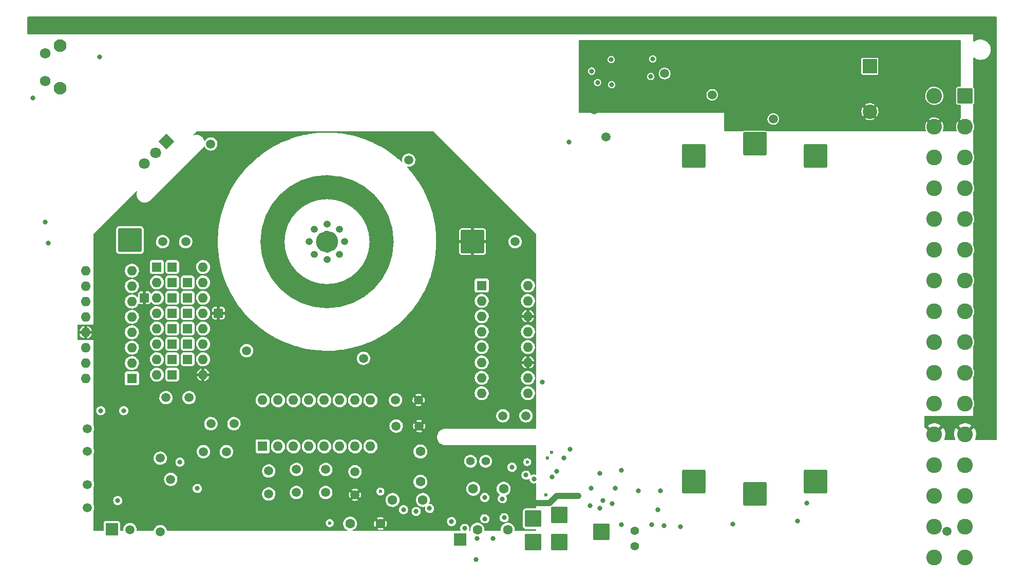
<source format=gbr>
G04 #@! TF.GenerationSoftware,KiCad,Pcbnew,(6.0.5)*
G04 #@! TF.CreationDate,2022-12-27T12:46:55+01:00*
G04 #@! TF.ProjectId,adrmu6layer,6164726d-7536-46c6-9179-65722e6b6963,0.9*
G04 #@! TF.SameCoordinates,Original*
G04 #@! TF.FileFunction,Copper,L2,Inr*
G04 #@! TF.FilePolarity,Positive*
%FSLAX46Y46*%
G04 Gerber Fmt 4.6, Leading zero omitted, Abs format (unit mm)*
G04 Created by KiCad (PCBNEW (6.0.5)) date 2022-12-27 12:46:55*
%MOMM*%
%LPD*%
G01*
G04 APERTURE LIST*
G04 Aperture macros list*
%AMRoundRect*
0 Rectangle with rounded corners*
0 $1 Rounding radius*
0 $2 $3 $4 $5 $6 $7 $8 $9 X,Y pos of 4 corners*
0 Add a 4 corners polygon primitive as box body*
4,1,4,$2,$3,$4,$5,$6,$7,$8,$9,$2,$3,0*
0 Add four circle primitives for the rounded corners*
1,1,$1+$1,$2,$3*
1,1,$1+$1,$4,$5*
1,1,$1+$1,$6,$7*
1,1,$1+$1,$8,$9*
0 Add four rect primitives between the rounded corners*
20,1,$1+$1,$2,$3,$4,$5,0*
20,1,$1+$1,$4,$5,$6,$7,0*
20,1,$1+$1,$6,$7,$8,$9,0*
20,1,$1+$1,$8,$9,$2,$3,0*%
%AMHorizOval*
0 Thick line with rounded ends*
0 $1 width*
0 $2 $3 position (X,Y) of the first rounded end (center of the circle)*
0 $4 $5 position (X,Y) of the second rounded end (center of the circle)*
0 Add line between two ends*
20,1,$1,$2,$3,$4,$5,0*
0 Add two circle primitives to create the rounded ends*
1,1,$1,$2,$3*
1,1,$1,$4,$5*%
%AMRotRect*
0 Rectangle, with rotation*
0 The origin of the aperture is its center*
0 $1 length*
0 $2 width*
0 $3 Rotation angle, in degrees counterclockwise*
0 Add horizontal line*
21,1,$1,$2,0,0,$3*%
G04 Aperture macros list end*
G04 #@! TA.AperFunction,NonConductor*
%ADD10C,1.900000*%
G04 #@! TD*
G04 #@! TA.AperFunction,NonConductor*
%ADD11C,4.000000*%
G04 #@! TD*
G04 #@! TA.AperFunction,ComponentPad*
%ADD12RoundRect,0.250000X-0.550000X-0.550000X0.550000X-0.550000X0.550000X0.550000X-0.550000X0.550000X0*%
G04 #@! TD*
G04 #@! TA.AperFunction,ComponentPad*
%ADD13R,1.600000X1.600000*%
G04 #@! TD*
G04 #@! TA.AperFunction,ComponentPad*
%ADD14O,1.600000X1.600000*%
G04 #@! TD*
G04 #@! TA.AperFunction,ComponentPad*
%ADD15C,1.500000*%
G04 #@! TD*
G04 #@! TA.AperFunction,ComponentPad*
%ADD16C,1.600000*%
G04 #@! TD*
G04 #@! TA.AperFunction,ComponentPad*
%ADD17RoundRect,0.250002X1.699998X1.699998X-1.699998X1.699998X-1.699998X-1.699998X1.699998X-1.699998X0*%
G04 #@! TD*
G04 #@! TA.AperFunction,ComponentPad*
%ADD18RoundRect,0.250002X-1.699998X-1.699998X1.699998X-1.699998X1.699998X1.699998X-1.699998X1.699998X0*%
G04 #@! TD*
G04 #@! TA.AperFunction,ComponentPad*
%ADD19C,1.400000*%
G04 #@! TD*
G04 #@! TA.AperFunction,ComponentPad*
%ADD20RoundRect,0.250000X-1.125000X-1.125000X1.125000X-1.125000X1.125000X1.125000X-1.125000X1.125000X0*%
G04 #@! TD*
G04 #@! TA.AperFunction,ComponentPad*
%ADD21RoundRect,0.250000X-1.050000X1.050000X-1.050000X-1.050000X1.050000X-1.050000X1.050000X1.050000X0*%
G04 #@! TD*
G04 #@! TA.AperFunction,ComponentPad*
%ADD22C,2.600000*%
G04 #@! TD*
G04 #@! TA.AperFunction,ComponentPad*
%ADD23RotRect,1.800000X1.800000X225.000000*%
G04 #@! TD*
G04 #@! TA.AperFunction,ComponentPad*
%ADD24HorizOval,1.800000X0.000000X0.000000X0.000000X0.000000X0*%
G04 #@! TD*
G04 #@! TA.AperFunction,ComponentPad*
%ADD25R,2.400000X2.400000*%
G04 #@! TD*
G04 #@! TA.AperFunction,ComponentPad*
%ADD26C,2.400000*%
G04 #@! TD*
G04 #@! TA.AperFunction,ComponentPad*
%ADD27R,2.000000X2.000000*%
G04 #@! TD*
G04 #@! TA.AperFunction,ComponentPad*
%ADD28O,1.200000X1.200000*%
G04 #@! TD*
G04 #@! TA.AperFunction,ComponentPad*
%ADD29C,2.100000*%
G04 #@! TD*
G04 #@! TA.AperFunction,ComponentPad*
%ADD30C,1.750000*%
G04 #@! TD*
G04 #@! TA.AperFunction,ViaPad*
%ADD31C,1.500000*%
G04 #@! TD*
G04 #@! TA.AperFunction,ViaPad*
%ADD32C,0.800000*%
G04 #@! TD*
G04 #@! TA.AperFunction,ViaPad*
%ADD33C,0.600000*%
G04 #@! TD*
G04 #@! TA.AperFunction,Conductor*
%ADD34C,1.000000*%
G04 #@! TD*
G04 APERTURE END LIST*
D10*
X120399624Y-87254000D02*
G75*
G03*
X120399624Y-87254000I-900000J0D01*
G01*
D11*
X128499624Y-87249000D02*
G75*
G03*
X128499624Y-87249000I-9000000J0D01*
G01*
D12*
G04 #@! TO.N,/Reference Circuit/ADR_Pin6*
G04 #@! TO.C,J217*
X93980000Y-106680000D03*
G04 #@! TD*
D13*
G04 #@! TO.N,/Buffer/RN401_Pin1*
G04 #@! TO.C,RN401*
X145000000Y-94500000D03*
D14*
G04 #@! TO.N,/Buffer/U401_-in*
X145000000Y-97040000D03*
X145000000Y-99580000D03*
X145000000Y-102120000D03*
X145000000Y-104660000D03*
X145000000Y-107200000D03*
X145000000Y-109740000D03*
X145000000Y-112280000D03*
G04 #@! TO.N,/Buffer/RN401_Pin9*
X152620000Y-112280000D03*
G04 #@! TO.N,/Buffer/JP404_pin2*
X152620000Y-109740000D03*
G04 #@! TO.N,/Buffer/ADR_Pin7*
X152620000Y-107200000D03*
G04 #@! TO.N,/Buffer/JP404_pin2*
X152620000Y-104660000D03*
X152620000Y-102120000D03*
G04 #@! TO.N,/Buffer/ADR_Pin7*
X152620000Y-99580000D03*
G04 #@! TO.N,/Buffer/JP404_pin2*
X152620000Y-97040000D03*
X152620000Y-94500000D03*
G04 #@! TD*
D15*
G04 #@! TO.N,/Reference Circuit/ADR_Pin6*
G04 #@! TO.C,R202*
X92950000Y-113000000D03*
G04 #@! TO.N,/Reference Circuit/JP201_Pin1*
X96750000Y-113000000D03*
G04 #@! TD*
D16*
G04 #@! TO.N,/Buffer/ADR_Pin7*
G04 #@! TO.C,C401*
X128300000Y-133800000D03*
G04 #@! TO.N,/Buffer/U401_+in*
X123300000Y-133800000D03*
G04 #@! TD*
D17*
G04 #@! TO.N,/Buffer/GNDf*
G04 #@! TO.C,J305*
X190000000Y-128900000D03*
G04 #@! TD*
D18*
G04 #@! TO.N,/DC-DC converter/U302_cola*
G04 #@! TO.C,J301*
X200000000Y-73100000D03*
G04 #@! TD*
D12*
G04 #@! TO.N,/Reference Circuit/RN201_Pin15*
G04 #@! TO.C,J210*
X96520000Y-93980000D03*
G04 #@! TD*
D19*
G04 #@! TO.N,/Buffer/OutHf*
G04 #@! TO.C,C414*
X170200000Y-137500000D03*
G04 #@! TO.N,/Buffer/GNDf*
X170200000Y-135000000D03*
G04 #@! TD*
D20*
G04 #@! TO.N,/DC-DC converter/+12VinC*
G04 #@! TO.C,J106*
X164700000Y-135200000D03*
G04 #@! TD*
D21*
G04 #@! TO.N,/DC-DC converter/+12VinA*
G04 #@! TO.C,J101*
X224700000Y-63170000D03*
D22*
G04 #@! TO.N,GND*
X224700000Y-68250000D03*
G04 #@! TO.N,unconnected-(J101-Pada6)*
X224700000Y-73330000D03*
G04 #@! TO.N,unconnected-(J101-Pada8)*
X224700000Y-78410000D03*
G04 #@! TO.N,/DC-DC converter/sync*
X224700000Y-83490000D03*
G04 #@! TO.N,GND*
X224700000Y-88570000D03*
G04 #@! TO.N,unconnected-(J101-Pada14)*
X224700000Y-93650000D03*
G04 #@! TO.N,/DC-DC converter/SCL*
X224700000Y-98730000D03*
G04 #@! TO.N,/DC-DC converter/SDA*
X224700000Y-103810000D03*
G04 #@! TO.N,unconnected-(J101-Pada20)*
X224700000Y-108890000D03*
G04 #@! TO.N,unconnected-(J101-Pada22)*
X224700000Y-113970000D03*
G04 #@! TO.N,Earth*
X224700000Y-119050000D03*
G04 #@! TO.N,/Buffer/FF*
X224700000Y-124130000D03*
G04 #@! TO.N,/Buffer/GNDf*
X224700000Y-129210000D03*
G04 #@! TO.N,/Buffer/OutHs*
X224700000Y-134290000D03*
G04 #@! TO.N,/Buffer/OutLs*
X224700000Y-139370000D03*
G04 #@! TO.N,/DC-DC converter/+12VinB*
X219620000Y-63170000D03*
G04 #@! TO.N,GND*
X219620000Y-68250000D03*
G04 #@! TO.N,unconnected-(J101-Padc6)*
X219620000Y-73330000D03*
G04 #@! TO.N,unconnected-(J101-Padc8)*
X219620000Y-78410000D03*
G04 #@! TO.N,/DC-DC converter/sync*
X219620000Y-83490000D03*
G04 #@! TO.N,GND*
X219620000Y-88570000D03*
G04 #@! TO.N,unconnected-(J101-Padc14)*
X219620000Y-93650000D03*
G04 #@! TO.N,/DC-DC converter/SCL*
X219620000Y-98730000D03*
G04 #@! TO.N,/DC-DC converter/SDA*
X219620000Y-103810000D03*
G04 #@! TO.N,unconnected-(J101-Padc20)*
X219620000Y-108890000D03*
G04 #@! TO.N,unconnected-(J101-Padc22)*
X219620000Y-113970000D03*
G04 #@! TO.N,Earth*
X219620000Y-119050000D03*
G04 #@! TO.N,/Buffer/FF*
X219620000Y-124130000D03*
G04 #@! TO.N,/Buffer/GNDf*
X219620000Y-129210000D03*
G04 #@! TO.N,/Buffer/OutHf*
X219620000Y-134290000D03*
G04 #@! TO.N,/Buffer/OutLf*
X219620000Y-139370000D03*
G04 #@! TD*
D15*
G04 #@! TO.N,/Reference Circuit/RN203_Pin3*
G04 #@! TO.C,R213*
X130800000Y-113400000D03*
G04 #@! TO.N,/Buffer/ADR_Pin7*
X134600000Y-113400000D03*
G04 #@! TD*
D12*
G04 #@! TO.N,/Reference Circuit/RN201_Pin11*
G04 #@! TO.C,J208*
X96520000Y-104140000D03*
G04 #@! TD*
D15*
G04 #@! TO.N,/Buffer/RN203_Pin7*
G04 #@! TO.C,R402*
X124114624Y-125240000D03*
G04 #@! TO.N,/Buffer/ADR_Pin7*
X124114624Y-129040000D03*
G04 #@! TD*
G04 #@! TO.N,/Reference Circuit/ADR_Pin5*
G04 #@! TO.C,R217*
X104150000Y-117300000D03*
G04 #@! TO.N,/Reference Circuit/7Vref*
X100350000Y-117300000D03*
G04 #@! TD*
D18*
G04 #@! TO.N,/Buffer/ADR_Pin7*
G04 #@! TO.C,J105*
X143499624Y-87249000D03*
G04 #@! TD*
D12*
G04 #@! TO.N,/Reference Circuit/RN201_Pin6*
G04 #@! TO.C,J212*
X93980000Y-104140000D03*
G04 #@! TD*
G04 #@! TO.N,/Reference Circuit/RN201_Pin12*
G04 #@! TO.C,J207*
X96520000Y-101600000D03*
G04 #@! TD*
D15*
G04 #@! TO.N,/Reference Circuit/RN203_Pin5*
G04 #@! TO.C,R208*
X114462624Y-124859000D03*
G04 #@! TO.N,/Reference Circuit/7Vref*
X114462624Y-128659000D03*
G04 #@! TD*
G04 #@! TO.N,/Reference Circuit/RN203_Pin1*
G04 #@! TO.C,R214*
X109890624Y-125113000D03*
G04 #@! TO.N,/Reference Circuit/7Vref*
X109890624Y-128913000D03*
G04 #@! TD*
D12*
G04 #@! TO.N,/Reference Circuit/RN201_Pin2*
G04 #@! TO.C,J204*
X93980000Y-93980000D03*
G04 #@! TD*
G04 #@! TO.N,/Reference Circuit/RN201_Pin13*
G04 #@! TO.C,J206*
X96520000Y-99060000D03*
G04 #@! TD*
D16*
G04 #@! TO.N,/Buffer/JP404_pin2*
G04 #@! TO.C,C404*
X134900000Y-121900000D03*
G04 #@! TO.N,/Buffer/GNDf*
X134900000Y-126900000D03*
G04 #@! TD*
D23*
G04 #@! TO.N,/Reference Circuit/heater+*
G04 #@! TO.C,Q201*
X93000000Y-70754376D03*
D24*
G04 #@! TO.N,/Buffer/12Vf*
X91203949Y-72550427D03*
G04 #@! TO.N,/Reference Circuit/Q201_base*
X89407898Y-74346478D03*
G04 #@! TD*
D12*
G04 #@! TO.N,/Reference Circuit/RN201_Pin3*
G04 #@! TO.C,J205*
X93980000Y-96520000D03*
G04 #@! TD*
D13*
G04 #@! TO.N,/Reference Circuit/7Vref*
G04 #@! TO.C,RN201*
X91440000Y-91440000D03*
D14*
G04 #@! TO.N,/Reference Circuit/RN201_Pin2*
X91440000Y-93980000D03*
G04 #@! TO.N,/Reference Circuit/RN201_Pin3*
X91440000Y-96520000D03*
G04 #@! TO.N,/Reference Circuit/RN201_Pin4*
X91440000Y-99060000D03*
G04 #@! TO.N,/Reference Circuit/RN201_Pin5*
X91440000Y-101600000D03*
G04 #@! TO.N,/Reference Circuit/RN201_Pin6*
X91440000Y-104140000D03*
G04 #@! TO.N,/Reference Circuit/ADR_Pin6*
X91440000Y-106680000D03*
X91440000Y-109220000D03*
G04 #@! TO.N,/Buffer/ADR_Pin7*
X99060000Y-109220000D03*
G04 #@! TO.N,/Reference Circuit/RN201_Pin10*
X99060000Y-106680000D03*
G04 #@! TO.N,/Reference Circuit/RN201_Pin11*
X99060000Y-104140000D03*
G04 #@! TO.N,/Reference Circuit/RN201_Pin12*
X99060000Y-101600000D03*
G04 #@! TO.N,/Reference Circuit/RN201_Pin13*
X99060000Y-99060000D03*
G04 #@! TO.N,/Reference Circuit/RN201_Pin14*
X99060000Y-96520000D03*
G04 #@! TO.N,/Reference Circuit/RN201_Pin15*
X99060000Y-93980000D03*
X99060000Y-91440000D03*
G04 #@! TD*
D12*
G04 #@! TO.N,/Buffer/ADR_Pin7*
G04 #@! TO.C,J216*
X101600000Y-99060000D03*
G04 #@! TD*
G04 #@! TO.N,/Reference Circuit/7Vref*
G04 #@! TO.C,J214*
X93980000Y-91440000D03*
G04 #@! TD*
D25*
G04 #@! TO.N,+12V*
G04 #@! TO.C,C303*
X209000000Y-58287246D03*
D26*
G04 #@! TO.N,GND*
X209000000Y-65787246D03*
G04 #@! TD*
D15*
G04 #@! TO.N,/Buffer/RN203_Pin6*
G04 #@! TO.C,R405*
X119288624Y-124859000D03*
G04 #@! TO.N,/Buffer/JP404_pin2*
X119288624Y-128659000D03*
G04 #@! TD*
D19*
G04 #@! TO.N,/Buffer/OutLf*
G04 #@! TO.C,C412*
X145650000Y-123500000D03*
G04 #@! TO.N,/Buffer/GNDf*
X143150000Y-123500000D03*
G04 #@! TD*
D12*
G04 #@! TO.N,/Reference Circuit/RN201_Pin4*
G04 #@! TO.C,J202*
X93980000Y-99060000D03*
G04 #@! TD*
D15*
G04 #@! TO.N,/Reference Circuit/U202A_out*
G04 #@! TO.C,R223*
X80000000Y-127350000D03*
G04 #@! TO.N,/Reference Circuit/ADR_Pin5*
X80000000Y-131150000D03*
G04 #@! TD*
D18*
G04 #@! TO.N,/Reference Circuit/7Vref*
G04 #@! TO.C,J104*
X87000000Y-87000000D03*
G04 #@! TD*
D15*
G04 #@! TO.N,/Buffer/JP406_Pin2*
G04 #@! TO.C,R407*
X148500000Y-116000000D03*
G04 #@! TO.N,/Buffer/RN401_Pin9*
X152300000Y-116000000D03*
G04 #@! TD*
D20*
G04 #@! TO.N,/Buffer/OutHf*
G04 #@! TO.C,J102*
X153500000Y-132987500D03*
G04 #@! TD*
D16*
G04 #@! TO.N,/Buffer/U401_out*
G04 #@! TO.C,C408*
X135300000Y-129900000D03*
G04 #@! TO.N,/Buffer/U401_-in*
X130300000Y-129900000D03*
G04 #@! TD*
D12*
G04 #@! TO.N,/Reference Circuit/RN201_Pin5*
G04 #@! TO.C,J211*
X93980000Y-101600000D03*
G04 #@! TD*
G04 #@! TO.N,/Reference Circuit/JP201_Pin1*
G04 #@! TO.C,J203*
X93980000Y-109220000D03*
G04 #@! TD*
G04 #@! TO.N,/Buffer/ADR_Pin7*
G04 #@! TO.C,J215*
X89408000Y-96520000D03*
G04 #@! TD*
D20*
G04 #@! TO.N,/Buffer/OutHs*
G04 #@! TO.C,J103*
X157756000Y-132375500D03*
G04 #@! TD*
D27*
G04 #@! TO.N,/Buffer/JP404_pin2*
G04 #@! TO.C,TP401*
X141400000Y-136400000D03*
G04 #@! TD*
D28*
G04 #@! TO.N,/Reference Circuit/heater+*
G04 #@! TO.C,U201*
X119499624Y-84334000D03*
G04 #@! TO.N,/Reference Circuit/heater-*
X117434872Y-85189248D03*
G04 #@! TO.N,/Reference Circuit/ADR_Pin3*
X116579624Y-87254000D03*
G04 #@! TO.N,/Reference Circuit/ADR_Pin4*
X117434872Y-89318752D03*
G04 #@! TO.N,/Reference Circuit/ADR_Pin5*
X119499624Y-90174000D03*
G04 #@! TO.N,/Reference Circuit/ADR_Pin6*
X121564376Y-89318752D03*
G04 #@! TO.N,/Buffer/ADR_Pin7*
X122419624Y-87254000D03*
G04 #@! TO.N,/Reference Circuit/ADR_Pin8*
X121564376Y-85189248D03*
G04 #@! TD*
D18*
G04 #@! TO.N,+12V*
G04 #@! TO.C,J302*
X190000000Y-71100000D03*
G04 #@! TD*
D27*
G04 #@! TO.N,/Reference Circuit/Q201_base*
G04 #@! TO.C,TP201*
X84000000Y-134750000D03*
G04 #@! TD*
D15*
G04 #@! TO.N,/Reference Circuit/J213_Pin1*
G04 #@! TO.C,R220*
X96200000Y-87249000D03*
G04 #@! TO.N,/Reference Circuit/7Vref*
X92400000Y-87249000D03*
G04 #@! TD*
D13*
G04 #@! TO.N,/Reference Circuit/7Vref*
G04 #@! TO.C,RN204*
X87332263Y-109834376D03*
D14*
X87332263Y-107294376D03*
X87332263Y-104754376D03*
G04 #@! TO.N,/Reference Circuit/ADR_Pin4*
X87332263Y-102214376D03*
G04 #@! TO.N,/Reference Circuit/RN204_Pin5*
X87332263Y-99674376D03*
G04 #@! TO.N,/Reference Circuit/ADR_Pin3*
X87332263Y-97134376D03*
G04 #@! TO.N,/Reference Circuit/7Vref*
X87332263Y-94594376D03*
X87332263Y-92054376D03*
G04 #@! TO.N,/Reference Circuit/ADR_Pin3*
X79712263Y-92054376D03*
X79712263Y-94594376D03*
G04 #@! TO.N,/Reference Circuit/RN204_Pin11*
X79712263Y-97134376D03*
G04 #@! TO.N,/Reference Circuit/ADR_Pin3*
X79712263Y-99674376D03*
G04 #@! TO.N,/Buffer/ADR_Pin7*
X79712263Y-102214376D03*
G04 #@! TO.N,/Reference Circuit/ADR_Pin3*
X79712263Y-104754376D03*
X79712263Y-107294376D03*
G04 #@! TO.N,/Reference Circuit/RN204_Pin16*
X79712263Y-109834376D03*
G04 #@! TD*
D15*
G04 #@! TO.N,/Reference Circuit/U202A_out*
G04 #@! TO.C,R225*
X80000000Y-121900000D03*
G04 #@! TO.N,/Reference Circuit/U202A_-in*
X80000000Y-118100000D03*
G04 #@! TD*
D13*
G04 #@! TO.N,/Reference Circuit/RN203_Pin1*
G04 #@! TO.C,RN203*
X108874624Y-121049000D03*
D14*
G04 #@! TO.N,/Reference Circuit/RN203_Pin2*
X111414624Y-121049000D03*
G04 #@! TO.N,/Reference Circuit/RN203_Pin3*
X113954624Y-121049000D03*
G04 #@! TO.N,/Reference Circuit/RN203_Pin4*
X116494624Y-121049000D03*
G04 #@! TO.N,/Reference Circuit/RN203_Pin5*
X119034624Y-121049000D03*
G04 #@! TO.N,/Buffer/RN203_Pin6*
X121574624Y-121049000D03*
G04 #@! TO.N,/Buffer/RN203_Pin7*
X124114624Y-121049000D03*
G04 #@! TO.N,/Reference Circuit/ADR_Pin3*
X126654624Y-121049000D03*
G04 #@! TO.N,/Reference Circuit/J213_Pin1*
X126654624Y-113429000D03*
G04 #@! TO.N,/Buffer/U401_-in*
X121574624Y-113429000D03*
X124114624Y-113429000D03*
G04 #@! TO.N,/Reference Circuit/ADR_Pin6*
X119034624Y-113429000D03*
X116494624Y-113429000D03*
G04 #@! TO.N,/Reference Circuit/ADR_Pin4*
X113954624Y-113429000D03*
G04 #@! TO.N,/Reference Circuit/ADR_Pin8*
X111414624Y-113429000D03*
G04 #@! TO.N,/Reference Circuit/ADR_Pin5*
X108874624Y-113429000D03*
G04 #@! TD*
D17*
G04 #@! TO.N,/DC-DC converter/xformer_A*
G04 #@! TO.C,J304*
X180000000Y-126900000D03*
G04 #@! TD*
D15*
G04 #@! TO.N,/Reference Circuit/RN203_Pin2*
G04 #@! TO.C,R211*
X102900000Y-121918000D03*
G04 #@! TO.N,/Reference Circuit/7Vref*
X99100000Y-121918000D03*
G04 #@! TD*
D12*
G04 #@! TO.N,/Reference Circuit/RN201_Pin14*
G04 #@! TO.C,J201*
X96520000Y-96520000D03*
G04 #@! TD*
D15*
G04 #@! TO.N,/Reference Circuit/RN203_Pin4*
G04 #@! TO.C,R207*
X130900000Y-117700000D03*
G04 #@! TO.N,/Buffer/ADR_Pin7*
X134700000Y-117700000D03*
G04 #@! TD*
D20*
G04 #@! TO.N,/Buffer/OutLs*
G04 #@! TO.C,J107*
X153500000Y-136820500D03*
G04 #@! TD*
D17*
G04 #@! TO.N,/DC-DC converter/xformer_B*
G04 #@! TO.C,J308*
X200000000Y-126900000D03*
G04 #@! TD*
D16*
G04 #@! TO.N,/Buffer/U404_out*
G04 #@! TO.C,C413*
X144300000Y-134800000D03*
G04 #@! TO.N,/Buffer/U404_-in*
X149300000Y-134800000D03*
G04 #@! TD*
D29*
G04 #@! TO.N,*
G04 #@! TO.C,SW301*
X75512500Y-61945000D03*
X75512500Y-54935000D03*
D30*
G04 #@! TO.N,/DC-DC converter/SW301*
X73022500Y-60695000D03*
G04 #@! TO.N,+12V*
X73022500Y-56195000D03*
G04 #@! TD*
D16*
G04 #@! TO.N,/Buffer/U403_out*
G04 #@! TO.C,C409*
X148600000Y-128050000D03*
G04 #@! TO.N,/Buffer/U403_-in*
X143600000Y-128050000D03*
G04 #@! TD*
D20*
G04 #@! TO.N,/Buffer/OutLf*
G04 #@! TO.C,J108*
X157756000Y-136820500D03*
G04 #@! TD*
D18*
G04 #@! TO.N,/DC-DC converter/U302_colb*
G04 #@! TO.C,J303*
X180000000Y-73100000D03*
G04 #@! TD*
D12*
G04 #@! TO.N,/Reference Circuit/RN201_Pin10*
G04 #@! TO.C,J209*
X96520000Y-106680000D03*
G04 #@! TD*
D31*
G04 #@! TO.N,+12V*
X193054000Y-67000000D03*
X183000000Y-63000000D03*
G04 #@! TO.N,GND*
X163500000Y-65500000D03*
X198000000Y-64000000D03*
D32*
X159399020Y-70795492D03*
D31*
X190100000Y-58000000D03*
X165500000Y-70000000D03*
D32*
X171474200Y-59835200D03*
X169493000Y-56885100D03*
D31*
X179000000Y-64000000D03*
X178000000Y-54850500D03*
X186958000Y-67000000D03*
D32*
X71000000Y-63500000D03*
G04 #@! TO.N,+3V3*
X164095965Y-60995401D03*
X163137704Y-59096575D03*
D31*
X175163700Y-59500000D03*
D32*
X172864700Y-60000000D03*
X166442563Y-61352349D03*
D31*
G04 #@! TO.N,/Reference Circuit/heater+*
X92000000Y-135128000D03*
G04 #@! TO.N,/Reference Circuit/ADR_Pin8*
X125500000Y-106500000D03*
X132948624Y-73805000D03*
D32*
G04 #@! TO.N,/Reference Circuit/7Vref*
X82200000Y-115150000D03*
D33*
X119950000Y-133712500D03*
D32*
X85979000Y-115150000D03*
G04 #@! TO.N,/DC-DC converter/SDA*
X173201400Y-57092000D03*
G04 #@! TO.N,/DC-DC converter/SCL*
X166343400Y-57193600D03*
G04 #@! TO.N,/Reference Circuit/ADR_Pin6*
X98100000Y-128000000D03*
G04 #@! TO.N,Earth*
X168250000Y-51750000D03*
X189750000Y-51750000D03*
X179000000Y-51750000D03*
X136000000Y-51750000D03*
X82250000Y-51750000D03*
X222000000Y-51750000D03*
X157500000Y-51750000D03*
X93000000Y-51750000D03*
X146750000Y-51750000D03*
X103750000Y-51750000D03*
X114500000Y-51750000D03*
X71500000Y-51750000D03*
X211250000Y-51750000D03*
X200500000Y-51750000D03*
X125250000Y-51750000D03*
D31*
G04 #@! TO.N,/Reference Circuit/ADR_Pin4*
X106250000Y-105250000D03*
D32*
G04 #@! TO.N,/Buffer/ADR_Pin7*
X83500000Y-132000000D03*
D33*
X160900000Y-129200000D03*
D32*
X133959600Y-108712000D03*
X142600000Y-115899500D03*
X141800000Y-131100000D03*
D31*
X95504000Y-133985000D03*
G04 #@! TO.N,/Reference Circuit/Q201_base*
X86995000Y-134800011D03*
D32*
G04 #@! TO.N,/DC-DC converter/D306_A*
X73500000Y-87500000D03*
X155000000Y-110400000D03*
G04 #@! TO.N,/Buffer/OutHf*
X156608000Y-126116020D03*
G04 #@! TO.N,/Buffer/OutHs*
X157400000Y-125200000D03*
G04 #@! TO.N,/Buffer/FF*
X159589170Y-121489170D03*
X158576273Y-122923727D03*
G04 #@! TO.N,/Buffer/OutLf*
X150000000Y-124500000D03*
G04 #@! TO.N,/Buffer/12Vf*
X134200000Y-131800000D03*
X164500000Y-131300000D03*
D31*
X93726000Y-126492000D03*
D32*
X95250000Y-123650000D03*
X162900000Y-130800000D03*
X166500000Y-130500000D03*
X144050000Y-139750000D03*
D33*
X155850500Y-123000000D03*
D32*
X174000000Y-131500000D03*
X163000000Y-128000000D03*
X148400000Y-129700000D03*
G04 #@! TO.N,/Buffer/GNDf*
X167000000Y-128000000D03*
D33*
X156500000Y-122000000D03*
D32*
X198600000Y-130400000D03*
X177749200Y-134315200D03*
X175058100Y-134112000D03*
X168000000Y-125000000D03*
X142200000Y-134600000D03*
D31*
X150500000Y-87254000D03*
D32*
X174500000Y-128400000D03*
D33*
X128300000Y-128500000D03*
D32*
X148700000Y-132825000D03*
X186385200Y-133908800D03*
X146900000Y-136300000D03*
X73000000Y-84000000D03*
X85000000Y-130000000D03*
X168000000Y-134000000D03*
X144200000Y-136300000D03*
D31*
X221737481Y-135049299D03*
D32*
X136400000Y-131300000D03*
X173000000Y-134000000D03*
D31*
X91995937Y-122995609D03*
D32*
X170800000Y-128400000D03*
D33*
X155600000Y-129100000D03*
D31*
X100330000Y-71120000D03*
D32*
X164500000Y-125500000D03*
X165000000Y-130000000D03*
X132100000Y-131500000D03*
G04 #@! TO.N,/Buffer/OutLs*
X140027454Y-133472526D03*
D33*
G04 #@! TO.N,/Buffer/-5Vf*
X152503949Y-123644229D03*
D32*
X145500000Y-129500000D03*
X145500000Y-133000000D03*
X197100000Y-133400000D03*
G04 #@! TO.N,/DC-DC converter/SW301*
X81981651Y-56729500D03*
G04 #@! TO.N,/Buffer/U402_DFB*
X152300000Y-125800000D03*
G04 #@! TO.N,/Buffer/U402_D*
X153608000Y-126416020D03*
G04 #@! TD*
D34*
G04 #@! TO.N,/Buffer/ADR_Pin7*
X156138676Y-130400000D02*
X153700000Y-130400000D01*
X157338676Y-129200000D02*
X156138676Y-130400000D01*
X160900000Y-129200000D02*
X157338676Y-129200000D01*
G04 #@! TD*
G04 #@! TA.AperFunction,Conductor*
G04 #@! TO.N,GND*
G36*
X223942121Y-54020002D02*
G01*
X223988614Y-54073658D01*
X224000000Y-54126000D01*
X224000000Y-61543500D01*
X223979998Y-61611621D01*
X223926342Y-61658114D01*
X223874000Y-61669500D01*
X223596166Y-61669500D01*
X223578248Y-61671194D01*
X223572278Y-61671758D01*
X223572277Y-61671758D01*
X223564631Y-61672481D01*
X223436816Y-61717366D01*
X223429246Y-61722958D01*
X223429243Y-61722959D01*
X223349305Y-61782003D01*
X223327850Y-61797850D01*
X223322258Y-61805421D01*
X223252959Y-61899243D01*
X223252958Y-61899246D01*
X223247366Y-61906816D01*
X223202481Y-62034631D01*
X223201758Y-62042277D01*
X223201758Y-62042278D01*
X223201508Y-62044924D01*
X223199500Y-62066166D01*
X223199500Y-64273834D01*
X223202481Y-64305369D01*
X223247366Y-64433184D01*
X223252958Y-64440754D01*
X223252959Y-64440757D01*
X223289779Y-64490606D01*
X223327850Y-64542150D01*
X223335421Y-64547742D01*
X223429243Y-64617041D01*
X223429246Y-64617042D01*
X223436816Y-64622634D01*
X223564631Y-64667519D01*
X223572277Y-64668242D01*
X223572278Y-64668242D01*
X223578248Y-64668806D01*
X223596166Y-64670500D01*
X223874000Y-64670500D01*
X223942121Y-64690502D01*
X223988614Y-64744158D01*
X224000000Y-64796500D01*
X224000000Y-66846776D01*
X223979998Y-66914897D01*
X223932180Y-66958539D01*
X223902535Y-66973971D01*
X223893810Y-66979465D01*
X223848249Y-67013674D01*
X223839796Y-67024999D01*
X223846541Y-67037330D01*
X224000000Y-67190789D01*
X224000000Y-67909211D01*
X223487658Y-67396869D01*
X223476122Y-67390570D01*
X223463838Y-67400194D01*
X223394205Y-67502272D01*
X223389112Y-67511236D01*
X223289611Y-67725593D01*
X223286054Y-67735261D01*
X223222901Y-67962982D01*
X223220970Y-67973102D01*
X223195857Y-68208093D01*
X223195605Y-68218382D01*
X223209209Y-68454306D01*
X223210645Y-68464527D01*
X223262598Y-68695057D01*
X223265677Y-68704885D01*
X223315099Y-68826596D01*
X223322195Y-68897237D01*
X223289973Y-68960500D01*
X223228663Y-68996301D01*
X223198356Y-69000000D01*
X221125436Y-69000000D01*
X221057315Y-68979998D01*
X221010822Y-68926342D01*
X221000718Y-68856068D01*
X221012480Y-68818171D01*
X221017151Y-68808719D01*
X221020950Y-68799125D01*
X221089645Y-68573026D01*
X221091824Y-68562945D01*
X221122907Y-68326848D01*
X221123426Y-68320174D01*
X221125059Y-68253365D01*
X221124865Y-68246647D01*
X221105354Y-68009322D01*
X221103671Y-67999160D01*
X221046100Y-67769956D01*
X221042782Y-67760209D01*
X220948547Y-67543483D01*
X220943677Y-67534401D01*
X220855761Y-67398503D01*
X220845074Y-67389299D01*
X220835509Y-67393702D01*
X219709095Y-68520115D01*
X219646783Y-68554141D01*
X219575967Y-68549076D01*
X219530905Y-68520115D01*
X218407658Y-67396869D01*
X218396122Y-67390570D01*
X218383838Y-67400194D01*
X218314205Y-67502272D01*
X218309112Y-67511236D01*
X218209611Y-67725593D01*
X218206054Y-67735261D01*
X218142901Y-67962982D01*
X218140970Y-67973102D01*
X218115857Y-68208093D01*
X218115605Y-68218382D01*
X218129209Y-68454306D01*
X218130645Y-68464527D01*
X218182598Y-68695057D01*
X218185677Y-68704885D01*
X218235099Y-68826596D01*
X218242195Y-68897237D01*
X218209973Y-68960500D01*
X218148663Y-68996301D01*
X218118356Y-69000000D01*
X191942165Y-69000000D01*
X191900417Y-68992883D01*
X191792614Y-68955026D01*
X191792615Y-68955026D01*
X191785367Y-68952481D01*
X191777721Y-68951758D01*
X191777720Y-68951758D01*
X191771750Y-68951194D01*
X191753832Y-68949500D01*
X188246168Y-68949500D01*
X188228250Y-68951194D01*
X188222280Y-68951758D01*
X188222279Y-68951758D01*
X188214633Y-68952481D01*
X188207385Y-68955026D01*
X188207386Y-68955026D01*
X188099583Y-68992883D01*
X188057835Y-69000000D01*
X185126000Y-69000000D01*
X185057879Y-68979998D01*
X185011386Y-68926342D01*
X185000000Y-68874000D01*
X185000000Y-66986665D01*
X192098994Y-66986665D01*
X192099510Y-66992809D01*
X192111402Y-67134420D01*
X192114592Y-67172414D01*
X192165971Y-67351595D01*
X192251176Y-67517385D01*
X192366959Y-67663468D01*
X192508912Y-67784279D01*
X192671627Y-67875217D01*
X192848907Y-67932819D01*
X193033998Y-67954890D01*
X193040133Y-67954418D01*
X193040135Y-67954418D01*
X193213710Y-67941062D01*
X193213715Y-67941061D01*
X193219851Y-67940589D01*
X193225781Y-67938933D01*
X193225783Y-67938933D01*
X193393459Y-67892117D01*
X193393458Y-67892117D01*
X193399387Y-67890462D01*
X193565768Y-67806417D01*
X193590255Y-67787286D01*
X193707794Y-67695454D01*
X193707795Y-67695453D01*
X193712655Y-67691656D01*
X193834454Y-67550550D01*
X193856788Y-67511236D01*
X193919868Y-67400194D01*
X193926526Y-67388474D01*
X193985364Y-67211601D01*
X193994751Y-67137296D01*
X194008285Y-67030170D01*
X194008286Y-67030163D01*
X194008727Y-67026668D01*
X194009099Y-67000000D01*
X194003491Y-66942804D01*
X208209272Y-66942804D01*
X208214553Y-66949858D01*
X208388549Y-67051534D01*
X208397832Y-67055981D01*
X208603243Y-67134420D01*
X208613141Y-67137296D01*
X208828605Y-67181132D01*
X208838833Y-67182351D01*
X209058562Y-67190409D01*
X209068848Y-67189942D01*
X209286946Y-67162003D01*
X209297024Y-67159861D01*
X209507625Y-67096677D01*
X209517223Y-67092916D01*
X209655858Y-67024999D01*
X218759796Y-67024999D01*
X218766540Y-67037329D01*
X219607189Y-67877979D01*
X219621132Y-67885592D01*
X219622966Y-67885461D01*
X219629580Y-67881210D01*
X220474498Y-67036291D01*
X220481515Y-67023440D01*
X220473741Y-67012770D01*
X220456987Y-66999538D01*
X220448409Y-66993839D01*
X220241518Y-66879630D01*
X220232119Y-66875405D01*
X220009357Y-66796520D01*
X219999386Y-66793886D01*
X219766736Y-66752446D01*
X219756482Y-66751476D01*
X219520177Y-66748588D01*
X219509893Y-66749308D01*
X219276300Y-66785053D01*
X219266272Y-66787442D01*
X219041652Y-66860859D01*
X219032143Y-66864856D01*
X218822535Y-66973971D01*
X218813810Y-66979465D01*
X218768249Y-67013674D01*
X218759796Y-67024999D01*
X209655858Y-67024999D01*
X209714679Y-66996183D01*
X209723524Y-66990910D01*
X209779360Y-66951082D01*
X209787760Y-66940383D01*
X209780773Y-66927229D01*
X209012812Y-66159268D01*
X208998868Y-66151654D01*
X208997035Y-66151785D01*
X208990420Y-66156036D01*
X208216032Y-66930424D01*
X208209272Y-66942804D01*
X194003491Y-66942804D01*
X193990909Y-66814487D01*
X193989128Y-66808588D01*
X193989127Y-66808583D01*
X193938814Y-66641939D01*
X193937033Y-66636040D01*
X193849522Y-66471456D01*
X193845632Y-66466686D01*
X193845629Y-66466682D01*
X193735605Y-66331780D01*
X193735602Y-66331777D01*
X193731710Y-66327005D01*
X193726056Y-66322327D01*
X193592834Y-66212116D01*
X193588085Y-66208187D01*
X193424116Y-66119529D01*
X193335083Y-66091969D01*
X193251936Y-66066231D01*
X193251933Y-66066230D01*
X193246049Y-66064409D01*
X193239924Y-66063765D01*
X193239923Y-66063765D01*
X193066796Y-66045568D01*
X193066795Y-66045568D01*
X193060668Y-66044924D01*
X192982549Y-66052033D01*
X192881171Y-66061259D01*
X192881168Y-66061260D01*
X192875032Y-66061818D01*
X192869122Y-66063557D01*
X192869119Y-66063558D01*
X192702129Y-66112707D01*
X192696214Y-66114448D01*
X192531023Y-66200807D01*
X192526223Y-66204667D01*
X192526222Y-66204667D01*
X192490817Y-66233134D01*
X192385752Y-66317608D01*
X192265935Y-66460401D01*
X192262971Y-66465793D01*
X192262968Y-66465797D01*
X192204096Y-66572886D01*
X192176135Y-66623746D01*
X192174274Y-66629613D01*
X192174273Y-66629615D01*
X192135309Y-66752446D01*
X192119772Y-66801424D01*
X192098994Y-66986665D01*
X185000000Y-66986665D01*
X185000000Y-66000000D01*
X161126000Y-66000000D01*
X161057879Y-65979998D01*
X161011386Y-65926342D01*
X161000000Y-65874000D01*
X161000000Y-65758080D01*
X207595918Y-65758080D01*
X207608575Y-65977587D01*
X207610011Y-65987808D01*
X207658349Y-66202296D01*
X207661428Y-66212124D01*
X207744153Y-66415851D01*
X207748796Y-66425042D01*
X207835916Y-66567210D01*
X207846372Y-66576670D01*
X207855150Y-66572886D01*
X208627978Y-65800058D01*
X208634356Y-65788378D01*
X209364408Y-65788378D01*
X209364539Y-65790211D01*
X209368790Y-65796826D01*
X210140570Y-66568606D01*
X210152580Y-66575164D01*
X210164321Y-66566194D01*
X210201128Y-66514972D01*
X210206439Y-66506132D01*
X210303854Y-66309028D01*
X210307653Y-66299433D01*
X210371568Y-66089067D01*
X210373747Y-66078986D01*
X210402684Y-65859191D01*
X210403203Y-65852518D01*
X210404716Y-65790611D01*
X210404522Y-65783892D01*
X210386359Y-65562967D01*
X210384674Y-65552787D01*
X210331111Y-65339546D01*
X210327786Y-65329780D01*
X210240118Y-65128157D01*
X210235240Y-65119060D01*
X210163438Y-65008070D01*
X210152752Y-64998867D01*
X210143185Y-65003271D01*
X209372022Y-65774434D01*
X209364408Y-65788378D01*
X208634356Y-65788378D01*
X208635592Y-65786114D01*
X208635461Y-65784281D01*
X208631210Y-65777666D01*
X207859624Y-65006080D01*
X207848088Y-64999780D01*
X207835805Y-65009403D01*
X207781447Y-65089088D01*
X207776359Y-65098044D01*
X207683786Y-65297477D01*
X207680223Y-65307164D01*
X207621467Y-65519029D01*
X207619536Y-65529150D01*
X207596169Y-65747792D01*
X207595918Y-65758080D01*
X161000000Y-65758080D01*
X161000000Y-64633673D01*
X208211223Y-64633673D01*
X208217969Y-64646005D01*
X208987188Y-65415224D01*
X209001132Y-65422838D01*
X209002965Y-65422707D01*
X209009580Y-65418456D01*
X209783294Y-64644742D01*
X209790314Y-64631886D01*
X209782540Y-64621217D01*
X209781459Y-64620363D01*
X209772876Y-64614661D01*
X209580393Y-64508404D01*
X209570981Y-64504174D01*
X209363725Y-64430780D01*
X209353755Y-64428146D01*
X209137293Y-64389590D01*
X209127039Y-64388620D01*
X208907176Y-64385933D01*
X208896891Y-64386653D01*
X208679553Y-64419910D01*
X208669526Y-64422299D01*
X208460538Y-64490606D01*
X208451029Y-64494603D01*
X208256006Y-64596126D01*
X208247276Y-64601625D01*
X208219677Y-64622347D01*
X208211223Y-64633673D01*
X161000000Y-64633673D01*
X161000000Y-62986665D01*
X182044994Y-62986665D01*
X182060592Y-63172414D01*
X182111971Y-63351595D01*
X182114790Y-63357080D01*
X182184712Y-63493132D01*
X182197176Y-63517385D01*
X182312959Y-63663468D01*
X182454912Y-63784279D01*
X182617627Y-63875217D01*
X182794907Y-63932819D01*
X182979998Y-63954890D01*
X182986133Y-63954418D01*
X182986135Y-63954418D01*
X183159710Y-63941062D01*
X183159715Y-63941061D01*
X183165851Y-63940589D01*
X183171781Y-63938933D01*
X183171783Y-63938933D01*
X183339459Y-63892117D01*
X183339458Y-63892117D01*
X183345387Y-63890462D01*
X183511768Y-63806417D01*
X183536255Y-63787286D01*
X183653794Y-63695454D01*
X183653795Y-63695453D01*
X183658655Y-63691656D01*
X183780454Y-63550550D01*
X183872526Y-63388474D01*
X183931364Y-63211601D01*
X183938106Y-63158231D01*
X183941267Y-63133214D01*
X218114806Y-63133214D01*
X218129010Y-63379545D01*
X218130147Y-63384591D01*
X218130148Y-63384597D01*
X218152336Y-63483051D01*
X218183255Y-63620249D01*
X218276084Y-63848861D01*
X218278789Y-63853276D01*
X218278790Y-63853277D01*
X218325289Y-63929155D01*
X218405006Y-64059241D01*
X218566557Y-64245741D01*
X218756399Y-64403351D01*
X218969433Y-64527838D01*
X218974253Y-64529678D01*
X218974258Y-64529681D01*
X219088547Y-64573323D01*
X219199939Y-64615859D01*
X219205007Y-64616890D01*
X219205010Y-64616891D01*
X219287496Y-64633673D01*
X219441726Y-64665052D01*
X219446899Y-64665242D01*
X219446902Y-64665242D01*
X219683136Y-64673904D01*
X219683140Y-64673904D01*
X219688300Y-64674093D01*
X219693420Y-64673437D01*
X219693422Y-64673437D01*
X219769703Y-64663665D01*
X219933041Y-64642741D01*
X219937990Y-64641256D01*
X219937996Y-64641255D01*
X220164424Y-64573323D01*
X220164423Y-64573323D01*
X220169374Y-64571838D01*
X220298859Y-64508404D01*
X220386303Y-64465566D01*
X220386308Y-64465563D01*
X220390954Y-64463287D01*
X220395164Y-64460284D01*
X220395169Y-64460281D01*
X220587617Y-64323009D01*
X220587622Y-64323005D01*
X220591829Y-64320004D01*
X220766605Y-64145837D01*
X220910588Y-63945463D01*
X220913816Y-63938933D01*
X221017617Y-63728905D01*
X221019911Y-63724264D01*
X221071273Y-63555212D01*
X221090135Y-63493132D01*
X221090136Y-63493126D01*
X221091639Y-63488180D01*
X221123845Y-63243550D01*
X221125643Y-63170000D01*
X221113569Y-63023145D01*
X221105849Y-62929240D01*
X221105848Y-62929234D01*
X221105425Y-62924089D01*
X221045316Y-62684783D01*
X220946928Y-62458507D01*
X220812905Y-62251339D01*
X220786635Y-62222468D01*
X220760243Y-62193464D01*
X220646846Y-62068842D01*
X220642795Y-62065643D01*
X220642791Y-62065639D01*
X220457264Y-61919119D01*
X220457259Y-61919116D01*
X220453210Y-61915918D01*
X220448694Y-61913425D01*
X220448691Y-61913423D01*
X220241722Y-61799170D01*
X220241718Y-61799168D01*
X220237198Y-61796673D01*
X220232329Y-61794949D01*
X220232325Y-61794947D01*
X220009485Y-61716035D01*
X220009481Y-61716034D01*
X220004610Y-61714309D01*
X219999517Y-61713402D01*
X219999514Y-61713401D01*
X219766783Y-61671945D01*
X219766777Y-61671944D01*
X219761694Y-61671039D01*
X219682324Y-61670069D01*
X219520142Y-61668088D01*
X219520140Y-61668088D01*
X219514972Y-61668025D01*
X219271070Y-61705347D01*
X219036540Y-61782003D01*
X219031948Y-61784393D01*
X219031949Y-61784393D01*
X218854274Y-61876885D01*
X218817679Y-61895935D01*
X218813546Y-61899038D01*
X218813543Y-61899040D01*
X218624499Y-62040978D01*
X218620364Y-62044083D01*
X218616792Y-62047821D01*
X218459789Y-62212116D01*
X218449896Y-62222468D01*
X218446982Y-62226740D01*
X218446981Y-62226741D01*
X218427238Y-62255683D01*
X218310851Y-62426300D01*
X218287364Y-62476898D01*
X218216476Y-62629615D01*
X218206965Y-62650104D01*
X218141026Y-62887871D01*
X218114806Y-63133214D01*
X183941267Y-63133214D01*
X183954285Y-63030170D01*
X183954286Y-63030163D01*
X183954727Y-63026668D01*
X183955099Y-63000000D01*
X183936909Y-62814487D01*
X183935128Y-62808588D01*
X183935127Y-62808583D01*
X183884814Y-62641939D01*
X183883033Y-62636040D01*
X183795522Y-62471456D01*
X183791632Y-62466686D01*
X183791629Y-62466682D01*
X183681605Y-62331780D01*
X183681602Y-62331777D01*
X183677710Y-62327005D01*
X183672056Y-62322327D01*
X183556513Y-62226741D01*
X183534085Y-62208187D01*
X183370116Y-62119529D01*
X183281083Y-62091969D01*
X183197936Y-62066231D01*
X183197933Y-62066230D01*
X183192049Y-62064409D01*
X183185924Y-62063765D01*
X183185923Y-62063765D01*
X183012796Y-62045568D01*
X183012795Y-62045568D01*
X183006668Y-62044924D01*
X182928549Y-62052033D01*
X182827171Y-62061259D01*
X182827168Y-62061260D01*
X182821032Y-62061818D01*
X182815122Y-62063557D01*
X182815119Y-62063558D01*
X182648129Y-62112707D01*
X182642214Y-62114448D01*
X182477023Y-62200807D01*
X182331752Y-62317608D01*
X182211935Y-62460401D01*
X182208971Y-62465793D01*
X182208968Y-62465797D01*
X182134256Y-62601699D01*
X182122135Y-62623746D01*
X182120274Y-62629613D01*
X182120273Y-62629615D01*
X182067634Y-62795554D01*
X182065772Y-62801424D01*
X182044994Y-62986665D01*
X161000000Y-62986665D01*
X161000000Y-60995401D01*
X163490283Y-60995401D01*
X163510921Y-61152163D01*
X163571429Y-61298242D01*
X163667683Y-61423683D01*
X163793124Y-61519937D01*
X163939203Y-61580445D01*
X164095965Y-61601083D01*
X164104153Y-61600005D01*
X164244539Y-61581523D01*
X164252727Y-61580445D01*
X164398806Y-61519937D01*
X164524247Y-61423683D01*
X164578983Y-61352349D01*
X165836881Y-61352349D01*
X165857519Y-61509111D01*
X165918027Y-61655190D01*
X166014281Y-61780631D01*
X166139722Y-61876885D01*
X166285801Y-61937393D01*
X166442563Y-61958031D01*
X166450751Y-61956953D01*
X166591137Y-61938471D01*
X166599325Y-61937393D01*
X166745404Y-61876885D01*
X166870845Y-61780631D01*
X166967099Y-61655190D01*
X167027607Y-61509111D01*
X167048245Y-61352349D01*
X167027607Y-61195587D01*
X166967099Y-61049508D01*
X166870845Y-60924067D01*
X166745404Y-60827813D01*
X166599325Y-60767305D01*
X166442563Y-60746667D01*
X166285801Y-60767305D01*
X166139722Y-60827813D01*
X166014281Y-60924067D01*
X165918027Y-61049508D01*
X165857519Y-61195587D01*
X165836881Y-61352349D01*
X164578983Y-61352349D01*
X164620501Y-61298242D01*
X164681009Y-61152163D01*
X164701647Y-60995401D01*
X164681009Y-60838639D01*
X164620501Y-60692560D01*
X164552024Y-60603319D01*
X164529270Y-60573665D01*
X164524247Y-60567119D01*
X164398806Y-60470865D01*
X164252727Y-60410357D01*
X164095965Y-60389719D01*
X163939203Y-60410357D01*
X163793124Y-60470865D01*
X163667683Y-60567119D01*
X163662660Y-60573665D01*
X163639906Y-60603319D01*
X163571429Y-60692560D01*
X163510921Y-60838639D01*
X163490283Y-60995401D01*
X161000000Y-60995401D01*
X161000000Y-60000000D01*
X172259018Y-60000000D01*
X172279656Y-60156762D01*
X172282816Y-60164391D01*
X172287232Y-60175053D01*
X172340164Y-60302841D01*
X172345191Y-60309392D01*
X172421837Y-60409279D01*
X172436418Y-60428282D01*
X172561859Y-60524536D01*
X172707938Y-60585044D01*
X172864700Y-60605682D01*
X172872888Y-60604604D01*
X173013274Y-60586122D01*
X173021462Y-60585044D01*
X173167541Y-60524536D01*
X173292982Y-60428282D01*
X173307564Y-60409279D01*
X173384209Y-60309392D01*
X173389236Y-60302841D01*
X173442168Y-60175053D01*
X173446584Y-60164391D01*
X173449744Y-60156762D01*
X173470382Y-60000000D01*
X173449744Y-59843238D01*
X173389236Y-59697159D01*
X173292982Y-59571718D01*
X173182138Y-59486665D01*
X174208694Y-59486665D01*
X174224292Y-59672414D01*
X174227241Y-59682697D01*
X174273275Y-59843238D01*
X174275671Y-59851595D01*
X174360876Y-60017385D01*
X174476659Y-60163468D01*
X174618612Y-60284279D01*
X174623990Y-60287285D01*
X174623992Y-60287286D01*
X174699969Y-60329748D01*
X174781327Y-60375217D01*
X174958607Y-60432819D01*
X175143698Y-60454890D01*
X175149833Y-60454418D01*
X175149835Y-60454418D01*
X175323410Y-60441062D01*
X175323415Y-60441061D01*
X175329551Y-60440589D01*
X175335481Y-60438933D01*
X175335483Y-60438933D01*
X175503159Y-60392117D01*
X175503158Y-60392117D01*
X175509087Y-60390462D01*
X175675468Y-60306417D01*
X175699955Y-60287286D01*
X175817494Y-60195454D01*
X175817495Y-60195453D01*
X175822355Y-60191656D01*
X175944154Y-60050550D01*
X176036226Y-59888474D01*
X176095064Y-59711601D01*
X176112736Y-59571718D01*
X176117985Y-59530170D01*
X176117986Y-59530163D01*
X176118427Y-59526668D01*
X176118701Y-59506994D01*
X207599500Y-59506994D01*
X207611133Y-59565477D01*
X207655448Y-59631798D01*
X207721769Y-59676113D01*
X207733938Y-59678534D01*
X207733939Y-59678534D01*
X207774184Y-59686539D01*
X207780252Y-59687746D01*
X210219748Y-59687746D01*
X210225816Y-59686539D01*
X210266061Y-59678534D01*
X210266062Y-59678534D01*
X210278231Y-59676113D01*
X210344552Y-59631798D01*
X210388867Y-59565477D01*
X210400500Y-59506994D01*
X210400500Y-57067498D01*
X210388867Y-57009015D01*
X210344552Y-56942694D01*
X210278231Y-56898379D01*
X210266062Y-56895958D01*
X210266061Y-56895958D01*
X210225816Y-56887953D01*
X210219748Y-56886746D01*
X207780252Y-56886746D01*
X207774184Y-56887953D01*
X207733939Y-56895958D01*
X207733938Y-56895958D01*
X207721769Y-56898379D01*
X207655448Y-56942694D01*
X207611133Y-57009015D01*
X207599500Y-57067498D01*
X207599500Y-59506994D01*
X176118701Y-59506994D01*
X176118799Y-59500000D01*
X176100609Y-59314487D01*
X176098828Y-59308588D01*
X176098827Y-59308583D01*
X176048514Y-59141939D01*
X176046733Y-59136040D01*
X175959222Y-58971456D01*
X175955332Y-58966686D01*
X175955329Y-58966682D01*
X175845305Y-58831780D01*
X175845302Y-58831777D01*
X175841410Y-58827005D01*
X175835756Y-58822327D01*
X175702534Y-58712116D01*
X175697785Y-58708187D01*
X175533816Y-58619529D01*
X175396638Y-58577066D01*
X175361636Y-58566231D01*
X175361633Y-58566230D01*
X175355749Y-58564409D01*
X175349624Y-58563765D01*
X175349623Y-58563765D01*
X175176496Y-58545568D01*
X175176495Y-58545568D01*
X175170368Y-58544924D01*
X175092249Y-58552033D01*
X174990871Y-58561259D01*
X174990868Y-58561260D01*
X174984732Y-58561818D01*
X174978822Y-58563557D01*
X174978819Y-58563558D01*
X174811829Y-58612707D01*
X174805914Y-58614448D01*
X174640723Y-58700807D01*
X174495452Y-58817608D01*
X174375635Y-58960401D01*
X174372671Y-58965793D01*
X174372668Y-58965797D01*
X174305274Y-59088387D01*
X174285835Y-59123746D01*
X174283974Y-59129613D01*
X174283973Y-59129615D01*
X174244726Y-59253337D01*
X174229472Y-59301424D01*
X174216383Y-59418116D01*
X174209387Y-59480491D01*
X174208694Y-59486665D01*
X173182138Y-59486665D01*
X173167541Y-59475464D01*
X173021462Y-59414956D01*
X172864700Y-59394318D01*
X172707938Y-59414956D01*
X172561859Y-59475464D01*
X172436418Y-59571718D01*
X172340164Y-59697159D01*
X172279656Y-59843238D01*
X172259018Y-60000000D01*
X161000000Y-60000000D01*
X161000000Y-59096575D01*
X162532022Y-59096575D01*
X162552660Y-59253337D01*
X162613168Y-59399416D01*
X162709422Y-59524857D01*
X162834863Y-59621111D01*
X162980942Y-59681619D01*
X163137704Y-59702257D01*
X163145892Y-59701179D01*
X163286278Y-59682697D01*
X163294466Y-59681619D01*
X163440545Y-59621111D01*
X163565986Y-59524857D01*
X163662240Y-59399416D01*
X163722748Y-59253337D01*
X163743386Y-59096575D01*
X163722748Y-58939813D01*
X163662240Y-58793734D01*
X163565986Y-58668293D01*
X163440545Y-58572039D01*
X163294466Y-58511531D01*
X163137704Y-58490893D01*
X162980942Y-58511531D01*
X162834863Y-58572039D01*
X162709422Y-58668293D01*
X162613168Y-58793734D01*
X162552660Y-58939813D01*
X162532022Y-59096575D01*
X161000000Y-59096575D01*
X161000000Y-57193600D01*
X165737718Y-57193600D01*
X165758356Y-57350362D01*
X165818864Y-57496441D01*
X165823891Y-57502992D01*
X165907159Y-57611509D01*
X165915118Y-57621882D01*
X166040559Y-57718136D01*
X166186638Y-57778644D01*
X166343400Y-57799282D01*
X166351588Y-57798204D01*
X166491974Y-57779722D01*
X166500162Y-57778644D01*
X166646241Y-57718136D01*
X166771682Y-57621882D01*
X166779642Y-57611509D01*
X166862909Y-57502992D01*
X166867936Y-57496441D01*
X166928444Y-57350362D01*
X166949082Y-57193600D01*
X166935706Y-57092000D01*
X172595718Y-57092000D01*
X172616356Y-57248762D01*
X172676864Y-57394841D01*
X172773118Y-57520282D01*
X172898559Y-57616536D01*
X173044638Y-57677044D01*
X173201400Y-57697682D01*
X173209588Y-57696604D01*
X173349974Y-57678122D01*
X173358162Y-57677044D01*
X173504241Y-57616536D01*
X173629682Y-57520282D01*
X173725936Y-57394841D01*
X173786444Y-57248762D01*
X173807082Y-57092000D01*
X173786444Y-56935238D01*
X173725936Y-56789159D01*
X173657459Y-56699918D01*
X173634705Y-56670264D01*
X173629682Y-56663718D01*
X173504241Y-56567464D01*
X173358162Y-56506956D01*
X173201400Y-56486318D01*
X173044638Y-56506956D01*
X172898559Y-56567464D01*
X172773118Y-56663718D01*
X172768095Y-56670264D01*
X172745341Y-56699918D01*
X172676864Y-56789159D01*
X172616356Y-56935238D01*
X172595718Y-57092000D01*
X166935706Y-57092000D01*
X166928444Y-57036838D01*
X166867936Y-56890759D01*
X166771682Y-56765318D01*
X166646241Y-56669064D01*
X166500162Y-56608556D01*
X166343400Y-56587918D01*
X166186638Y-56608556D01*
X166040559Y-56669064D01*
X165915118Y-56765318D01*
X165818864Y-56890759D01*
X165758356Y-57036838D01*
X165737718Y-57193600D01*
X161000000Y-57193600D01*
X161000000Y-54126000D01*
X161020002Y-54057879D01*
X161073658Y-54011386D01*
X161126000Y-54000000D01*
X223874000Y-54000000D01*
X223942121Y-54020002D01*
G37*
G04 #@! TD.AperFunction*
G04 #@! TD*
G04 #@! TA.AperFunction,Conductor*
G04 #@! TO.N,Earth*
G36*
X229841621Y-50120502D02*
G01*
X229888114Y-50174158D01*
X229899500Y-50226500D01*
X229899500Y-119874000D01*
X229879498Y-119942121D01*
X229825842Y-119988614D01*
X229773500Y-120000000D01*
X226450075Y-120000000D01*
X226381954Y-119979998D01*
X226335461Y-119926342D01*
X226325357Y-119856068D01*
X226335193Y-119822250D01*
X226401807Y-119674370D01*
X226404997Y-119665605D01*
X226475402Y-119415972D01*
X226477262Y-119406830D01*
X226510187Y-119148019D01*
X226510668Y-119141733D01*
X226512987Y-119053160D01*
X226512836Y-119046851D01*
X226493501Y-118786663D01*
X226492125Y-118777457D01*
X226434878Y-118524467D01*
X226432154Y-118515556D01*
X226338143Y-118273806D01*
X226334132Y-118265397D01*
X226205422Y-118040202D01*
X226200211Y-118032476D01*
X226156996Y-117977658D01*
X226145071Y-117969187D01*
X226133537Y-117975673D01*
X224789095Y-119320115D01*
X224726783Y-119354141D01*
X224655968Y-119349076D01*
X224610905Y-119320115D01*
X223265816Y-117975026D01*
X223252507Y-117967758D01*
X223242472Y-117974878D01*
X223226937Y-117993556D01*
X223221531Y-118001135D01*
X223086965Y-118222891D01*
X223082736Y-118231192D01*
X222982432Y-118470389D01*
X222979471Y-118479239D01*
X222915628Y-118730625D01*
X222914006Y-118739822D01*
X222888020Y-118997885D01*
X222887775Y-119007211D01*
X222900220Y-119266288D01*
X222901356Y-119275543D01*
X222951961Y-119529945D01*
X222954449Y-119538917D01*
X223042095Y-119783033D01*
X223045892Y-119791562D01*
X223058143Y-119814361D01*
X223072767Y-119883835D01*
X223047509Y-119950186D01*
X222990388Y-119992349D01*
X222947151Y-120000000D01*
X221370075Y-120000000D01*
X221301954Y-119979998D01*
X221255461Y-119926342D01*
X221245357Y-119856068D01*
X221255193Y-119822250D01*
X221321807Y-119674370D01*
X221324997Y-119665605D01*
X221395402Y-119415972D01*
X221397262Y-119406830D01*
X221430187Y-119148019D01*
X221430668Y-119141733D01*
X221432987Y-119053160D01*
X221432836Y-119046851D01*
X221413501Y-118786663D01*
X221412125Y-118777457D01*
X221354878Y-118524467D01*
X221352154Y-118515556D01*
X221258143Y-118273806D01*
X221254132Y-118265397D01*
X221125422Y-118040202D01*
X221120211Y-118032476D01*
X221076996Y-117977658D01*
X221065071Y-117969187D01*
X221053537Y-117975673D01*
X219709095Y-119320115D01*
X219646783Y-119354141D01*
X219575968Y-119349076D01*
X219530905Y-119320115D01*
X218185816Y-117975026D01*
X218171872Y-117967412D01*
X218138562Y-117969794D01*
X218131760Y-117972134D01*
X218062796Y-117955267D01*
X218013899Y-117903793D01*
X218000000Y-117846266D01*
X218000000Y-117602689D01*
X218537102Y-117602689D01*
X218541675Y-117612465D01*
X219607188Y-118677978D01*
X219621132Y-118685592D01*
X219622965Y-118685461D01*
X219629580Y-118681210D01*
X220694349Y-117616441D01*
X220700733Y-117604751D01*
X220699130Y-117602689D01*
X223617102Y-117602689D01*
X223621675Y-117612465D01*
X224687188Y-118677978D01*
X224701132Y-118685592D01*
X224702965Y-118685461D01*
X224709580Y-118681210D01*
X225774349Y-117616441D01*
X225780733Y-117604751D01*
X225771321Y-117592641D01*
X225624045Y-117490471D01*
X225616010Y-117485738D01*
X225383376Y-117371016D01*
X225374743Y-117367528D01*
X225127703Y-117288450D01*
X225118643Y-117286274D01*
X224862630Y-117244580D01*
X224853343Y-117243768D01*
X224593992Y-117240373D01*
X224584681Y-117240943D01*
X224327682Y-117275919D01*
X224318546Y-117277860D01*
X224069543Y-117350439D01*
X224060800Y-117353707D01*
X223825252Y-117462296D01*
X223817097Y-117466816D01*
X223626240Y-117591947D01*
X223617102Y-117602689D01*
X220699130Y-117602689D01*
X220691321Y-117592641D01*
X220544045Y-117490471D01*
X220536010Y-117485738D01*
X220303376Y-117371016D01*
X220294743Y-117367528D01*
X220047703Y-117288450D01*
X220038643Y-117286274D01*
X219782630Y-117244580D01*
X219773343Y-117243768D01*
X219513992Y-117240373D01*
X219504681Y-117240943D01*
X219247682Y-117275919D01*
X219238546Y-117277860D01*
X218989543Y-117350439D01*
X218980800Y-117353707D01*
X218745252Y-117462296D01*
X218737097Y-117466816D01*
X218546240Y-117591947D01*
X218537102Y-117602689D01*
X218000000Y-117602689D01*
X218000000Y-116126000D01*
X218020002Y-116057879D01*
X218073658Y-116011386D01*
X218126000Y-116000000D01*
X226000000Y-116000000D01*
X226000000Y-114755855D01*
X226013043Y-114700028D01*
X226038332Y-114648861D01*
X226099911Y-114524264D01*
X226134357Y-114410889D01*
X226170135Y-114293132D01*
X226170136Y-114293126D01*
X226171639Y-114288180D01*
X226203845Y-114043550D01*
X226205643Y-113970000D01*
X226192194Y-113806417D01*
X226185849Y-113729240D01*
X226185848Y-113729234D01*
X226185425Y-113724089D01*
X226125316Y-113484783D01*
X226026928Y-113258507D01*
X226024118Y-113254164D01*
X226024113Y-113254154D01*
X226020210Y-113248122D01*
X226000000Y-113179680D01*
X226000000Y-109675855D01*
X226013043Y-109620028D01*
X226038332Y-109568861D01*
X226099911Y-109444264D01*
X226144640Y-109297044D01*
X226170135Y-109213132D01*
X226170136Y-109213126D01*
X226171639Y-109208180D01*
X226194886Y-109031602D01*
X226203408Y-108966872D01*
X226203409Y-108966866D01*
X226203845Y-108963550D01*
X226205643Y-108890000D01*
X226194560Y-108755193D01*
X226185849Y-108649240D01*
X226185848Y-108649234D01*
X226185425Y-108644089D01*
X226125316Y-108404783D01*
X226026928Y-108178507D01*
X226024118Y-108174164D01*
X226024113Y-108174154D01*
X226020210Y-108168122D01*
X226000000Y-108099680D01*
X226000000Y-104595855D01*
X226013043Y-104540028D01*
X226027623Y-104510529D01*
X226099911Y-104364264D01*
X226131513Y-104260249D01*
X226170135Y-104133132D01*
X226170136Y-104133126D01*
X226171639Y-104128180D01*
X226197601Y-103930978D01*
X226203408Y-103886872D01*
X226203409Y-103886866D01*
X226203845Y-103883550D01*
X226205643Y-103810000D01*
X226194560Y-103675193D01*
X226185849Y-103569240D01*
X226185848Y-103569234D01*
X226185425Y-103564089D01*
X226125316Y-103324783D01*
X226026928Y-103098507D01*
X226024118Y-103094164D01*
X226024113Y-103094154D01*
X226020210Y-103088122D01*
X226000000Y-103019680D01*
X226000000Y-99515855D01*
X226013043Y-99460028D01*
X226038332Y-99408861D01*
X226099911Y-99284264D01*
X226141022Y-99148953D01*
X226170135Y-99053132D01*
X226170136Y-99053126D01*
X226171639Y-99048180D01*
X226197601Y-98850978D01*
X226203408Y-98806872D01*
X226203409Y-98806866D01*
X226203845Y-98803550D01*
X226205643Y-98730000D01*
X226194560Y-98595193D01*
X226185849Y-98489240D01*
X226185848Y-98489234D01*
X226185425Y-98484089D01*
X226125316Y-98244783D01*
X226026928Y-98018507D01*
X226024118Y-98014164D01*
X226024113Y-98014154D01*
X226020210Y-98008122D01*
X226000000Y-97939680D01*
X226000000Y-94435855D01*
X226013043Y-94380028D01*
X226038332Y-94328861D01*
X226099911Y-94204264D01*
X226147982Y-94046045D01*
X226170135Y-93973132D01*
X226170136Y-93973126D01*
X226171639Y-93968180D01*
X226197601Y-93770978D01*
X226203408Y-93726872D01*
X226203409Y-93726866D01*
X226203845Y-93723550D01*
X226204283Y-93705639D01*
X226205561Y-93653364D01*
X226205561Y-93653360D01*
X226205643Y-93650000D01*
X226194560Y-93515193D01*
X226185849Y-93409240D01*
X226185848Y-93409234D01*
X226185425Y-93404089D01*
X226125316Y-93164783D01*
X226026928Y-92938507D01*
X226024118Y-92934164D01*
X226024113Y-92934154D01*
X226020210Y-92928122D01*
X226000000Y-92859680D01*
X226000000Y-89355855D01*
X226013043Y-89300028D01*
X226038332Y-89248861D01*
X226099911Y-89124264D01*
X226136805Y-89002832D01*
X226170135Y-88893132D01*
X226170136Y-88893126D01*
X226171639Y-88888180D01*
X226203845Y-88643550D01*
X226205643Y-88570000D01*
X226197660Y-88472906D01*
X226185849Y-88329240D01*
X226185848Y-88329234D01*
X226185425Y-88324089D01*
X226125316Y-88084783D01*
X226026928Y-87858507D01*
X226024118Y-87854164D01*
X226024113Y-87854154D01*
X226020210Y-87848122D01*
X226000000Y-87779680D01*
X226000000Y-84275855D01*
X226013043Y-84220028D01*
X226038332Y-84168861D01*
X226099911Y-84044264D01*
X226134950Y-83928937D01*
X226170135Y-83813132D01*
X226170136Y-83813126D01*
X226171639Y-83808180D01*
X226190907Y-83661823D01*
X226203408Y-83566872D01*
X226203409Y-83566866D01*
X226203845Y-83563550D01*
X226203927Y-83560197D01*
X226205561Y-83493364D01*
X226205561Y-83493360D01*
X226205643Y-83490000D01*
X226196078Y-83373661D01*
X226185849Y-83249240D01*
X226185848Y-83249234D01*
X226185425Y-83244089D01*
X226125316Y-83004783D01*
X226026928Y-82778507D01*
X226024118Y-82774164D01*
X226024113Y-82774154D01*
X226020210Y-82768122D01*
X226000000Y-82699680D01*
X226000000Y-79195855D01*
X226013043Y-79140028D01*
X226030104Y-79105509D01*
X226099911Y-78964264D01*
X226142179Y-78825144D01*
X226170135Y-78733132D01*
X226170136Y-78733126D01*
X226171639Y-78728180D01*
X226193037Y-78565644D01*
X226203408Y-78486872D01*
X226203409Y-78486866D01*
X226203845Y-78483550D01*
X226205643Y-78410000D01*
X226187792Y-78192878D01*
X226185849Y-78169240D01*
X226185848Y-78169234D01*
X226185425Y-78164089D01*
X226125316Y-77924783D01*
X226026928Y-77698507D01*
X226024118Y-77694164D01*
X226024113Y-77694154D01*
X226020210Y-77688122D01*
X226000000Y-77619680D01*
X226000000Y-74115855D01*
X226013043Y-74060028D01*
X226038332Y-74008861D01*
X226099911Y-73884264D01*
X226131513Y-73780249D01*
X226170135Y-73653132D01*
X226170136Y-73653126D01*
X226171639Y-73648180D01*
X226197422Y-73452340D01*
X226203408Y-73406872D01*
X226203409Y-73406866D01*
X226203845Y-73403550D01*
X226203927Y-73400197D01*
X226205561Y-73333364D01*
X226205561Y-73333360D01*
X226205643Y-73330000D01*
X226193017Y-73176428D01*
X226185849Y-73089240D01*
X226185848Y-73089234D01*
X226185425Y-73084089D01*
X226125316Y-72844783D01*
X226026928Y-72618507D01*
X226024118Y-72614164D01*
X226024113Y-72614154D01*
X226020210Y-72608122D01*
X226000000Y-72539680D01*
X226000000Y-69035855D01*
X226013043Y-68980028D01*
X226038332Y-68928861D01*
X226099911Y-68804264D01*
X226131513Y-68700249D01*
X226170135Y-68573132D01*
X226170136Y-68573126D01*
X226171639Y-68568180D01*
X226203845Y-68323550D01*
X226205643Y-68250000D01*
X226197660Y-68152906D01*
X226185849Y-68009240D01*
X226185848Y-68009234D01*
X226185425Y-68004089D01*
X226125316Y-67764783D01*
X226064629Y-67625213D01*
X226028993Y-67543256D01*
X226028993Y-67543255D01*
X226026928Y-67538507D01*
X226024118Y-67534164D01*
X226024113Y-67534154D01*
X226020210Y-67528122D01*
X226000000Y-67459680D01*
X226000000Y-64659019D01*
X226020002Y-64590898D01*
X226051139Y-64557669D01*
X226060777Y-64550550D01*
X226072150Y-64542150D01*
X226109375Y-64491752D01*
X226147041Y-64440757D01*
X226147042Y-64440754D01*
X226152634Y-64433184D01*
X226197519Y-64305369D01*
X226200500Y-64273834D01*
X226200500Y-62066166D01*
X226198492Y-62044924D01*
X226198242Y-62042278D01*
X226198242Y-62042277D01*
X226197519Y-62034631D01*
X226152634Y-61906816D01*
X226147042Y-61899246D01*
X226147041Y-61899243D01*
X226077746Y-61805426D01*
X226077745Y-61805425D01*
X226072150Y-61797850D01*
X226051139Y-61782331D01*
X226008229Y-61725769D01*
X226000000Y-61680981D01*
X226000000Y-56966924D01*
X226020002Y-56898803D01*
X226073658Y-56852310D01*
X226143932Y-56842206D01*
X226200859Y-56865573D01*
X226327013Y-56958752D01*
X226347021Y-56973530D01*
X226351251Y-56975756D01*
X226351255Y-56975758D01*
X226514829Y-57061818D01*
X226572620Y-57092223D01*
X226813577Y-57175427D01*
X226848079Y-57181728D01*
X227060375Y-57220500D01*
X227060381Y-57220501D01*
X227064347Y-57221225D01*
X227108647Y-57223547D01*
X227144247Y-57225413D01*
X227144263Y-57225413D01*
X227145915Y-57225500D01*
X227304824Y-57225500D01*
X227307203Y-57225319D01*
X227307204Y-57225319D01*
X227489416Y-57211459D01*
X227489421Y-57211458D01*
X227494183Y-57211096D01*
X227498836Y-57210017D01*
X227498839Y-57210017D01*
X227737853Y-57154616D01*
X227737852Y-57154616D01*
X227742517Y-57153535D01*
X227979287Y-57059073D01*
X228124802Y-56973530D01*
X228194917Y-56932312D01*
X228194920Y-56932310D01*
X228199045Y-56929885D01*
X228396732Y-56768942D01*
X228567801Y-56579948D01*
X228708314Y-56367253D01*
X228739293Y-56300056D01*
X228813032Y-56140103D01*
X228813033Y-56140100D01*
X228815038Y-56135751D01*
X228821130Y-56114575D01*
X228884195Y-55895363D01*
X228884196Y-55895359D01*
X228885516Y-55890770D01*
X228896203Y-55807924D01*
X228917517Y-55642684D01*
X228918128Y-55637947D01*
X228912122Y-55383100D01*
X228886579Y-55238974D01*
X228868471Y-55136798D01*
X228868470Y-55136794D01*
X228867637Y-55132094D01*
X228785697Y-54890705D01*
X228703644Y-54732747D01*
X228670395Y-54668739D01*
X228670393Y-54668736D01*
X228668186Y-54664487D01*
X228517810Y-54458647D01*
X228390887Y-54331058D01*
X228341404Y-54281315D01*
X228341399Y-54281311D01*
X228338028Y-54277922D01*
X228334182Y-54275081D01*
X228334177Y-54275077D01*
X228136831Y-54129315D01*
X228136830Y-54129314D01*
X228132979Y-54126470D01*
X228128749Y-54124244D01*
X228128745Y-54124242D01*
X227911617Y-54010006D01*
X227911615Y-54010005D01*
X227907380Y-54007777D01*
X227666423Y-53924573D01*
X227585738Y-53909838D01*
X227419625Y-53879500D01*
X227419619Y-53879499D01*
X227415653Y-53878775D01*
X227371353Y-53876453D01*
X227335753Y-53874587D01*
X227335737Y-53874587D01*
X227334085Y-53874500D01*
X227175176Y-53874500D01*
X227172797Y-53874681D01*
X227172796Y-53874681D01*
X226990584Y-53888541D01*
X226990579Y-53888542D01*
X226985817Y-53888904D01*
X226981164Y-53889983D01*
X226981161Y-53889983D01*
X226797197Y-53932624D01*
X226737483Y-53946465D01*
X226500713Y-54040927D01*
X226496583Y-54043355D01*
X226285083Y-54167688D01*
X226285080Y-54167690D01*
X226280955Y-54170115D01*
X226277247Y-54173134D01*
X226277241Y-54173138D01*
X226205551Y-54231504D01*
X226140095Y-54259001D01*
X226070165Y-54246745D01*
X226017961Y-54198627D01*
X226000000Y-54133792D01*
X226000000Y-53000000D01*
X70226500Y-53000000D01*
X70158379Y-52979998D01*
X70111886Y-52926342D01*
X70100500Y-52874000D01*
X70100500Y-50226500D01*
X70120502Y-50158379D01*
X70174158Y-50111886D01*
X70226500Y-50100500D01*
X229773500Y-50100500D01*
X229841621Y-50120502D01*
G37*
G04 #@! TD.AperFunction*
G04 #@! TD*
G04 #@! TA.AperFunction,Conductor*
G04 #@! TO.N,/Buffer/ADR_Pin7*
G36*
X137018306Y-69018306D02*
G01*
X153981694Y-85981694D01*
X154000000Y-86025888D01*
X154000000Y-118087000D01*
X153981694Y-118131194D01*
X153937500Y-118149500D01*
X139032500Y-118149500D01*
X139022735Y-118148732D01*
X139000000Y-118145131D01*
X139000000Y-118144872D01*
X138871452Y-118155524D01*
X138779531Y-118163140D01*
X138779526Y-118163141D01*
X138776953Y-118163354D01*
X138774444Y-118163989D01*
X138774440Y-118163990D01*
X138562502Y-118217661D01*
X138559991Y-118218297D01*
X138355030Y-118308200D01*
X138352862Y-118309617D01*
X138352861Y-118309617D01*
X138169825Y-118429201D01*
X138169821Y-118429204D01*
X138167663Y-118430614D01*
X138165765Y-118432361D01*
X138165764Y-118432362D01*
X138015848Y-118570370D01*
X138003000Y-118582197D01*
X138001410Y-118584240D01*
X138001408Y-118584242D01*
X137871520Y-118751122D01*
X137865532Y-118758815D01*
X137759010Y-118955651D01*
X137686339Y-119167336D01*
X137685914Y-119169884D01*
X137654944Y-119355473D01*
X137649500Y-119388094D01*
X137649500Y-119611906D01*
X137649925Y-119614451D01*
X137649925Y-119614455D01*
X137673262Y-119754299D01*
X137686339Y-119832664D01*
X137687178Y-119835107D01*
X137751006Y-120021033D01*
X137759010Y-120044349D01*
X137760241Y-120046624D01*
X137760242Y-120046626D01*
X137817101Y-120151693D01*
X137865532Y-120241185D01*
X137867119Y-120243224D01*
X137867121Y-120243227D01*
X137957134Y-120358875D01*
X138003000Y-120417803D01*
X138167663Y-120569386D01*
X138169821Y-120570796D01*
X138169825Y-120570799D01*
X138267986Y-120634931D01*
X138355030Y-120691800D01*
X138559991Y-120781703D01*
X138562501Y-120782339D01*
X138562502Y-120782339D01*
X138774440Y-120836010D01*
X138774444Y-120836011D01*
X138776953Y-120836646D01*
X138779526Y-120836859D01*
X138779531Y-120836860D01*
X138910126Y-120847681D01*
X138941751Y-120850301D01*
X138944044Y-120850500D01*
X138944047Y-120850500D01*
X138943969Y-120851402D01*
X138944069Y-120851449D01*
X138944148Y-120850500D01*
X138987612Y-120854102D01*
X138987613Y-120854102D01*
X139000000Y-120855128D01*
X139000000Y-120854869D01*
X139022735Y-120851268D01*
X139032500Y-120850500D01*
X153937500Y-120850500D01*
X153981694Y-120868806D01*
X154000000Y-120913000D01*
X154000000Y-125670300D01*
X153981694Y-125714494D01*
X153937500Y-125732800D01*
X153916534Y-125729179D01*
X153783748Y-125681896D01*
X153783747Y-125681896D01*
X153780462Y-125680726D01*
X153693031Y-125670300D01*
X153616740Y-125661202D01*
X153616736Y-125661202D01*
X153613273Y-125660789D01*
X153517109Y-125670896D01*
X153449291Y-125678024D01*
X153449289Y-125678025D01*
X153445821Y-125678389D01*
X153286431Y-125732650D01*
X153279024Y-125737207D01*
X153146987Y-125818436D01*
X153099754Y-125826001D01*
X153061005Y-125797952D01*
X153052127Y-125772169D01*
X153052023Y-125771237D01*
X153044708Y-125706025D01*
X153036871Y-125636150D01*
X153036870Y-125636147D01*
X153036481Y-125632676D01*
X152981108Y-125473668D01*
X152940701Y-125409003D01*
X152893737Y-125333844D01*
X152893736Y-125333842D01*
X152891884Y-125330879D01*
X152816156Y-125254621D01*
X152775701Y-125213882D01*
X152775700Y-125213881D01*
X152773242Y-125211406D01*
X152770298Y-125209538D01*
X152770296Y-125209536D01*
X152634025Y-125123056D01*
X152634021Y-125123054D01*
X152631079Y-125121187D01*
X152526840Y-125084069D01*
X152475748Y-125065876D01*
X152475747Y-125065876D01*
X152472462Y-125064706D01*
X152388867Y-125054737D01*
X152308740Y-125045182D01*
X152308736Y-125045182D01*
X152305273Y-125044769D01*
X152209109Y-125054876D01*
X152141291Y-125062004D01*
X152141289Y-125062005D01*
X152137821Y-125062369D01*
X151978431Y-125116630D01*
X151835022Y-125204856D01*
X151832523Y-125207303D01*
X151832522Y-125207304D01*
X151800994Y-125238179D01*
X151714724Y-125322661D01*
X151623515Y-125464190D01*
X151565927Y-125622409D01*
X151565489Y-125625874D01*
X151565489Y-125625875D01*
X151545522Y-125783941D01*
X151544825Y-125789455D01*
X151545166Y-125792932D01*
X151558876Y-125932757D01*
X151561255Y-125957025D01*
X151562357Y-125960337D01*
X151562357Y-125960338D01*
X151603965Y-126085415D01*
X151614402Y-126116791D01*
X151616212Y-126119780D01*
X151616214Y-126119784D01*
X151643450Y-126164755D01*
X151701624Y-126260812D01*
X151818586Y-126381929D01*
X151821505Y-126383839D01*
X151821506Y-126383840D01*
X151851349Y-126403369D01*
X151959475Y-126474125D01*
X152117289Y-126532815D01*
X152120744Y-126533276D01*
X152120748Y-126533277D01*
X152231195Y-126548013D01*
X152284183Y-126555083D01*
X152287656Y-126554767D01*
X152287659Y-126554767D01*
X152448386Y-126540140D01*
X152448390Y-126540139D01*
X152451864Y-126539823D01*
X152535310Y-126512710D01*
X152608677Y-126488872D01*
X152608679Y-126488871D01*
X152611997Y-126487793D01*
X152614990Y-126486009D01*
X152614994Y-126486007D01*
X152753619Y-126403369D01*
X152753620Y-126403368D01*
X152756623Y-126401578D01*
X152757377Y-126400860D01*
X152802957Y-126388905D01*
X152844257Y-126413040D01*
X152856673Y-126444726D01*
X152857959Y-126457836D01*
X152867449Y-126554621D01*
X152869255Y-126573045D01*
X152870357Y-126576357D01*
X152870357Y-126576358D01*
X152898106Y-126659773D01*
X152922402Y-126732811D01*
X152924212Y-126735800D01*
X152924214Y-126735804D01*
X153005337Y-126869754D01*
X153009624Y-126876832D01*
X153126586Y-126997949D01*
X153129505Y-126999859D01*
X153129506Y-126999860D01*
X153159435Y-127019445D01*
X153267475Y-127090145D01*
X153425289Y-127148835D01*
X153428744Y-127149296D01*
X153428748Y-127149297D01*
X153537763Y-127163842D01*
X153592183Y-127171103D01*
X153595656Y-127170787D01*
X153595659Y-127170787D01*
X153756386Y-127156160D01*
X153756390Y-127156159D01*
X153759864Y-127155843D01*
X153918187Y-127104401D01*
X153965874Y-127108154D01*
X153996941Y-127144529D01*
X154000000Y-127163842D01*
X154000000Y-131199500D01*
X153981694Y-131243694D01*
X153937500Y-131262000D01*
X152342180Y-131262001D01*
X152335640Y-131262001D01*
X152267911Y-131270917D01*
X152222307Y-131276920D01*
X152222304Y-131276921D01*
X152218238Y-131277456D01*
X152072159Y-131337964D01*
X151946718Y-131434218D01*
X151850464Y-131559659D01*
X151848897Y-131563442D01*
X151797377Y-131687823D01*
X151789956Y-131705738D01*
X151789421Y-131709800D01*
X151789421Y-131709801D01*
X151774942Y-131819784D01*
X151774500Y-131823139D01*
X151774501Y-134151860D01*
X151789956Y-134269262D01*
X151850464Y-134415341D01*
X151946718Y-134540782D01*
X152072159Y-134637036D01*
X152075942Y-134638603D01*
X152214452Y-134695976D01*
X152214453Y-134695976D01*
X152218238Y-134697544D01*
X152222300Y-134698079D01*
X152222301Y-134698079D01*
X152333608Y-134712733D01*
X152333614Y-134712733D01*
X152335639Y-134713000D01*
X152342179Y-134713000D01*
X153937501Y-134712999D01*
X153981694Y-134731305D01*
X154000000Y-134775499D01*
X154000000Y-134937500D01*
X153981694Y-134981694D01*
X153937500Y-135000000D01*
X150505830Y-135000000D01*
X150461636Y-134981694D01*
X150443330Y-134937500D01*
X150443977Y-134928531D01*
X150444259Y-134926591D01*
X150453846Y-134860470D01*
X150453898Y-134858506D01*
X150454996Y-134816542D01*
X150455429Y-134800000D01*
X150451039Y-134752219D01*
X150445742Y-134694580D01*
X150436081Y-134589440D01*
X150429892Y-134567493D01*
X150379466Y-134388696D01*
X150379465Y-134388694D01*
X150378686Y-134385931D01*
X150285165Y-134196290D01*
X150195261Y-134075894D01*
X150160368Y-134029166D01*
X150160366Y-134029164D01*
X150158651Y-134026867D01*
X150003381Y-133883337D01*
X149824554Y-133770505D01*
X149628160Y-133692152D01*
X149625354Y-133691594D01*
X149625351Y-133691593D01*
X149423581Y-133651459D01*
X149423579Y-133651459D01*
X149420775Y-133650901D01*
X149321145Y-133649597D01*
X149212208Y-133648170D01*
X149212203Y-133648170D01*
X149209346Y-133648133D01*
X149206525Y-133648618D01*
X149206521Y-133648618D01*
X149084580Y-133669571D01*
X149000953Y-133683941D01*
X148998265Y-133684933D01*
X148998260Y-133684934D01*
X148805263Y-133756135D01*
X148805260Y-133756136D01*
X148802575Y-133757127D01*
X148800115Y-133758590D01*
X148800114Y-133758591D01*
X148777520Y-133772033D01*
X148620856Y-133865238D01*
X148557058Y-133921187D01*
X148485971Y-133983529D01*
X148461881Y-134004655D01*
X148424602Y-134051943D01*
X148362375Y-134130879D01*
X148330976Y-134170708D01*
X148283337Y-134261255D01*
X148244426Y-134335213D01*
X148232523Y-134357836D01*
X148231676Y-134360563D01*
X148231675Y-134360566D01*
X148208206Y-134436149D01*
X148169820Y-134559773D01*
X148144967Y-134769754D01*
X148145155Y-134772619D01*
X148155693Y-134933413D01*
X148140317Y-134978709D01*
X148093327Y-135000000D01*
X145505830Y-135000000D01*
X145461636Y-134981694D01*
X145443330Y-134937500D01*
X145443977Y-134928531D01*
X145444259Y-134926591D01*
X145453846Y-134860470D01*
X145453898Y-134858506D01*
X145454996Y-134816542D01*
X145455429Y-134800000D01*
X145451039Y-134752219D01*
X145445742Y-134694580D01*
X145436081Y-134589440D01*
X145429892Y-134567493D01*
X145379466Y-134388696D01*
X145379465Y-134388694D01*
X145378686Y-134385931D01*
X145285165Y-134196290D01*
X145195261Y-134075894D01*
X145160368Y-134029166D01*
X145160366Y-134029164D01*
X145158651Y-134026867D01*
X145003381Y-133883337D01*
X144824554Y-133770505D01*
X144628160Y-133692152D01*
X144625354Y-133691594D01*
X144625351Y-133691593D01*
X144423581Y-133651459D01*
X144423579Y-133651459D01*
X144420775Y-133650901D01*
X144321145Y-133649597D01*
X144212208Y-133648170D01*
X144212203Y-133648170D01*
X144209346Y-133648133D01*
X144206525Y-133648618D01*
X144206521Y-133648618D01*
X144084580Y-133669571D01*
X144000953Y-133683941D01*
X143998265Y-133684933D01*
X143998260Y-133684934D01*
X143805263Y-133756135D01*
X143805260Y-133756136D01*
X143802575Y-133757127D01*
X143800115Y-133758590D01*
X143800114Y-133758591D01*
X143777520Y-133772033D01*
X143620856Y-133865238D01*
X143557058Y-133921187D01*
X143485971Y-133983529D01*
X143461881Y-134004655D01*
X143424602Y-134051943D01*
X143362375Y-134130879D01*
X143330976Y-134170708D01*
X143283337Y-134261255D01*
X143244426Y-134335213D01*
X143232523Y-134357836D01*
X143231676Y-134360563D01*
X143231675Y-134360566D01*
X143208206Y-134436149D01*
X143169820Y-134559773D01*
X143144967Y-134769754D01*
X143145155Y-134772619D01*
X143155693Y-134933413D01*
X143140317Y-134978709D01*
X143093327Y-135000000D01*
X142941522Y-135000000D01*
X142897328Y-134981694D01*
X142879022Y-134937500D01*
X142883095Y-134915306D01*
X142889336Y-134898878D01*
X142920612Y-134816542D01*
X142930283Y-134791083D01*
X142930284Y-134791080D01*
X142931521Y-134787823D01*
X142954955Y-134621088D01*
X142955249Y-134600000D01*
X142951603Y-134567493D01*
X142936871Y-134436149D01*
X142936870Y-134436145D01*
X142936481Y-134432676D01*
X142881108Y-134273668D01*
X142842117Y-134211269D01*
X142793737Y-134133844D01*
X142793736Y-134133842D01*
X142791884Y-134130879D01*
X142703111Y-134041484D01*
X142675701Y-134013882D01*
X142675700Y-134013881D01*
X142673242Y-134011406D01*
X142670298Y-134009538D01*
X142670296Y-134009536D01*
X142534025Y-133923056D01*
X142534021Y-133923054D01*
X142531079Y-133921187D01*
X142410827Y-133878367D01*
X142375748Y-133865876D01*
X142375747Y-133865876D01*
X142372462Y-133864706D01*
X142288867Y-133854737D01*
X142208740Y-133845182D01*
X142208736Y-133845182D01*
X142205273Y-133844769D01*
X142109109Y-133854876D01*
X142041291Y-133862004D01*
X142041289Y-133862005D01*
X142037821Y-133862369D01*
X142034520Y-133863493D01*
X142034519Y-133863493D01*
X142027519Y-133865876D01*
X141878431Y-133916630D01*
X141735022Y-134004856D01*
X141732523Y-134007303D01*
X141732522Y-134007304D01*
X141697619Y-134041484D01*
X141614724Y-134122661D01*
X141523515Y-134264190D01*
X141465927Y-134422409D01*
X141465489Y-134425874D01*
X141465489Y-134425875D01*
X141446896Y-134573064D01*
X141444825Y-134589455D01*
X141445722Y-134598602D01*
X141460784Y-134752219D01*
X141461255Y-134757025D01*
X141462357Y-134760337D01*
X141462357Y-134760338D01*
X141514402Y-134916791D01*
X141512536Y-134917412D01*
X141514201Y-134959095D01*
X141481752Y-134994242D01*
X141455550Y-135000000D01*
X123722937Y-135000000D01*
X123678743Y-134981694D01*
X123660437Y-134937500D01*
X123678743Y-134893306D01*
X123702847Y-134878317D01*
X123767242Y-134856458D01*
X123767243Y-134856458D01*
X123769955Y-134855537D01*
X123954442Y-134752219D01*
X124001600Y-134712999D01*
X124013178Y-134703370D01*
X127760989Y-134703370D01*
X127762540Y-134707115D01*
X127873324Y-134769030D01*
X127878895Y-134771464D01*
X128069661Y-134833448D01*
X128075618Y-134834757D01*
X128274785Y-134858506D01*
X128280865Y-134858634D01*
X128480863Y-134843245D01*
X128486855Y-134842188D01*
X128680058Y-134788245D01*
X128685721Y-134786048D01*
X128834820Y-134710732D01*
X128841025Y-134703518D01*
X128840758Y-134699968D01*
X128308790Y-134168000D01*
X128300000Y-134164359D01*
X128291210Y-134168000D01*
X127764630Y-134694580D01*
X127760989Y-134703370D01*
X124013178Y-134703370D01*
X124114814Y-134618840D01*
X124117012Y-134617012D01*
X124174365Y-134548052D01*
X124250388Y-134456644D01*
X124250390Y-134456641D01*
X124252219Y-134454442D01*
X124355537Y-134269955D01*
X124357154Y-134265193D01*
X124374984Y-134212666D01*
X124423504Y-134069730D01*
X124453846Y-133860470D01*
X124453901Y-133858389D01*
X124455326Y-133803924D01*
X124455429Y-133800000D01*
X124454723Y-133792310D01*
X124454351Y-133788260D01*
X127241259Y-133788260D01*
X127258044Y-133988147D01*
X127259140Y-133994121D01*
X127314431Y-134186942D01*
X127316672Y-134192601D01*
X127389581Y-134334469D01*
X127396838Y-134340623D01*
X127400465Y-134340325D01*
X127932000Y-133808790D01*
X127935641Y-133800000D01*
X128664359Y-133800000D01*
X128668000Y-133808790D01*
X129194423Y-134335213D01*
X129203213Y-134338854D01*
X129207038Y-134337269D01*
X129266025Y-134233435D01*
X129268501Y-134227873D01*
X129331818Y-134037537D01*
X129333164Y-134031613D01*
X129358467Y-133831314D01*
X129358711Y-133827819D01*
X129359076Y-133801738D01*
X129358931Y-133798272D01*
X129339228Y-133597326D01*
X129338046Y-133591358D01*
X129298985Y-133461981D01*
X139272279Y-133461981D01*
X139273313Y-133472526D01*
X139286142Y-133603368D01*
X139288709Y-133629551D01*
X139289811Y-133632863D01*
X139289811Y-133632864D01*
X139325392Y-133739823D01*
X139341856Y-133789317D01*
X139343666Y-133792306D01*
X139343668Y-133792310D01*
X139367290Y-133831314D01*
X139429078Y-133933338D01*
X139546040Y-134054455D01*
X139548959Y-134056365D01*
X139548960Y-134056366D01*
X139578802Y-134075894D01*
X139686929Y-134146651D01*
X139844743Y-134205341D01*
X139848198Y-134205802D01*
X139848202Y-134205803D01*
X139956385Y-134220237D01*
X140011637Y-134227609D01*
X140015110Y-134227293D01*
X140015113Y-134227293D01*
X140175840Y-134212666D01*
X140175844Y-134212665D01*
X140179318Y-134212349D01*
X140262764Y-134185236D01*
X140336131Y-134161398D01*
X140336133Y-134161397D01*
X140339451Y-134160319D01*
X140342444Y-134158535D01*
X140342448Y-134158533D01*
X140481075Y-134075894D01*
X140481078Y-134075892D01*
X140484077Y-134074104D01*
X140574341Y-133988147D01*
X140603479Y-133960400D01*
X140603482Y-133960397D01*
X140606008Y-133957991D01*
X140699185Y-133817749D01*
X140734726Y-133724185D01*
X140757737Y-133663609D01*
X140757738Y-133663606D01*
X140758975Y-133660349D01*
X140782409Y-133493614D01*
X140782703Y-133472526D01*
X140781828Y-133464721D01*
X140764325Y-133308675D01*
X140764324Y-133308671D01*
X140763935Y-133305202D01*
X140708562Y-133146194D01*
X140700205Y-133132820D01*
X140621191Y-133006370D01*
X140621190Y-133006368D01*
X140619338Y-133003405D01*
X140605485Y-132989455D01*
X144744825Y-132989455D01*
X144746536Y-133006908D01*
X144760055Y-133144784D01*
X144761255Y-133157025D01*
X144762357Y-133160337D01*
X144762357Y-133160338D01*
X144812298Y-133310465D01*
X144814402Y-133316791D01*
X144816212Y-133319780D01*
X144816214Y-133319784D01*
X144840913Y-133360566D01*
X144901624Y-133460812D01*
X145018586Y-133581929D01*
X145021505Y-133583839D01*
X145021506Y-133583840D01*
X145051348Y-133603368D01*
X145159475Y-133674125D01*
X145317289Y-133732815D01*
X145320744Y-133733276D01*
X145320748Y-133733277D01*
X145431579Y-133748064D01*
X145484183Y-133755083D01*
X145487656Y-133754767D01*
X145487659Y-133754767D01*
X145648386Y-133740140D01*
X145648390Y-133740139D01*
X145651864Y-133739823D01*
X145745543Y-133709385D01*
X145808677Y-133688872D01*
X145808679Y-133688871D01*
X145811997Y-133687793D01*
X145814990Y-133686009D01*
X145814994Y-133686007D01*
X145953621Y-133603368D01*
X145953624Y-133603366D01*
X145956623Y-133601578D01*
X146049857Y-133512793D01*
X146076025Y-133487874D01*
X146076028Y-133487871D01*
X146078554Y-133485465D01*
X146171731Y-133345223D01*
X146231521Y-133187823D01*
X146254955Y-133021088D01*
X146255202Y-133003405D01*
X146255222Y-133001968D01*
X146255222Y-133001961D01*
X146255249Y-133000000D01*
X146253677Y-132985986D01*
X146236871Y-132836149D01*
X146236870Y-132836145D01*
X146236481Y-132832676D01*
X146230136Y-132814455D01*
X147944825Y-132814455D01*
X147946612Y-132832676D01*
X147952934Y-132897155D01*
X147961255Y-132982025D01*
X147962357Y-132985337D01*
X147962357Y-132985338D01*
X147987989Y-133062389D01*
X148014402Y-133141791D01*
X148016212Y-133144780D01*
X148016214Y-133144784D01*
X148058983Y-133215403D01*
X148101624Y-133285812D01*
X148218586Y-133406929D01*
X148221505Y-133408839D01*
X148221506Y-133408840D01*
X148251348Y-133428368D01*
X148359475Y-133499125D01*
X148517289Y-133557815D01*
X148520744Y-133558276D01*
X148520748Y-133558277D01*
X148631579Y-133573064D01*
X148684183Y-133580083D01*
X148687656Y-133579767D01*
X148687659Y-133579767D01*
X148848386Y-133565140D01*
X148848390Y-133565139D01*
X148851864Y-133564823D01*
X148935310Y-133537710D01*
X149008677Y-133513872D01*
X149008679Y-133513871D01*
X149011997Y-133512793D01*
X149014990Y-133511009D01*
X149014994Y-133511007D01*
X149153621Y-133428368D01*
X149153624Y-133428366D01*
X149156623Y-133426578D01*
X149225943Y-133360566D01*
X149276025Y-133312874D01*
X149276028Y-133312871D01*
X149278554Y-133310465D01*
X149371731Y-133170223D01*
X149412693Y-133062389D01*
X149430283Y-133016083D01*
X149430284Y-133016080D01*
X149431521Y-133012823D01*
X149454955Y-132846088D01*
X149455249Y-132825000D01*
X149454625Y-132819437D01*
X149436871Y-132661149D01*
X149436870Y-132661145D01*
X149436481Y-132657676D01*
X149381108Y-132498668D01*
X149326581Y-132411406D01*
X149293737Y-132358844D01*
X149293736Y-132358842D01*
X149291884Y-132355879D01*
X149199973Y-132263324D01*
X149175701Y-132238882D01*
X149175700Y-132238881D01*
X149173242Y-132236406D01*
X149170298Y-132234538D01*
X149170296Y-132234536D01*
X149034025Y-132148056D01*
X149034021Y-132148054D01*
X149031079Y-132146187D01*
X148948525Y-132116791D01*
X148875748Y-132090876D01*
X148875747Y-132090876D01*
X148872462Y-132089706D01*
X148786180Y-132079417D01*
X148708740Y-132070182D01*
X148708736Y-132070182D01*
X148705273Y-132069769D01*
X148613479Y-132079417D01*
X148541291Y-132087004D01*
X148541289Y-132087005D01*
X148537821Y-132087369D01*
X148378431Y-132141630D01*
X148235022Y-132229856D01*
X148232523Y-132232303D01*
X148232522Y-132232304D01*
X148198240Y-132265876D01*
X148114724Y-132347661D01*
X148023515Y-132489190D01*
X147965927Y-132647409D01*
X147965489Y-132650874D01*
X147965489Y-132650875D01*
X147947790Y-132790987D01*
X147944825Y-132814455D01*
X146230136Y-132814455D01*
X146181108Y-132673668D01*
X146091884Y-132530879D01*
X145973242Y-132411406D01*
X145970298Y-132409538D01*
X145970296Y-132409536D01*
X145834025Y-132323056D01*
X145834021Y-132323054D01*
X145831079Y-132321187D01*
X145730760Y-132285465D01*
X145675748Y-132265876D01*
X145675747Y-132265876D01*
X145672462Y-132264706D01*
X145587891Y-132254621D01*
X145508740Y-132245182D01*
X145508736Y-132245182D01*
X145505273Y-132244769D01*
X145420301Y-132253700D01*
X145341291Y-132262004D01*
X145341289Y-132262005D01*
X145337821Y-132262369D01*
X145178431Y-132316630D01*
X145035022Y-132404856D01*
X144914724Y-132522661D01*
X144823515Y-132664190D01*
X144765927Y-132822409D01*
X144758230Y-132883337D01*
X144745764Y-132982025D01*
X144744825Y-132989455D01*
X140605485Y-132989455D01*
X140500696Y-132883932D01*
X140497752Y-132882064D01*
X140497750Y-132882062D01*
X140361479Y-132795582D01*
X140361475Y-132795580D01*
X140358533Y-132793713D01*
X140199916Y-132737232D01*
X140116322Y-132727264D01*
X140036194Y-132717708D01*
X140036190Y-132717708D01*
X140032727Y-132717295D01*
X139936563Y-132727402D01*
X139868745Y-132734530D01*
X139868743Y-132734531D01*
X139865275Y-132734895D01*
X139705885Y-132789156D01*
X139562476Y-132877382D01*
X139559977Y-132879829D01*
X139559976Y-132879830D01*
X139538500Y-132900861D01*
X139442178Y-132995187D01*
X139350969Y-133136716D01*
X139293381Y-133294935D01*
X139292943Y-133298400D01*
X139292943Y-133298401D01*
X139278891Y-133409642D01*
X139272279Y-133461981D01*
X129298985Y-133461981D01*
X129280070Y-133399333D01*
X129277751Y-133393708D01*
X129209909Y-133266116D01*
X129202566Y-133260063D01*
X129198783Y-133260427D01*
X128668000Y-133791210D01*
X128664359Y-133800000D01*
X127935641Y-133800000D01*
X127932000Y-133791210D01*
X127405225Y-133264435D01*
X127396435Y-133260794D01*
X127392769Y-133262313D01*
X127328017Y-133380096D01*
X127325619Y-133385693D01*
X127264969Y-133576886D01*
X127263703Y-133582840D01*
X127241344Y-133782171D01*
X127241259Y-133788260D01*
X124454351Y-133788260D01*
X124444856Y-133684934D01*
X124436081Y-133589440D01*
X124432541Y-133576886D01*
X124379466Y-133388696D01*
X124379465Y-133388694D01*
X124378686Y-133385931D01*
X124285165Y-133196290D01*
X124213299Y-133100049D01*
X124160368Y-133029166D01*
X124160366Y-133029164D01*
X124158651Y-133026867D01*
X124018329Y-132897155D01*
X127759740Y-132897155D01*
X127760071Y-132900861D01*
X128291210Y-133432000D01*
X128300000Y-133435641D01*
X128308790Y-133432000D01*
X128835799Y-132904991D01*
X128839440Y-132896201D01*
X128837954Y-132892613D01*
X128713103Y-132825107D01*
X128707503Y-132822753D01*
X128515877Y-132763434D01*
X128509928Y-132762213D01*
X128310426Y-132741245D01*
X128304357Y-132741202D01*
X128104582Y-132759384D01*
X128098615Y-132760522D01*
X127906190Y-132817156D01*
X127900544Y-132819437D01*
X127765842Y-132889857D01*
X127759740Y-132897155D01*
X124018329Y-132897155D01*
X124003381Y-132883337D01*
X123824554Y-132770505D01*
X123628160Y-132692152D01*
X123625354Y-132691594D01*
X123625351Y-132691593D01*
X123423581Y-132651459D01*
X123423579Y-132651459D01*
X123420775Y-132650901D01*
X123321145Y-132649597D01*
X123212208Y-132648170D01*
X123212203Y-132648170D01*
X123209346Y-132648133D01*
X123206525Y-132648618D01*
X123206521Y-132648618D01*
X123096821Y-132667468D01*
X123000953Y-132683941D01*
X122998265Y-132684933D01*
X122998260Y-132684934D01*
X122805263Y-132756135D01*
X122805260Y-132756136D01*
X122802575Y-132757127D01*
X122800115Y-132758590D01*
X122800114Y-132758591D01*
X122777520Y-132772033D01*
X122620856Y-132865238D01*
X122525760Y-132948634D01*
X122475249Y-132992932D01*
X122461881Y-133004655D01*
X122330976Y-133170708D01*
X122283579Y-133260794D01*
X122237629Y-133348132D01*
X122232523Y-133357836D01*
X122231676Y-133360563D01*
X122231675Y-133360566D01*
X122197517Y-133470573D01*
X122169820Y-133559773D01*
X122156142Y-133675341D01*
X122146462Y-133757127D01*
X122144967Y-133769754D01*
X122148113Y-133817749D01*
X122155689Y-133933338D01*
X122158796Y-133980749D01*
X122159502Y-133983529D01*
X122205428Y-134164359D01*
X122210845Y-134185690D01*
X122299369Y-134377714D01*
X122301020Y-134380049D01*
X122301021Y-134380052D01*
X122338212Y-134432676D01*
X122421405Y-134550391D01*
X122572865Y-134697937D01*
X122748677Y-134815411D01*
X122857778Y-134862284D01*
X122899188Y-134880075D01*
X122932568Y-134914340D01*
X122931942Y-134962171D01*
X122897677Y-134995551D01*
X122874517Y-135000000D01*
X93150474Y-135000000D01*
X93106280Y-134981694D01*
X93088236Y-134943219D01*
X93086970Y-134929446D01*
X93086708Y-134926591D01*
X93085929Y-134923828D01*
X93032585Y-134734683D01*
X93032583Y-134734679D01*
X93031807Y-134731926D01*
X92985785Y-134638603D01*
X92943619Y-134553098D01*
X92943618Y-134553097D01*
X92942351Y-134550527D01*
X92940503Y-134548052D01*
X92823052Y-134390766D01*
X92823051Y-134390764D01*
X92821335Y-134388467D01*
X92672812Y-134251174D01*
X92501757Y-134143246D01*
X92313898Y-134068298D01*
X92311092Y-134067740D01*
X92311089Y-134067739D01*
X92118332Y-134029397D01*
X92118330Y-134029397D01*
X92115526Y-134028839D01*
X92020350Y-134027593D01*
X91916148Y-134026229D01*
X91916143Y-134026229D01*
X91913286Y-134026192D01*
X91910465Y-134026677D01*
X91910461Y-134026677D01*
X91794035Y-134046683D01*
X91713949Y-134060444D01*
X91711261Y-134061436D01*
X91711256Y-134061437D01*
X91526881Y-134129457D01*
X91526878Y-134129459D01*
X91524193Y-134130449D01*
X91521733Y-134131912D01*
X91521732Y-134131913D01*
X91512264Y-134137546D01*
X91350371Y-134233862D01*
X91312051Y-134267468D01*
X91201830Y-134364129D01*
X91198305Y-134367220D01*
X91073089Y-134526057D01*
X90978914Y-134705053D01*
X90978067Y-134707780D01*
X90978066Y-134707783D01*
X90949429Y-134800011D01*
X90918937Y-134898213D01*
X90913611Y-134943219D01*
X90913418Y-134944846D01*
X90890045Y-134986582D01*
X90851351Y-135000000D01*
X88150305Y-135000000D01*
X88106111Y-134981694D01*
X88087805Y-134937500D01*
X88088452Y-134928532D01*
X88088734Y-134926591D01*
X88098700Y-134857853D01*
X88100215Y-134800011D01*
X88081708Y-134598602D01*
X88079929Y-134592295D01*
X88027585Y-134406694D01*
X88027583Y-134406690D01*
X88026807Y-134403937D01*
X87961102Y-134270701D01*
X87938619Y-134225109D01*
X87938618Y-134225108D01*
X87937351Y-134222538D01*
X87928936Y-134211269D01*
X87818052Y-134062777D01*
X87818051Y-134062775D01*
X87816335Y-134060478D01*
X87667812Y-133923185D01*
X87496757Y-133815257D01*
X87308898Y-133740309D01*
X87306092Y-133739751D01*
X87306089Y-133739750D01*
X87134598Y-133705638D01*
X119294758Y-133705638D01*
X119312035Y-133862133D01*
X119313329Y-133865670D01*
X119313330Y-133865673D01*
X119346050Y-133955083D01*
X119366143Y-134009990D01*
X119398762Y-134058532D01*
X119449370Y-134133844D01*
X119453958Y-134140672D01*
X119570410Y-134246635D01*
X119573719Y-134248432D01*
X119573721Y-134248433D01*
X119613360Y-134269955D01*
X119708776Y-134321762D01*
X119712423Y-134322719D01*
X119712426Y-134322720D01*
X119836639Y-134355306D01*
X119861069Y-134361715D01*
X119945067Y-134363035D01*
X120014726Y-134364129D01*
X120014728Y-134364129D01*
X120018495Y-134364188D01*
X120171968Y-134329038D01*
X120175332Y-134327346D01*
X120175335Y-134327345D01*
X120309259Y-134259988D01*
X120309260Y-134259988D01*
X120312625Y-134258295D01*
X120315489Y-134255849D01*
X120315492Y-134255847D01*
X120429483Y-134158489D01*
X120432348Y-134156042D01*
X120489940Y-134075894D01*
X120522024Y-134031245D01*
X120522025Y-134031243D01*
X120524224Y-134028183D01*
X120567049Y-133921654D01*
X120581546Y-133885592D01*
X120581547Y-133885588D01*
X120582950Y-133882098D01*
X120598531Y-133772618D01*
X120604846Y-133728248D01*
X120604846Y-133728245D01*
X120605134Y-133726223D01*
X120605278Y-133712500D01*
X120605033Y-133710479D01*
X120605033Y-133710471D01*
X120590052Y-133586677D01*
X120586363Y-133556194D01*
X120583849Y-133549539D01*
X120555491Y-133474494D01*
X120530710Y-133408912D01*
X120441531Y-133279157D01*
X120323976Y-133174419D01*
X120184831Y-133100745D01*
X120032128Y-133062389D01*
X120028363Y-133062369D01*
X120028361Y-133062369D01*
X119950550Y-133061962D01*
X119874684Y-133061565D01*
X119871020Y-133062445D01*
X119871017Y-133062445D01*
X119798136Y-133079942D01*
X119721588Y-133098320D01*
X119655978Y-133132184D01*
X119585024Y-133168805D01*
X119585021Y-133168807D01*
X119581679Y-133170532D01*
X119578843Y-133173006D01*
X119549202Y-133198864D01*
X119463034Y-133274033D01*
X119460868Y-133277115D01*
X119460867Y-133277116D01*
X119415295Y-133341958D01*
X119372501Y-133402848D01*
X119359716Y-133435641D01*
X119317802Y-133543145D01*
X119315309Y-133549539D01*
X119314817Y-133553276D01*
X119295737Y-133698203D01*
X119294758Y-133705638D01*
X87134598Y-133705638D01*
X87113332Y-133701408D01*
X87113330Y-133701408D01*
X87110526Y-133700850D01*
X87015350Y-133699604D01*
X86911148Y-133698240D01*
X86911143Y-133698240D01*
X86908286Y-133698203D01*
X86905465Y-133698688D01*
X86905461Y-133698688D01*
X86800161Y-133716782D01*
X86708949Y-133732455D01*
X86706261Y-133733447D01*
X86706256Y-133733448D01*
X86521881Y-133801468D01*
X86521878Y-133801470D01*
X86519193Y-133802460D01*
X86345371Y-133905873D01*
X86314053Y-133933338D01*
X86201992Y-134031613D01*
X86193305Y-134039231D01*
X86130697Y-134118649D01*
X86087659Y-134173244D01*
X86068089Y-134198068D01*
X86033300Y-134264190D01*
X85981959Y-134361774D01*
X85973914Y-134377064D01*
X85973067Y-134379791D01*
X85973066Y-134379794D01*
X85920767Y-134548226D01*
X85913937Y-134570224D01*
X85911990Y-134586677D01*
X85891828Y-134757025D01*
X85890164Y-134771080D01*
X85900357Y-134926591D01*
X85900804Y-134933412D01*
X85885428Y-134978709D01*
X85838438Y-135000000D01*
X85413000Y-135000000D01*
X85368806Y-134981694D01*
X85350500Y-134937500D01*
X85350500Y-133716782D01*
X85348860Y-133705638D01*
X85341684Y-133656896D01*
X85340358Y-133647888D01*
X85288932Y-133543145D01*
X85256738Y-133511007D01*
X85210005Y-133464355D01*
X85210003Y-133464353D01*
X85206350Y-133460707D01*
X85175325Y-133445542D01*
X85105878Y-133411595D01*
X85105877Y-133411595D01*
X85101518Y-133409464D01*
X85096715Y-133408763D01*
X85096714Y-133408763D01*
X85066922Y-133404417D01*
X85033218Y-133399500D01*
X82966782Y-133399500D01*
X82964535Y-133399831D01*
X82964532Y-133399831D01*
X82944039Y-133402848D01*
X82897888Y-133409642D01*
X82793145Y-133461068D01*
X82789499Y-133464720D01*
X82789498Y-133464721D01*
X82714355Y-133539995D01*
X82714353Y-133539997D01*
X82710707Y-133543650D01*
X82708439Y-133548290D01*
X82661886Y-133643528D01*
X82659464Y-133648482D01*
X82658763Y-133653285D01*
X82658763Y-133653286D01*
X82657733Y-133660349D01*
X82649500Y-133716782D01*
X82649500Y-134937500D01*
X82631194Y-134981694D01*
X82587000Y-135000000D01*
X81062500Y-135000000D01*
X81018306Y-134981694D01*
X81000000Y-134937500D01*
X81000000Y-131633097D01*
X81007388Y-131604779D01*
X81007098Y-131604650D01*
X81007881Y-131602892D01*
X81007967Y-131602561D01*
X81008265Y-131602029D01*
X81009664Y-131599531D01*
X81047030Y-131489455D01*
X131344825Y-131489455D01*
X131345859Y-131500000D01*
X131360098Y-131645223D01*
X131361255Y-131657025D01*
X131362357Y-131660337D01*
X131362357Y-131660338D01*
X131408167Y-131798047D01*
X131414402Y-131816791D01*
X131416212Y-131819780D01*
X131416214Y-131819784D01*
X131453851Y-131881929D01*
X131501624Y-131960812D01*
X131618586Y-132081929D01*
X131621505Y-132083839D01*
X131621506Y-132083840D01*
X131651348Y-132103368D01*
X131759475Y-132174125D01*
X131917289Y-132232815D01*
X131920744Y-132233276D01*
X131920748Y-132233277D01*
X132014309Y-132245760D01*
X132084183Y-132255083D01*
X132087656Y-132254767D01*
X132087659Y-132254767D01*
X132248386Y-132240140D01*
X132248390Y-132240139D01*
X132251864Y-132239823D01*
X132335310Y-132212710D01*
X132408677Y-132188872D01*
X132408679Y-132188871D01*
X132411997Y-132187793D01*
X132414990Y-132186009D01*
X132414994Y-132186007D01*
X132553621Y-132103368D01*
X132553624Y-132103366D01*
X132556623Y-132101578D01*
X132628346Y-132033277D01*
X132676025Y-131987874D01*
X132676028Y-131987871D01*
X132678554Y-131985465D01*
X132771731Y-131845223D01*
X132792915Y-131789455D01*
X133444825Y-131789455D01*
X133445859Y-131800000D01*
X133458753Y-131931505D01*
X133461255Y-131957025D01*
X133462357Y-131960337D01*
X133462357Y-131960338D01*
X133505255Y-132089293D01*
X133514402Y-132116791D01*
X133516212Y-132119780D01*
X133516214Y-132119784D01*
X133549861Y-132175341D01*
X133601624Y-132260812D01*
X133718586Y-132381929D01*
X133721505Y-132383839D01*
X133721506Y-132383840D01*
X133750822Y-132403024D01*
X133859475Y-132474125D01*
X134017289Y-132532815D01*
X134020744Y-132533276D01*
X134020748Y-132533277D01*
X134131579Y-132548064D01*
X134184183Y-132555083D01*
X134187656Y-132554767D01*
X134187659Y-132554767D01*
X134348386Y-132540140D01*
X134348390Y-132540139D01*
X134351864Y-132539823D01*
X134497609Y-132492468D01*
X134508677Y-132488872D01*
X134508679Y-132488871D01*
X134511997Y-132487793D01*
X134514990Y-132486009D01*
X134514994Y-132486007D01*
X134653621Y-132403368D01*
X134653624Y-132403366D01*
X134656623Y-132401578D01*
X134721461Y-132339834D01*
X134776025Y-132287874D01*
X134776028Y-132287871D01*
X134778554Y-132285465D01*
X134871731Y-132145223D01*
X134914255Y-132033277D01*
X134930283Y-131991083D01*
X134930284Y-131991080D01*
X134931521Y-131987823D01*
X134954955Y-131821088D01*
X134955249Y-131800000D01*
X134953619Y-131785465D01*
X134936871Y-131636149D01*
X134936870Y-131636145D01*
X134936481Y-131632676D01*
X134881108Y-131473668D01*
X134791884Y-131330879D01*
X134723484Y-131262000D01*
X134675701Y-131213882D01*
X134675700Y-131213881D01*
X134673242Y-131211406D01*
X134670298Y-131209538D01*
X134670296Y-131209536D01*
X134534025Y-131123056D01*
X134534021Y-131123054D01*
X134531079Y-131121187D01*
X134372462Y-131064706D01*
X134281392Y-131053846D01*
X134208740Y-131045182D01*
X134208736Y-131045182D01*
X134205273Y-131044769D01*
X134118912Y-131053846D01*
X134041291Y-131062004D01*
X134041289Y-131062005D01*
X134037821Y-131062369D01*
X133878431Y-131116630D01*
X133735022Y-131204856D01*
X133614724Y-131322661D01*
X133523515Y-131464190D01*
X133465927Y-131622409D01*
X133465489Y-131625874D01*
X133465489Y-131625875D01*
X133446525Y-131776001D01*
X133444825Y-131789455D01*
X132792915Y-131789455D01*
X132804930Y-131757824D01*
X132830283Y-131691083D01*
X132830284Y-131691080D01*
X132831521Y-131687823D01*
X132854955Y-131521088D01*
X132855249Y-131500000D01*
X132852666Y-131476974D01*
X132836871Y-131336149D01*
X132836870Y-131336145D01*
X132836481Y-131332676D01*
X132781108Y-131173668D01*
X132757664Y-131136149D01*
X132693737Y-131033844D01*
X132693736Y-131033842D01*
X132691884Y-131030879D01*
X132615676Y-130954137D01*
X132575701Y-130913882D01*
X132575700Y-130913881D01*
X132573242Y-130911406D01*
X132570298Y-130909538D01*
X132570296Y-130909536D01*
X132434025Y-130823056D01*
X132434021Y-130823054D01*
X132431079Y-130821187D01*
X132272462Y-130764706D01*
X132187891Y-130754621D01*
X132108740Y-130745182D01*
X132108736Y-130745182D01*
X132105273Y-130744769D01*
X132011538Y-130754621D01*
X131941291Y-130762004D01*
X131941289Y-130762005D01*
X131937821Y-130762369D01*
X131778431Y-130816630D01*
X131635022Y-130904856D01*
X131632523Y-130907303D01*
X131632522Y-130907304D01*
X131623089Y-130916542D01*
X131514724Y-131022661D01*
X131423515Y-131164190D01*
X131365927Y-131322409D01*
X131365489Y-131325874D01*
X131365489Y-131325875D01*
X131346402Y-131476974D01*
X131344825Y-131489455D01*
X81047030Y-131489455D01*
X81074678Y-131408007D01*
X81095809Y-131262269D01*
X81103437Y-131209658D01*
X81103437Y-131209653D01*
X81103700Y-131207842D01*
X81103919Y-131199500D01*
X81105167Y-131151826D01*
X81105215Y-131150000D01*
X81103943Y-131136149D01*
X81095617Y-131045544D01*
X81086708Y-130948591D01*
X81078705Y-130920213D01*
X81032585Y-130756683D01*
X81032583Y-130756679D01*
X81031807Y-130753926D01*
X81006445Y-130702497D01*
X81000000Y-130674854D01*
X81000000Y-129989455D01*
X84244825Y-129989455D01*
X84245859Y-130000000D01*
X84255819Y-130101578D01*
X84261255Y-130157025D01*
X84262357Y-130160337D01*
X84262357Y-130160338D01*
X84304923Y-130288295D01*
X84314402Y-130316791D01*
X84316212Y-130319780D01*
X84316214Y-130319784D01*
X84349861Y-130375341D01*
X84401624Y-130460812D01*
X84518586Y-130581929D01*
X84521505Y-130583839D01*
X84521506Y-130583840D01*
X84551348Y-130603368D01*
X84659475Y-130674125D01*
X84817289Y-130732815D01*
X84820744Y-130733276D01*
X84820748Y-130733277D01*
X84931579Y-130748064D01*
X84984183Y-130755083D01*
X84987656Y-130754767D01*
X84987659Y-130754767D01*
X85148386Y-130740140D01*
X85148390Y-130740139D01*
X85151864Y-130739823D01*
X85239323Y-130711406D01*
X85308677Y-130688872D01*
X85308679Y-130688871D01*
X85311997Y-130687793D01*
X85314990Y-130686009D01*
X85314994Y-130686007D01*
X85453621Y-130603368D01*
X85453624Y-130603366D01*
X85456623Y-130601578D01*
X85570626Y-130493015D01*
X85576025Y-130487874D01*
X85576028Y-130487871D01*
X85578554Y-130485465D01*
X85671731Y-130345223D01*
X85714255Y-130233277D01*
X85730283Y-130191083D01*
X85730284Y-130191080D01*
X85731521Y-130187823D01*
X85754955Y-130021088D01*
X85755249Y-130000000D01*
X85753619Y-129985465D01*
X85736871Y-129836149D01*
X85736870Y-129836145D01*
X85736481Y-129832676D01*
X85681108Y-129673668D01*
X85652843Y-129628434D01*
X85593737Y-129533844D01*
X85593736Y-129533842D01*
X85591884Y-129530879D01*
X85473242Y-129411406D01*
X85470298Y-129409538D01*
X85470296Y-129409536D01*
X85334025Y-129323056D01*
X85334021Y-129323054D01*
X85331079Y-129321187D01*
X85213037Y-129279154D01*
X85175748Y-129265876D01*
X85175747Y-129265876D01*
X85172462Y-129264706D01*
X85088868Y-129254738D01*
X85008740Y-129245182D01*
X85008736Y-129245182D01*
X85005273Y-129244769D01*
X84909109Y-129254876D01*
X84841291Y-129262004D01*
X84841289Y-129262005D01*
X84837821Y-129262369D01*
X84834520Y-129263493D01*
X84834519Y-129263493D01*
X84813325Y-129270708D01*
X84678431Y-129316630D01*
X84535022Y-129404856D01*
X84414724Y-129522661D01*
X84323515Y-129664190D01*
X84265927Y-129822409D01*
X84265489Y-129825874D01*
X84265489Y-129825875D01*
X84247861Y-129965424D01*
X84244825Y-129989455D01*
X81000000Y-129989455D01*
X81000000Y-128884069D01*
X108785788Y-128884069D01*
X108789686Y-128943542D01*
X108797748Y-129066542D01*
X108799016Y-129085894D01*
X108808928Y-129124921D01*
X108846597Y-129273244D01*
X108848802Y-129281928D01*
X108933480Y-129465607D01*
X109050212Y-129630780D01*
X109052266Y-129632781D01*
X109052267Y-129632782D01*
X109110444Y-129689455D01*
X109195090Y-129771913D01*
X109363261Y-129884282D01*
X109477237Y-129933250D01*
X109546454Y-129962988D01*
X109546456Y-129962989D01*
X109549094Y-129964122D01*
X109643416Y-129985465D01*
X109743574Y-130008129D01*
X109743577Y-130008129D01*
X109746364Y-130008760D01*
X109835426Y-130012259D01*
X109945606Y-130016588D01*
X109945610Y-130016588D01*
X109948466Y-130016700D01*
X110148631Y-129987678D01*
X110340155Y-129922664D01*
X110368795Y-129906625D01*
X123612359Y-129906625D01*
X123613910Y-129910370D01*
X123708063Y-129962990D01*
X123713634Y-129965424D01*
X123895074Y-130024378D01*
X123901031Y-130025687D01*
X124090461Y-130048275D01*
X124096541Y-130048403D01*
X124286759Y-130033766D01*
X124292757Y-130032708D01*
X124476508Y-129981404D01*
X124482179Y-129979205D01*
X124612224Y-129913514D01*
X124618429Y-129906299D01*
X124618162Y-129902749D01*
X124585167Y-129869754D01*
X129144967Y-129869754D01*
X129147069Y-129901827D01*
X129156836Y-130050839D01*
X129158796Y-130080749D01*
X129159502Y-130083529D01*
X129203270Y-130255862D01*
X129210845Y-130285690D01*
X129299369Y-130477714D01*
X129301020Y-130480049D01*
X129301021Y-130480052D01*
X129373021Y-130581929D01*
X129421405Y-130650391D01*
X129423457Y-130652390D01*
X129528400Y-130754621D01*
X129572865Y-130797937D01*
X129748677Y-130915411D01*
X129942953Y-130998878D01*
X130024437Y-131017316D01*
X130146396Y-131044913D01*
X130146399Y-131044913D01*
X130149186Y-131045544D01*
X130242911Y-131049227D01*
X130357610Y-131053734D01*
X130357614Y-131053734D01*
X130360470Y-131053846D01*
X130569730Y-131023504D01*
X130769955Y-130955537D01*
X130954442Y-130852219D01*
X130991755Y-130821187D01*
X131114814Y-130718840D01*
X131117012Y-130717012D01*
X131152074Y-130674854D01*
X131250388Y-130556644D01*
X131250390Y-130556641D01*
X131252219Y-130554442D01*
X131355537Y-130369955D01*
X131423504Y-130169730D01*
X131453846Y-129960470D01*
X131455429Y-129900000D01*
X131453839Y-129882689D01*
X131452650Y-129869754D01*
X134144967Y-129869754D01*
X134147069Y-129901827D01*
X134156836Y-130050839D01*
X134158796Y-130080749D01*
X134159502Y-130083529D01*
X134203270Y-130255862D01*
X134210845Y-130285690D01*
X134299369Y-130477714D01*
X134301020Y-130480049D01*
X134301021Y-130480052D01*
X134373021Y-130581929D01*
X134421405Y-130650391D01*
X134423457Y-130652390D01*
X134528400Y-130754621D01*
X134572865Y-130797937D01*
X134748677Y-130915411D01*
X134942953Y-130998878D01*
X135024437Y-131017316D01*
X135146396Y-131044913D01*
X135146399Y-131044913D01*
X135149186Y-131045544D01*
X135242911Y-131049227D01*
X135357610Y-131053734D01*
X135357614Y-131053734D01*
X135360470Y-131053846D01*
X135569730Y-131023504D01*
X135597174Y-131014188D01*
X135644907Y-131017316D01*
X135676447Y-131053281D01*
X135675995Y-131094748D01*
X135665927Y-131122409D01*
X135665489Y-131125874D01*
X135665489Y-131125875D01*
X135655203Y-131207304D01*
X135644825Y-131289455D01*
X135647841Y-131320214D01*
X135659019Y-131434218D01*
X135661255Y-131457025D01*
X135662357Y-131460337D01*
X135662357Y-131460338D01*
X135707758Y-131596817D01*
X135714402Y-131616791D01*
X135716212Y-131619780D01*
X135716214Y-131619784D01*
X135740775Y-131660338D01*
X135801624Y-131760812D01*
X135918586Y-131881929D01*
X135921505Y-131883839D01*
X135921506Y-131883840D01*
X135951348Y-131903368D01*
X136059475Y-131974125D01*
X136217289Y-132032815D01*
X136220744Y-132033276D01*
X136220748Y-132033277D01*
X136331579Y-132048064D01*
X136384183Y-132055083D01*
X136387656Y-132054767D01*
X136387659Y-132054767D01*
X136548386Y-132040140D01*
X136548390Y-132040139D01*
X136551864Y-132039823D01*
X136646996Y-132008913D01*
X136708677Y-131988872D01*
X136708679Y-131988871D01*
X136711997Y-131987793D01*
X136714990Y-131986009D01*
X136714994Y-131986007D01*
X136853621Y-131903368D01*
X136853624Y-131903366D01*
X136856623Y-131901578D01*
X136938991Y-131823140D01*
X136976025Y-131787874D01*
X136976028Y-131787871D01*
X136978554Y-131785465D01*
X137071731Y-131645223D01*
X137119630Y-131519126D01*
X137130283Y-131491083D01*
X137130284Y-131491080D01*
X137131521Y-131487823D01*
X137154955Y-131321088D01*
X137155249Y-131300000D01*
X137150987Y-131262000D01*
X137136871Y-131136149D01*
X137136870Y-131136145D01*
X137136481Y-131132676D01*
X137081108Y-130973668D01*
X137041034Y-130909536D01*
X136993737Y-130833844D01*
X136993736Y-130833842D01*
X136991884Y-130830879D01*
X136878809Y-130717012D01*
X136875701Y-130713882D01*
X136875700Y-130713881D01*
X136873242Y-130711406D01*
X136870298Y-130709538D01*
X136870296Y-130709536D01*
X136734025Y-130623056D01*
X136734021Y-130623054D01*
X136731079Y-130621187D01*
X136651771Y-130592947D01*
X136575748Y-130565876D01*
X136575747Y-130565876D01*
X136572462Y-130564706D01*
X136488867Y-130554737D01*
X136408740Y-130545182D01*
X136408736Y-130545182D01*
X136405273Y-130544769D01*
X136368444Y-130548640D01*
X136322580Y-130535054D01*
X136299754Y-130493015D01*
X136307381Y-130455943D01*
X136308040Y-130454767D01*
X136355537Y-130369955D01*
X136423504Y-130169730D01*
X136453846Y-129960470D01*
X136455429Y-129900000D01*
X136453839Y-129882689D01*
X136438809Y-129719126D01*
X136436081Y-129689440D01*
X136430482Y-129669585D01*
X136379680Y-129489455D01*
X144744825Y-129489455D01*
X144747771Y-129519504D01*
X144758682Y-129630780D01*
X144761255Y-129657025D01*
X144762357Y-129660337D01*
X144762357Y-129660338D01*
X144796272Y-129762289D01*
X144814402Y-129816791D01*
X144816212Y-129819780D01*
X144816214Y-129819784D01*
X144846477Y-129869754D01*
X144901624Y-129960812D01*
X145018586Y-130081929D01*
X145021505Y-130083839D01*
X145021506Y-130083840D01*
X145051348Y-130103368D01*
X145159475Y-130174125D01*
X145317289Y-130232815D01*
X145320744Y-130233276D01*
X145320748Y-130233277D01*
X145431578Y-130248064D01*
X145484183Y-130255083D01*
X145487656Y-130254767D01*
X145487659Y-130254767D01*
X145648386Y-130240140D01*
X145648390Y-130240139D01*
X145651864Y-130239823D01*
X145735310Y-130212710D01*
X145808677Y-130188872D01*
X145808679Y-130188871D01*
X145811997Y-130187793D01*
X145814990Y-130186009D01*
X145814994Y-130186007D01*
X145953621Y-130103368D01*
X145953624Y-130103366D01*
X145956623Y-130101578D01*
X146041146Y-130021088D01*
X146076025Y-129987874D01*
X146076028Y-129987871D01*
X146078554Y-129985465D01*
X146171731Y-129845223D01*
X146206334Y-129754129D01*
X146230283Y-129691083D01*
X146230284Y-129691080D01*
X146231521Y-129687823D01*
X146254955Y-129521088D01*
X146255249Y-129500000D01*
X146249977Y-129453000D01*
X146236871Y-129336149D01*
X146236870Y-129336145D01*
X146236481Y-129332676D01*
X146181108Y-129173668D01*
X146150648Y-129124921D01*
X146093737Y-129033844D01*
X146093736Y-129033842D01*
X146091884Y-129030879D01*
X146009519Y-128947937D01*
X145975701Y-128913882D01*
X145975700Y-128913881D01*
X145973242Y-128911406D01*
X145970298Y-128909538D01*
X145970296Y-128909536D01*
X145834025Y-128823056D01*
X145834021Y-128823054D01*
X145831079Y-128821187D01*
X145672462Y-128764706D01*
X145587891Y-128754621D01*
X145508740Y-128745182D01*
X145508736Y-128745182D01*
X145505273Y-128744769D01*
X145411538Y-128754621D01*
X145341291Y-128762004D01*
X145341289Y-128762005D01*
X145337821Y-128762369D01*
X145178431Y-128816630D01*
X145035022Y-128904856D01*
X145032523Y-128907303D01*
X145032522Y-128907304D01*
X144991029Y-128947937D01*
X144914724Y-129022661D01*
X144823515Y-129164190D01*
X144765927Y-129322409D01*
X144765489Y-129325874D01*
X144765489Y-129325875D01*
X144745596Y-129483354D01*
X144744825Y-129489455D01*
X136379680Y-129489455D01*
X136379466Y-129488696D01*
X136379465Y-129488694D01*
X136378686Y-129485931D01*
X136285165Y-129296290D01*
X136210018Y-129195656D01*
X136160368Y-129129166D01*
X136160366Y-129129164D01*
X136158651Y-129126867D01*
X136003381Y-128983337D01*
X135824554Y-128870505D01*
X135628160Y-128792152D01*
X135625354Y-128791594D01*
X135625351Y-128791593D01*
X135423581Y-128751459D01*
X135423579Y-128751459D01*
X135420775Y-128750901D01*
X135321145Y-128749597D01*
X135212208Y-128748170D01*
X135212203Y-128748170D01*
X135209346Y-128748133D01*
X135206525Y-128748618D01*
X135206521Y-128748618D01*
X135106086Y-128765876D01*
X135000953Y-128783941D01*
X134998265Y-128784933D01*
X134998260Y-128784934D01*
X134805263Y-128856135D01*
X134805260Y-128856136D01*
X134802575Y-128857127D01*
X134800115Y-128858590D01*
X134800114Y-128858591D01*
X134777520Y-128872033D01*
X134620856Y-128965238D01*
X134461881Y-129104655D01*
X134458249Y-129109262D01*
X134335708Y-129264706D01*
X134330976Y-129270708D01*
X134281793Y-129364190D01*
X134240680Y-129442333D01*
X134232523Y-129457836D01*
X134231676Y-129460563D01*
X134231675Y-129460566D01*
X134206020Y-129543189D01*
X134169820Y-129659773D01*
X134144967Y-129869754D01*
X131452650Y-129869754D01*
X131438809Y-129719126D01*
X131436081Y-129689440D01*
X131430482Y-129669585D01*
X131379466Y-129488696D01*
X131379465Y-129488694D01*
X131378686Y-129485931D01*
X131285165Y-129296290D01*
X131210018Y-129195656D01*
X131160368Y-129129166D01*
X131160366Y-129129164D01*
X131158651Y-129126867D01*
X131003381Y-128983337D01*
X130824554Y-128870505D01*
X130628160Y-128792152D01*
X130625354Y-128791594D01*
X130625351Y-128791593D01*
X130423581Y-128751459D01*
X130423579Y-128751459D01*
X130420775Y-128750901D01*
X130321145Y-128749597D01*
X130212208Y-128748170D01*
X130212203Y-128748170D01*
X130209346Y-128748133D01*
X130206525Y-128748618D01*
X130206521Y-128748618D01*
X130106086Y-128765876D01*
X130000953Y-128783941D01*
X129998265Y-128784933D01*
X129998260Y-128784934D01*
X129805263Y-128856135D01*
X129805260Y-128856136D01*
X129802575Y-128857127D01*
X129800115Y-128858590D01*
X129800114Y-128858591D01*
X129777520Y-128872033D01*
X129620856Y-128965238D01*
X129461881Y-129104655D01*
X129458249Y-129109262D01*
X129335708Y-129264706D01*
X129330976Y-129270708D01*
X129281793Y-129364190D01*
X129240680Y-129442333D01*
X129232523Y-129457836D01*
X129231676Y-129460563D01*
X129231675Y-129460566D01*
X129206020Y-129543189D01*
X129169820Y-129659773D01*
X129144967Y-129869754D01*
X124585167Y-129869754D01*
X124123414Y-129408000D01*
X124114624Y-129404359D01*
X124105834Y-129408000D01*
X123616000Y-129897834D01*
X123612359Y-129906625D01*
X110368795Y-129906625D01*
X110516625Y-129823837D01*
X110521499Y-129819784D01*
X110669931Y-129696333D01*
X110672129Y-129694505D01*
X110727080Y-129628434D01*
X110799630Y-129541203D01*
X110799632Y-129541200D01*
X110801461Y-129539001D01*
X110900288Y-129362531D01*
X110965302Y-129171007D01*
X110983457Y-129045795D01*
X110994061Y-128972658D01*
X110994061Y-128972653D01*
X110994324Y-128970842D01*
X110995839Y-128913000D01*
X110994923Y-128903024D01*
X110984832Y-128793212D01*
X110977332Y-128711591D01*
X110970925Y-128688872D01*
X110954341Y-128630069D01*
X113357788Y-128630069D01*
X113360608Y-128673092D01*
X113370238Y-128820017D01*
X113371016Y-128831894D01*
X113377424Y-128857127D01*
X113419518Y-129022872D01*
X113420802Y-129027928D01*
X113505480Y-129211607D01*
X113622212Y-129376780D01*
X113624266Y-129378781D01*
X113624267Y-129378782D01*
X113702822Y-129455306D01*
X113767090Y-129517913D01*
X113935261Y-129630282D01*
X114029339Y-129670701D01*
X114118454Y-129708988D01*
X114118456Y-129708989D01*
X114121094Y-129710122D01*
X114221126Y-129732757D01*
X114315574Y-129754129D01*
X114315577Y-129754129D01*
X114318364Y-129754760D01*
X114407426Y-129758259D01*
X114517606Y-129762588D01*
X114517610Y-129762588D01*
X114520466Y-129762700D01*
X114720631Y-129733678D01*
X114912155Y-129668664D01*
X115088625Y-129569837D01*
X115120308Y-129543487D01*
X115241931Y-129442333D01*
X115244129Y-129440505D01*
X115273778Y-129404856D01*
X115371630Y-129287203D01*
X115371632Y-129287200D01*
X115373461Y-129285001D01*
X115472288Y-129108531D01*
X115537302Y-128917007D01*
X115559776Y-128762004D01*
X115566061Y-128718658D01*
X115566061Y-128718653D01*
X115566324Y-128716842D01*
X115567839Y-128659000D01*
X115566979Y-128649633D01*
X115565181Y-128630069D01*
X118183788Y-128630069D01*
X118186608Y-128673092D01*
X118196238Y-128820017D01*
X118197016Y-128831894D01*
X118203424Y-128857127D01*
X118245518Y-129022872D01*
X118246802Y-129027928D01*
X118331480Y-129211607D01*
X118448212Y-129376780D01*
X118450266Y-129378781D01*
X118450267Y-129378782D01*
X118528822Y-129455306D01*
X118593090Y-129517913D01*
X118761261Y-129630282D01*
X118855339Y-129670701D01*
X118944454Y-129708988D01*
X118944456Y-129708989D01*
X118947094Y-129710122D01*
X119047126Y-129732757D01*
X119141574Y-129754129D01*
X119141577Y-129754129D01*
X119144364Y-129754760D01*
X119233426Y-129758259D01*
X119343606Y-129762588D01*
X119343610Y-129762588D01*
X119346466Y-129762700D01*
X119546631Y-129733678D01*
X119738155Y-129668664D01*
X119914625Y-129569837D01*
X119946308Y-129543487D01*
X120067931Y-129442333D01*
X120070129Y-129440505D01*
X120099778Y-129404856D01*
X120197630Y-129287203D01*
X120197632Y-129287200D01*
X120199461Y-129285001D01*
X120298288Y-129108531D01*
X120325299Y-129028961D01*
X123106120Y-129028961D01*
X123122084Y-129219075D01*
X123123182Y-129225054D01*
X123175770Y-129408449D01*
X123178007Y-129414099D01*
X123241341Y-129537334D01*
X123248597Y-129543487D01*
X123252224Y-129543189D01*
X123746624Y-129048790D01*
X123750265Y-129040000D01*
X124478983Y-129040000D01*
X124482624Y-129048790D01*
X124972373Y-129538539D01*
X124981164Y-129542180D01*
X124984989Y-129540595D01*
X125034751Y-129453000D01*
X125037227Y-129447438D01*
X125097447Y-129266410D01*
X125098794Y-129260479D01*
X125122869Y-129069908D01*
X125123113Y-129066418D01*
X125123458Y-129041739D01*
X125123312Y-129038271D01*
X125104566Y-128847086D01*
X125103385Y-128841121D01*
X125048242Y-128658476D01*
X125045926Y-128652857D01*
X124987561Y-128543089D01*
X124980218Y-128537036D01*
X124976435Y-128537400D01*
X124482624Y-129031210D01*
X124478983Y-129040000D01*
X123750265Y-129040000D01*
X123746624Y-129031210D01*
X123256669Y-128541255D01*
X123247878Y-128537614D01*
X123244212Y-128539133D01*
X123188820Y-128639889D01*
X123186422Y-128645486D01*
X123128737Y-128827332D01*
X123127471Y-128833286D01*
X123106205Y-129022872D01*
X123106120Y-129028961D01*
X120325299Y-129028961D01*
X120363302Y-128917007D01*
X120385776Y-128762004D01*
X120392061Y-128718658D01*
X120392061Y-128718653D01*
X120392324Y-128716842D01*
X120393839Y-128659000D01*
X120392979Y-128649633D01*
X120380490Y-128513723D01*
X120375332Y-128457591D01*
X120374235Y-128453700D01*
X120321209Y-128265683D01*
X120321207Y-128265679D01*
X120320431Y-128262926D01*
X120278507Y-128177913D01*
X120276679Y-128174207D01*
X123611417Y-128174207D01*
X123611748Y-128177913D01*
X124105834Y-128672000D01*
X124114624Y-128675641D01*
X124123414Y-128672000D01*
X124302276Y-128493138D01*
X127644758Y-128493138D01*
X127662035Y-128649633D01*
X127663329Y-128653170D01*
X127663330Y-128653173D01*
X127692030Y-128731598D01*
X127716143Y-128797490D01*
X127739262Y-128831894D01*
X127794990Y-128914826D01*
X127803958Y-128928172D01*
X127920410Y-129034135D01*
X127923719Y-129035932D01*
X127923721Y-129035933D01*
X127980096Y-129066542D01*
X128058776Y-129109262D01*
X128062423Y-129110219D01*
X128062426Y-129110220D01*
X128205481Y-129147749D01*
X128211069Y-129149215D01*
X128295067Y-129150535D01*
X128364726Y-129151629D01*
X128364728Y-129151629D01*
X128368495Y-129151688D01*
X128521968Y-129116538D01*
X128525332Y-129114846D01*
X128525335Y-129114845D01*
X128659259Y-129047488D01*
X128659260Y-129047488D01*
X128662625Y-129045795D01*
X128665489Y-129043349D01*
X128665492Y-129043347D01*
X128779483Y-128945989D01*
X128782348Y-128943542D01*
X128827130Y-128881221D01*
X128872024Y-128818745D01*
X128872025Y-128818743D01*
X128874224Y-128815683D01*
X128913958Y-128716842D01*
X128931546Y-128673092D01*
X128931547Y-128673088D01*
X128932950Y-128669598D01*
X128945427Y-128581929D01*
X128954846Y-128515748D01*
X128954846Y-128515745D01*
X128955134Y-128513723D01*
X128955278Y-128500000D01*
X128955033Y-128497979D01*
X128955033Y-128497971D01*
X128941635Y-128387260D01*
X128936363Y-128343694D01*
X128934249Y-128338098D01*
X128904874Y-128260361D01*
X128880710Y-128196412D01*
X128791531Y-128066657D01*
X128673976Y-127961919D01*
X128534831Y-127888245D01*
X128382128Y-127849889D01*
X128378363Y-127849869D01*
X128378361Y-127849869D01*
X128300550Y-127849462D01*
X128224684Y-127849065D01*
X128221020Y-127849945D01*
X128221017Y-127849945D01*
X128148136Y-127867442D01*
X128071588Y-127885820D01*
X128039064Y-127902607D01*
X127935024Y-127956305D01*
X127935021Y-127956307D01*
X127931679Y-127958032D01*
X127928843Y-127960506D01*
X127820748Y-128054804D01*
X127813034Y-128061533D01*
X127810868Y-128064615D01*
X127810867Y-128064616D01*
X127800599Y-128079226D01*
X127722501Y-128190348D01*
X127703617Y-128238783D01*
X127666796Y-128333226D01*
X127665309Y-128337039D01*
X127664817Y-128340776D01*
X127649802Y-128454828D01*
X127644758Y-128493138D01*
X124302276Y-128493138D01*
X124613528Y-128181886D01*
X124617169Y-128173095D01*
X124615683Y-128169507D01*
X124508266Y-128111428D01*
X124502648Y-128109066D01*
X124320398Y-128052650D01*
X124314449Y-128051429D01*
X124124699Y-128031486D01*
X124118630Y-128031443D01*
X123928621Y-128048736D01*
X123922654Y-128049874D01*
X123739635Y-128103739D01*
X123733989Y-128106020D01*
X123617519Y-128166909D01*
X123611417Y-128174207D01*
X120276679Y-128174207D01*
X120232243Y-128084098D01*
X120232242Y-128084097D01*
X120230975Y-128081527D01*
X120229257Y-128079226D01*
X120111676Y-127921766D01*
X120111675Y-127921764D01*
X120109959Y-127919467D01*
X119961436Y-127782174D01*
X119790381Y-127674246D01*
X119602522Y-127599298D01*
X119599716Y-127598740D01*
X119599713Y-127598739D01*
X119406956Y-127560397D01*
X119406954Y-127560397D01*
X119404150Y-127559839D01*
X119308974Y-127558593D01*
X119204772Y-127557229D01*
X119204767Y-127557229D01*
X119201910Y-127557192D01*
X119199089Y-127557677D01*
X119199085Y-127557677D01*
X119082659Y-127577683D01*
X119002573Y-127591444D01*
X118999885Y-127592436D01*
X118999880Y-127592437D01*
X118815505Y-127660457D01*
X118815502Y-127660459D01*
X118812817Y-127661449D01*
X118638995Y-127764862D01*
X118583147Y-127813839D01*
X118501069Y-127885820D01*
X118486929Y-127898220D01*
X118470179Y-127919467D01*
X118367376Y-128049874D01*
X118361713Y-128057057D01*
X118322544Y-128131505D01*
X118270329Y-128230749D01*
X118267538Y-128236053D01*
X118266691Y-128238780D01*
X118266690Y-128238783D01*
X118235211Y-128340165D01*
X118207561Y-128429213D01*
X118199423Y-128497971D01*
X118187446Y-128599167D01*
X118183788Y-128630069D01*
X115565181Y-128630069D01*
X115554490Y-128513723D01*
X115549332Y-128457591D01*
X115548235Y-128453700D01*
X115495209Y-128265683D01*
X115495207Y-128265679D01*
X115494431Y-128262926D01*
X115452507Y-128177913D01*
X115406243Y-128084098D01*
X115406242Y-128084097D01*
X115404975Y-128081527D01*
X115403257Y-128079226D01*
X115285676Y-127921766D01*
X115285675Y-127921764D01*
X115283959Y-127919467D01*
X115135436Y-127782174D01*
X114964381Y-127674246D01*
X114776522Y-127599298D01*
X114773716Y-127598740D01*
X114773713Y-127598739D01*
X114580956Y-127560397D01*
X114580954Y-127560397D01*
X114578150Y-127559839D01*
X114482974Y-127558593D01*
X114378772Y-127557229D01*
X114378767Y-127557229D01*
X114375910Y-127557192D01*
X114373089Y-127557677D01*
X114373085Y-127557677D01*
X114256659Y-127577683D01*
X114176573Y-127591444D01*
X114173885Y-127592436D01*
X114173880Y-127592437D01*
X113989505Y-127660457D01*
X113989502Y-127660459D01*
X113986817Y-127661449D01*
X113812995Y-127764862D01*
X113757147Y-127813839D01*
X113675069Y-127885820D01*
X113660929Y-127898220D01*
X113644179Y-127919467D01*
X113541376Y-128049874D01*
X113535713Y-128057057D01*
X113496544Y-128131505D01*
X113444329Y-128230749D01*
X113441538Y-128236053D01*
X113440691Y-128238780D01*
X113440690Y-128238783D01*
X113409211Y-128340165D01*
X113381561Y-128429213D01*
X113373423Y-128497971D01*
X113361446Y-128599167D01*
X113357788Y-128630069D01*
X110954341Y-128630069D01*
X110923209Y-128519683D01*
X110923207Y-128519679D01*
X110922431Y-128516926D01*
X110837003Y-128343694D01*
X110834243Y-128338098D01*
X110834242Y-128338097D01*
X110832975Y-128335527D01*
X110821179Y-128319730D01*
X110713676Y-128175766D01*
X110713675Y-128175764D01*
X110711959Y-128173467D01*
X110563436Y-128036174D01*
X110392381Y-127928246D01*
X110204522Y-127853298D01*
X110201716Y-127852740D01*
X110201713Y-127852739D01*
X110008956Y-127814397D01*
X110008954Y-127814397D01*
X110006150Y-127813839D01*
X109910974Y-127812593D01*
X109806772Y-127811229D01*
X109806767Y-127811229D01*
X109803910Y-127811192D01*
X109801089Y-127811677D01*
X109801085Y-127811677D01*
X109698113Y-127829371D01*
X109604573Y-127845444D01*
X109601885Y-127846436D01*
X109601880Y-127846437D01*
X109417505Y-127914457D01*
X109417502Y-127914459D01*
X109414817Y-127915449D01*
X109240995Y-128018862D01*
X109088929Y-128152220D01*
X108963713Y-128311057D01*
X108916327Y-128401122D01*
X108884923Y-128460812D01*
X108869538Y-128490053D01*
X108868691Y-128492780D01*
X108868690Y-128492783D01*
X108853070Y-128543089D01*
X108809561Y-128683213D01*
X108799916Y-128764706D01*
X108787213Y-128872033D01*
X108785788Y-128884069D01*
X81000000Y-128884069D01*
X81000000Y-127989455D01*
X97344825Y-127989455D01*
X97345749Y-127998878D01*
X97358753Y-128131505D01*
X97361255Y-128157025D01*
X97362357Y-128160337D01*
X97362357Y-128160338D01*
X97412495Y-128311057D01*
X97414402Y-128316791D01*
X97416212Y-128319780D01*
X97416214Y-128319784D01*
X97458983Y-128390403D01*
X97501624Y-128460812D01*
X97618586Y-128581929D01*
X97621505Y-128583839D01*
X97621506Y-128583840D01*
X97651348Y-128603368D01*
X97759475Y-128674125D01*
X97917289Y-128732815D01*
X97920744Y-128733276D01*
X97920748Y-128733277D01*
X98031579Y-128748064D01*
X98084183Y-128755083D01*
X98087656Y-128754767D01*
X98087659Y-128754767D01*
X98248386Y-128740140D01*
X98248390Y-128740139D01*
X98251864Y-128739823D01*
X98338754Y-128711591D01*
X98408677Y-128688872D01*
X98408679Y-128688871D01*
X98411997Y-128687793D01*
X98414990Y-128686009D01*
X98414994Y-128686007D01*
X98553621Y-128603368D01*
X98553624Y-128603366D01*
X98556623Y-128601578D01*
X98642336Y-128519955D01*
X98676025Y-128487874D01*
X98676028Y-128487871D01*
X98678554Y-128485465D01*
X98771731Y-128345223D01*
X98812163Y-128238783D01*
X98830283Y-128191083D01*
X98830284Y-128191080D01*
X98831521Y-128187823D01*
X98854955Y-128021088D01*
X98855249Y-128000000D01*
X98845998Y-127917521D01*
X98836871Y-127836149D01*
X98836870Y-127836145D01*
X98836481Y-127832676D01*
X98781108Y-127673668D01*
X98734637Y-127599298D01*
X98693737Y-127533844D01*
X98693736Y-127533842D01*
X98691884Y-127530879D01*
X98623175Y-127461689D01*
X98575701Y-127413882D01*
X98575700Y-127413881D01*
X98573242Y-127411406D01*
X98570298Y-127409538D01*
X98570296Y-127409536D01*
X98434025Y-127323056D01*
X98434021Y-127323054D01*
X98431079Y-127321187D01*
X98323588Y-127282911D01*
X98275748Y-127265876D01*
X98275747Y-127265876D01*
X98272462Y-127264706D01*
X98188176Y-127254655D01*
X98108740Y-127245182D01*
X98108736Y-127245182D01*
X98105273Y-127244769D01*
X98009109Y-127254876D01*
X97941291Y-127262004D01*
X97941289Y-127262005D01*
X97937821Y-127262369D01*
X97778431Y-127316630D01*
X97635022Y-127404856D01*
X97632523Y-127407303D01*
X97632522Y-127407304D01*
X97616245Y-127423244D01*
X97514724Y-127522661D01*
X97423515Y-127664190D01*
X97365927Y-127822409D01*
X97365489Y-127825874D01*
X97365489Y-127825875D01*
X97346525Y-127976001D01*
X97344825Y-127989455D01*
X81000000Y-127989455D01*
X81000000Y-127833097D01*
X81007388Y-127804779D01*
X81007098Y-127804650D01*
X81007881Y-127802892D01*
X81007967Y-127802561D01*
X81008265Y-127802029D01*
X81009664Y-127799531D01*
X81074678Y-127608007D01*
X81093946Y-127475113D01*
X81103437Y-127409658D01*
X81103437Y-127409653D01*
X81103700Y-127407842D01*
X81103795Y-127404237D01*
X81105167Y-127351826D01*
X81105215Y-127350000D01*
X81102568Y-127321187D01*
X81096169Y-127251558D01*
X81086708Y-127148591D01*
X81085929Y-127145828D01*
X81032585Y-126956683D01*
X81032583Y-126956679D01*
X81031807Y-126953926D01*
X81006445Y-126902497D01*
X81000000Y-126874854D01*
X81000000Y-126463069D01*
X92621164Y-126463069D01*
X92634392Y-126664894D01*
X92635099Y-126667677D01*
X92655513Y-126748057D01*
X92684178Y-126860928D01*
X92768856Y-127044607D01*
X92885588Y-127209780D01*
X92887642Y-127211781D01*
X92887643Y-127211782D01*
X92963512Y-127285690D01*
X93030466Y-127350913D01*
X93198637Y-127463282D01*
X93312613Y-127512250D01*
X93381830Y-127541988D01*
X93381832Y-127541989D01*
X93384470Y-127543122D01*
X93458348Y-127559839D01*
X93578950Y-127587129D01*
X93578953Y-127587129D01*
X93581740Y-127587760D01*
X93663141Y-127590958D01*
X93780982Y-127595588D01*
X93780986Y-127595588D01*
X93783842Y-127595700D01*
X93984007Y-127566678D01*
X94175531Y-127501664D01*
X94352001Y-127402837D01*
X94388533Y-127372454D01*
X94505307Y-127275333D01*
X94507505Y-127273505D01*
X94591556Y-127172445D01*
X94635006Y-127120203D01*
X94635008Y-127120200D01*
X94636837Y-127118001D01*
X94735664Y-126941531D01*
X94760029Y-126869754D01*
X133744967Y-126869754D01*
X133750793Y-126958643D01*
X133756581Y-127046950D01*
X133758796Y-127080749D01*
X133759502Y-127083529D01*
X133808215Y-127275333D01*
X133810845Y-127285690D01*
X133899369Y-127477714D01*
X133901020Y-127480049D01*
X133901021Y-127480052D01*
X133962533Y-127567089D01*
X134021405Y-127650391D01*
X134172865Y-127797937D01*
X134348677Y-127915411D01*
X134542953Y-127998878D01*
X134631269Y-128018862D01*
X134746396Y-128044913D01*
X134746399Y-128044913D01*
X134749186Y-128045544D01*
X134842911Y-128049227D01*
X134957610Y-128053734D01*
X134957614Y-128053734D01*
X134960470Y-128053846D01*
X135169730Y-128023504D01*
X135180777Y-128019754D01*
X142444967Y-128019754D01*
X142448865Y-128079226D01*
X142455983Y-128187823D01*
X142458796Y-128230749D01*
X142459501Y-128233523D01*
X142459502Y-128233529D01*
X142491537Y-128359664D01*
X142510845Y-128435690D01*
X142599369Y-128627714D01*
X142601020Y-128630049D01*
X142601021Y-128630052D01*
X142678600Y-128739823D01*
X142721405Y-128800391D01*
X142723457Y-128802390D01*
X142763215Y-128841121D01*
X142872865Y-128947937D01*
X143048677Y-129065411D01*
X143242953Y-129148878D01*
X143339396Y-129170701D01*
X143446396Y-129194913D01*
X143446399Y-129194913D01*
X143449186Y-129195544D01*
X143542911Y-129199227D01*
X143657610Y-129203734D01*
X143657614Y-129203734D01*
X143660470Y-129203846D01*
X143869730Y-129173504D01*
X144056159Y-129110220D01*
X144067242Y-129106458D01*
X144067243Y-129106458D01*
X144069955Y-129105537D01*
X144254442Y-129002219D01*
X144277146Y-128983337D01*
X144414814Y-128868840D01*
X144417012Y-128867012D01*
X144474365Y-128798052D01*
X144550388Y-128706644D01*
X144550390Y-128706641D01*
X144552219Y-128704442D01*
X144655537Y-128519955D01*
X144657653Y-128513723D01*
X144675613Y-128460812D01*
X144723504Y-128319730D01*
X144753846Y-128110470D01*
X144753963Y-128106020D01*
X144754912Y-128069759D01*
X144755429Y-128050000D01*
X144752995Y-128023504D01*
X144752650Y-128019754D01*
X147444967Y-128019754D01*
X147448865Y-128079226D01*
X147455983Y-128187823D01*
X147458796Y-128230749D01*
X147459501Y-128233523D01*
X147459502Y-128233529D01*
X147491537Y-128359664D01*
X147510845Y-128435690D01*
X147599369Y-128627714D01*
X147601020Y-128630049D01*
X147601021Y-128630052D01*
X147678600Y-128739823D01*
X147721405Y-128800391D01*
X147723457Y-128802390D01*
X147763215Y-128841121D01*
X147872865Y-128947937D01*
X147925845Y-128983337D01*
X147943906Y-128995405D01*
X147970482Y-129035179D01*
X147961150Y-129082095D01*
X147941932Y-129100605D01*
X147935022Y-129104856D01*
X147932523Y-129107303D01*
X147932522Y-129107304D01*
X147890068Y-129148878D01*
X147814724Y-129222661D01*
X147723515Y-129364190D01*
X147665927Y-129522409D01*
X147665489Y-129525874D01*
X147665489Y-129525875D01*
X147646402Y-129676974D01*
X147644825Y-129689455D01*
X147645859Y-129700000D01*
X147660098Y-129845223D01*
X147661255Y-129857025D01*
X147662357Y-129860337D01*
X147662357Y-129860338D01*
X147711768Y-130008872D01*
X147714402Y-130016791D01*
X147716212Y-130019780D01*
X147716214Y-130019784D01*
X147753136Y-130080749D01*
X147801624Y-130160812D01*
X147918586Y-130281929D01*
X147921505Y-130283839D01*
X147921506Y-130283840D01*
X147951348Y-130303368D01*
X148059475Y-130374125D01*
X148217289Y-130432815D01*
X148220744Y-130433276D01*
X148220748Y-130433277D01*
X148331579Y-130448064D01*
X148384183Y-130455083D01*
X148387656Y-130454767D01*
X148387659Y-130454767D01*
X148548386Y-130440140D01*
X148548390Y-130440139D01*
X148551864Y-130439823D01*
X148642213Y-130410467D01*
X148708677Y-130388872D01*
X148708679Y-130388871D01*
X148711997Y-130387793D01*
X148714990Y-130386009D01*
X148714994Y-130386007D01*
X148853621Y-130303368D01*
X148853624Y-130303366D01*
X148856623Y-130301578D01*
X148928346Y-130233277D01*
X148976025Y-130187874D01*
X148976028Y-130187871D01*
X148978554Y-130185465D01*
X149071731Y-130045223D01*
X149096809Y-129979205D01*
X149130283Y-129891083D01*
X149130284Y-129891080D01*
X149131521Y-129887823D01*
X149154955Y-129721088D01*
X149155249Y-129700000D01*
X149152666Y-129676974D01*
X149136871Y-129536149D01*
X149136870Y-129536145D01*
X149136481Y-129532676D01*
X149081108Y-129373668D01*
X149057664Y-129336149D01*
X148993737Y-129233844D01*
X148993736Y-129233842D01*
X148991884Y-129230879D01*
X148989424Y-129228402D01*
X148989421Y-129228398D01*
X148989023Y-129227998D01*
X148988937Y-129227788D01*
X148987251Y-129225661D01*
X148987865Y-129225174D01*
X148970871Y-129183740D01*
X148989331Y-129139610D01*
X149013281Y-129124775D01*
X149067242Y-129106458D01*
X149067243Y-129106458D01*
X149069955Y-129105537D01*
X149254442Y-129002219D01*
X149277146Y-128983337D01*
X149414814Y-128868840D01*
X149417012Y-128867012D01*
X149474365Y-128798052D01*
X149550388Y-128706644D01*
X149550390Y-128706641D01*
X149552219Y-128704442D01*
X149655537Y-128519955D01*
X149657653Y-128513723D01*
X149675613Y-128460812D01*
X149723504Y-128319730D01*
X149753846Y-128110470D01*
X149753963Y-128106020D01*
X149754912Y-128069759D01*
X149755429Y-128050000D01*
X149752995Y-128023504D01*
X149743646Y-127921766D01*
X149736081Y-127839440D01*
X149734174Y-127832676D01*
X149679466Y-127638696D01*
X149679465Y-127638694D01*
X149678686Y-127635931D01*
X149585165Y-127446290D01*
X149515132Y-127352504D01*
X149460368Y-127279166D01*
X149460366Y-127279164D01*
X149458651Y-127276867D01*
X149303381Y-127133337D01*
X149124554Y-127020505D01*
X148928160Y-126942152D01*
X148925354Y-126941594D01*
X148925351Y-126941593D01*
X148723581Y-126901459D01*
X148723579Y-126901459D01*
X148720775Y-126900901D01*
X148621145Y-126899597D01*
X148512208Y-126898170D01*
X148512203Y-126898170D01*
X148509346Y-126898133D01*
X148506525Y-126898618D01*
X148506521Y-126898618D01*
X148384580Y-126919571D01*
X148300953Y-126933941D01*
X148298265Y-126934933D01*
X148298260Y-126934934D01*
X148105263Y-127006135D01*
X148105260Y-127006136D01*
X148102575Y-127007127D01*
X148100115Y-127008590D01*
X148100114Y-127008591D01*
X148077520Y-127022033D01*
X147920856Y-127115238D01*
X147865434Y-127163842D01*
X147772738Y-127245134D01*
X147761881Y-127254655D01*
X147713911Y-127315505D01*
X147642561Y-127406013D01*
X147630976Y-127420708D01*
X147588383Y-127501664D01*
X147543086Y-127587760D01*
X147532523Y-127607836D01*
X147531676Y-127610563D01*
X147531675Y-127610566D01*
X147474116Y-127795939D01*
X147469820Y-127809773D01*
X147464543Y-127854358D01*
X147450146Y-127976001D01*
X147444967Y-128019754D01*
X144752650Y-128019754D01*
X144743646Y-127921766D01*
X144736081Y-127839440D01*
X144734174Y-127832676D01*
X144679466Y-127638696D01*
X144679465Y-127638694D01*
X144678686Y-127635931D01*
X144585165Y-127446290D01*
X144515132Y-127352504D01*
X144460368Y-127279166D01*
X144460366Y-127279164D01*
X144458651Y-127276867D01*
X144303381Y-127133337D01*
X144124554Y-127020505D01*
X143928160Y-126942152D01*
X143925354Y-126941594D01*
X143925351Y-126941593D01*
X143723581Y-126901459D01*
X143723579Y-126901459D01*
X143720775Y-126900901D01*
X143621145Y-126899597D01*
X143512208Y-126898170D01*
X143512203Y-126898170D01*
X143509346Y-126898133D01*
X143506525Y-126898618D01*
X143506521Y-126898618D01*
X143384580Y-126919571D01*
X143300953Y-126933941D01*
X143298265Y-126934933D01*
X143298260Y-126934934D01*
X143105263Y-127006135D01*
X143105260Y-127006136D01*
X143102575Y-127007127D01*
X143100115Y-127008590D01*
X143100114Y-127008591D01*
X143077520Y-127022033D01*
X142920856Y-127115238D01*
X142865434Y-127163842D01*
X142772738Y-127245134D01*
X142761881Y-127254655D01*
X142713911Y-127315505D01*
X142642561Y-127406013D01*
X142630976Y-127420708D01*
X142588383Y-127501664D01*
X142543086Y-127587760D01*
X142532523Y-127607836D01*
X142531676Y-127610563D01*
X142531675Y-127610566D01*
X142474116Y-127795939D01*
X142469820Y-127809773D01*
X142464543Y-127854358D01*
X142450146Y-127976001D01*
X142444967Y-128019754D01*
X135180777Y-128019754D01*
X135369955Y-127955537D01*
X135554442Y-127852219D01*
X135557177Y-127849945D01*
X135714814Y-127718840D01*
X135717012Y-127717012D01*
X135786589Y-127633354D01*
X135850388Y-127556644D01*
X135850390Y-127556641D01*
X135852219Y-127554442D01*
X135955537Y-127369955D01*
X136023504Y-127169730D01*
X136053846Y-126960470D01*
X136054085Y-126951361D01*
X136054721Y-126927053D01*
X136055429Y-126900000D01*
X136055258Y-126898133D01*
X136036343Y-126692295D01*
X136036081Y-126689440D01*
X136029159Y-126664894D01*
X135979466Y-126488696D01*
X135979465Y-126488694D01*
X135978686Y-126485931D01*
X135885165Y-126296290D01*
X135758651Y-126126867D01*
X135603381Y-125983337D01*
X135424554Y-125870505D01*
X135228160Y-125792152D01*
X135225354Y-125791594D01*
X135225351Y-125791593D01*
X135023581Y-125751459D01*
X135023579Y-125751459D01*
X135020775Y-125750901D01*
X134921145Y-125749597D01*
X134812208Y-125748170D01*
X134812203Y-125748170D01*
X134809346Y-125748133D01*
X134806525Y-125748618D01*
X134806521Y-125748618D01*
X134693690Y-125768006D01*
X134600953Y-125783941D01*
X134598265Y-125784933D01*
X134598260Y-125784934D01*
X134405263Y-125856135D01*
X134405260Y-125856136D01*
X134402575Y-125857127D01*
X134400115Y-125858590D01*
X134400114Y-125858591D01*
X134377520Y-125872033D01*
X134220856Y-125965238D01*
X134152440Y-126025237D01*
X134068429Y-126098913D01*
X134061881Y-126104655D01*
X133930976Y-126270708D01*
X133892789Y-126343289D01*
X133843429Y-126437108D01*
X133832523Y-126457836D01*
X133831676Y-126460563D01*
X133831675Y-126460566D01*
X133802425Y-126554767D01*
X133769820Y-126659773D01*
X133744967Y-126869754D01*
X94760029Y-126869754D01*
X94800678Y-126750007D01*
X94820910Y-126610467D01*
X94829437Y-126551658D01*
X94829437Y-126551653D01*
X94829700Y-126549842D01*
X94831215Y-126492000D01*
X94830912Y-126488696D01*
X94814921Y-126314678D01*
X94812708Y-126290591D01*
X94811929Y-126287828D01*
X94758585Y-126098683D01*
X94758583Y-126098679D01*
X94757807Y-126095926D01*
X94691905Y-125962289D01*
X94669619Y-125917098D01*
X94669618Y-125917097D01*
X94668351Y-125914527D01*
X94666633Y-125912226D01*
X94549052Y-125754766D01*
X94549051Y-125754764D01*
X94547335Y-125752467D01*
X94398812Y-125615174D01*
X94227757Y-125507246D01*
X94039898Y-125432298D01*
X94037092Y-125431740D01*
X94037089Y-125431739D01*
X93844332Y-125393397D01*
X93844330Y-125393397D01*
X93841526Y-125392839D01*
X93746350Y-125391593D01*
X93642148Y-125390229D01*
X93642143Y-125390229D01*
X93639286Y-125390192D01*
X93636465Y-125390677D01*
X93636461Y-125390677D01*
X93529811Y-125409003D01*
X93439949Y-125424444D01*
X93437261Y-125425436D01*
X93437256Y-125425437D01*
X93252881Y-125493457D01*
X93252878Y-125493459D01*
X93250193Y-125494449D01*
X93247733Y-125495912D01*
X93247732Y-125495913D01*
X93239652Y-125500720D01*
X93076371Y-125597862D01*
X92996451Y-125667950D01*
X92937665Y-125719504D01*
X92924305Y-125731220D01*
X92799089Y-125890057D01*
X92704914Y-126069053D01*
X92704067Y-126071780D01*
X92704066Y-126071783D01*
X92680088Y-126149006D01*
X92644937Y-126262213D01*
X92621164Y-126463069D01*
X81000000Y-126463069D01*
X81000000Y-125084069D01*
X108785788Y-125084069D01*
X108791770Y-125175341D01*
X108796997Y-125255083D01*
X108799016Y-125285894D01*
X108802512Y-125299658D01*
X108847544Y-125476974D01*
X108848802Y-125481928D01*
X108849999Y-125484525D01*
X108850000Y-125484527D01*
X108857465Y-125500720D01*
X108933480Y-125665607D01*
X109050212Y-125830780D01*
X109195090Y-125971913D01*
X109363261Y-126084282D01*
X109467732Y-126129166D01*
X109546454Y-126162988D01*
X109546456Y-126162989D01*
X109549094Y-126164122D01*
X109649126Y-126186757D01*
X109743574Y-126208129D01*
X109743577Y-126208129D01*
X109746364Y-126208760D01*
X109835426Y-126212259D01*
X109945606Y-126216588D01*
X109945610Y-126216588D01*
X109948466Y-126216700D01*
X110148631Y-126187678D01*
X110340155Y-126122664D01*
X110516625Y-126023837D01*
X110562978Y-125985286D01*
X110669931Y-125896333D01*
X110672129Y-125894505D01*
X110727918Y-125827426D01*
X110799630Y-125741203D01*
X110799632Y-125741200D01*
X110801461Y-125739001D01*
X110900288Y-125562531D01*
X110965302Y-125371007D01*
X110984032Y-125241826D01*
X110994061Y-125172658D01*
X110994061Y-125172653D01*
X110994324Y-125170842D01*
X110995839Y-125113000D01*
X110994790Y-125101578D01*
X110983853Y-124982557D01*
X110977332Y-124911591D01*
X110969329Y-124883213D01*
X110954341Y-124830069D01*
X113357788Y-124830069D01*
X113371016Y-125031894D01*
X113371723Y-125034677D01*
X113417248Y-125213933D01*
X113420802Y-125227928D01*
X113505480Y-125411607D01*
X113622212Y-125576780D01*
X113624266Y-125578781D01*
X113624267Y-125578782D01*
X113679591Y-125632676D01*
X113767090Y-125717913D01*
X113935261Y-125830282D01*
X114028883Y-125870505D01*
X114118454Y-125908988D01*
X114118456Y-125908989D01*
X114121094Y-125910122D01*
X114221126Y-125932757D01*
X114315574Y-125954129D01*
X114315577Y-125954129D01*
X114318364Y-125954760D01*
X114407426Y-125958259D01*
X114517606Y-125962588D01*
X114517610Y-125962588D01*
X114520466Y-125962700D01*
X114540592Y-125959782D01*
X114583567Y-125953551D01*
X114720631Y-125933678D01*
X114912155Y-125868664D01*
X115088625Y-125769837D01*
X115111438Y-125750864D01*
X115241931Y-125642333D01*
X115244129Y-125640505D01*
X115365003Y-125495171D01*
X115371630Y-125487203D01*
X115371632Y-125487200D01*
X115373461Y-125485001D01*
X115472288Y-125308531D01*
X115537302Y-125117007D01*
X115566324Y-124916842D01*
X115567839Y-124859000D01*
X115566841Y-124848132D01*
X115565181Y-124830069D01*
X118183788Y-124830069D01*
X118197016Y-125031894D01*
X118197723Y-125034677D01*
X118243248Y-125213933D01*
X118246802Y-125227928D01*
X118331480Y-125411607D01*
X118448212Y-125576780D01*
X118450266Y-125578781D01*
X118450267Y-125578782D01*
X118505591Y-125632676D01*
X118593090Y-125717913D01*
X118761261Y-125830282D01*
X118854883Y-125870505D01*
X118944454Y-125908988D01*
X118944456Y-125908989D01*
X118947094Y-125910122D01*
X119047126Y-125932757D01*
X119141574Y-125954129D01*
X119141577Y-125954129D01*
X119144364Y-125954760D01*
X119233426Y-125958259D01*
X119343606Y-125962588D01*
X119343610Y-125962588D01*
X119346466Y-125962700D01*
X119366592Y-125959782D01*
X119409567Y-125953551D01*
X119546631Y-125933678D01*
X119738155Y-125868664D01*
X119914625Y-125769837D01*
X119937438Y-125750864D01*
X120067931Y-125642333D01*
X120070129Y-125640505D01*
X120191003Y-125495171D01*
X120197630Y-125487203D01*
X120197632Y-125487200D01*
X120199461Y-125485001D01*
X120298288Y-125308531D01*
X120331372Y-125211069D01*
X123009788Y-125211069D01*
X123014692Y-125285894D01*
X123021702Y-125392839D01*
X123023016Y-125412894D01*
X123027802Y-125431739D01*
X123069992Y-125597862D01*
X123072802Y-125608928D01*
X123157480Y-125792607D01*
X123274212Y-125957780D01*
X123276266Y-125959781D01*
X123276267Y-125959782D01*
X123300447Y-125983337D01*
X123419090Y-126098913D01*
X123587261Y-126211282D01*
X123679333Y-126250839D01*
X123770454Y-126289988D01*
X123770456Y-126289989D01*
X123773094Y-126291122D01*
X123873126Y-126313757D01*
X123967574Y-126335129D01*
X123967577Y-126335129D01*
X123970364Y-126335760D01*
X124059426Y-126339259D01*
X124169606Y-126343588D01*
X124169610Y-126343588D01*
X124172466Y-126343700D01*
X124372631Y-126314678D01*
X124564155Y-126249664D01*
X124740625Y-126150837D01*
X124766682Y-126129166D01*
X124893931Y-126023333D01*
X124896129Y-126021505D01*
X124927873Y-125983337D01*
X125023630Y-125868203D01*
X125023632Y-125868200D01*
X125025461Y-125866001D01*
X125124288Y-125689531D01*
X125189302Y-125498007D01*
X125202207Y-125409003D01*
X125218061Y-125299658D01*
X125218061Y-125299653D01*
X125218324Y-125297842D01*
X125219839Y-125240000D01*
X125219222Y-125233277D01*
X125209093Y-125123056D01*
X125201332Y-125038591D01*
X125200228Y-125034677D01*
X125147209Y-124846683D01*
X125147207Y-124846679D01*
X125146431Y-124843926D01*
X125056975Y-124662527D01*
X125053289Y-124657591D01*
X124937676Y-124502766D01*
X124937675Y-124502764D01*
X124935959Y-124500467D01*
X124787436Y-124363174D01*
X124616381Y-124255246D01*
X124457144Y-124191717D01*
X124431179Y-124181358D01*
X124428522Y-124180298D01*
X124425716Y-124179740D01*
X124425713Y-124179739D01*
X124232956Y-124141397D01*
X124232954Y-124141397D01*
X124230150Y-124140839D01*
X124134974Y-124139593D01*
X124030772Y-124138229D01*
X124030767Y-124138229D01*
X124027910Y-124138192D01*
X124025089Y-124138677D01*
X124025085Y-124138677D01*
X123908659Y-124158683D01*
X123828573Y-124172444D01*
X123825885Y-124173436D01*
X123825880Y-124173437D01*
X123641505Y-124241457D01*
X123641502Y-124241459D01*
X123638817Y-124242449D01*
X123636357Y-124243912D01*
X123636356Y-124243913D01*
X123620464Y-124253368D01*
X123464995Y-124345862D01*
X123415370Y-124389382D01*
X123326525Y-124467297D01*
X123312929Y-124479220D01*
X123187713Y-124638057D01*
X123158920Y-124692783D01*
X123095422Y-124813473D01*
X123093538Y-124817053D01*
X123092691Y-124819780D01*
X123092690Y-124819783D01*
X123063297Y-124914446D01*
X123033561Y-125010213D01*
X123009788Y-125211069D01*
X120331372Y-125211069D01*
X120363302Y-125117007D01*
X120392324Y-124916842D01*
X120393839Y-124859000D01*
X120392841Y-124848132D01*
X120380548Y-124714361D01*
X120375332Y-124657591D01*
X120369823Y-124638057D01*
X120321209Y-124465683D01*
X120321207Y-124465679D01*
X120320431Y-124462926D01*
X120283848Y-124388743D01*
X120232243Y-124284098D01*
X120232242Y-124284097D01*
X120230975Y-124281527D01*
X120229257Y-124279226D01*
X120111676Y-124121766D01*
X120111675Y-124121764D01*
X120109959Y-124119467D01*
X119961436Y-123982174D01*
X119790381Y-123874246D01*
X119630194Y-123810338D01*
X119605179Y-123800358D01*
X119602522Y-123799298D01*
X119599716Y-123798740D01*
X119599713Y-123798739D01*
X119406956Y-123760397D01*
X119406954Y-123760397D01*
X119404150Y-123759839D01*
X119308974Y-123758593D01*
X119204772Y-123757229D01*
X119204767Y-123757229D01*
X119201910Y-123757192D01*
X119199089Y-123757677D01*
X119199085Y-123757677D01*
X119082659Y-123777683D01*
X119002573Y-123791444D01*
X118999885Y-123792436D01*
X118999880Y-123792437D01*
X118815505Y-123860457D01*
X118815502Y-123860459D01*
X118812817Y-123861449D01*
X118638995Y-123964862D01*
X118566546Y-124028398D01*
X118495461Y-124090738D01*
X118486929Y-124098220D01*
X118361713Y-124257057D01*
X118267538Y-124436053D01*
X118266691Y-124438780D01*
X118266690Y-124438783D01*
X118235403Y-124539546D01*
X118207561Y-124629213D01*
X118204529Y-124654828D01*
X118185329Y-124817053D01*
X118183788Y-124830069D01*
X115565181Y-124830069D01*
X115554548Y-124714361D01*
X115549332Y-124657591D01*
X115543823Y-124638057D01*
X115495209Y-124465683D01*
X115495207Y-124465679D01*
X115494431Y-124462926D01*
X115457848Y-124388743D01*
X115406243Y-124284098D01*
X115406242Y-124284097D01*
X115404975Y-124281527D01*
X115403257Y-124279226D01*
X115285676Y-124121766D01*
X115285675Y-124121764D01*
X115283959Y-124119467D01*
X115135436Y-123982174D01*
X114964381Y-123874246D01*
X114804194Y-123810338D01*
X114779179Y-123800358D01*
X114776522Y-123799298D01*
X114773716Y-123798740D01*
X114773713Y-123798739D01*
X114580956Y-123760397D01*
X114580954Y-123760397D01*
X114578150Y-123759839D01*
X114482974Y-123758593D01*
X114378772Y-123757229D01*
X114378767Y-123757229D01*
X114375910Y-123757192D01*
X114373089Y-123757677D01*
X114373085Y-123757677D01*
X114256659Y-123777683D01*
X114176573Y-123791444D01*
X114173885Y-123792436D01*
X114173880Y-123792437D01*
X113989505Y-123860457D01*
X113989502Y-123860459D01*
X113986817Y-123861449D01*
X113812995Y-123964862D01*
X113740546Y-124028398D01*
X113669461Y-124090738D01*
X113660929Y-124098220D01*
X113535713Y-124257057D01*
X113441538Y-124436053D01*
X113440691Y-124438780D01*
X113440690Y-124438783D01*
X113409403Y-124539546D01*
X113381561Y-124629213D01*
X113378529Y-124654828D01*
X113359329Y-124817053D01*
X113357788Y-124830069D01*
X110954341Y-124830069D01*
X110923209Y-124719683D01*
X110923207Y-124719679D01*
X110922431Y-124716926D01*
X110832975Y-124535527D01*
X110829564Y-124530959D01*
X110713676Y-124375766D01*
X110713675Y-124375764D01*
X110711959Y-124373467D01*
X110563436Y-124236174D01*
X110392381Y-124128246D01*
X110204522Y-124053298D01*
X110201716Y-124052740D01*
X110201713Y-124052739D01*
X110008956Y-124014397D01*
X110008954Y-124014397D01*
X110006150Y-124013839D01*
X109910974Y-124012593D01*
X109806772Y-124011229D01*
X109806767Y-124011229D01*
X109803910Y-124011192D01*
X109801089Y-124011677D01*
X109801085Y-124011677D01*
X109720059Y-124025600D01*
X109604573Y-124045444D01*
X109601885Y-124046436D01*
X109601880Y-124046437D01*
X109417505Y-124114457D01*
X109417502Y-124114459D01*
X109414817Y-124115449D01*
X109240995Y-124218862D01*
X109157042Y-124292487D01*
X109094022Y-124347754D01*
X109088929Y-124352220D01*
X109064810Y-124382815D01*
X108972430Y-124500000D01*
X108963713Y-124511057D01*
X108940599Y-124554989D01*
X108882668Y-124665098D01*
X108869538Y-124690053D01*
X108868691Y-124692780D01*
X108868690Y-124692783D01*
X108830185Y-124816791D01*
X108809561Y-124883213D01*
X108785788Y-125084069D01*
X81000000Y-125084069D01*
X81000000Y-122966678D01*
X90891101Y-122966678D01*
X90895529Y-123034236D01*
X90900150Y-123104735D01*
X90904329Y-123168503D01*
X90906842Y-123178398D01*
X90943736Y-123323668D01*
X90954115Y-123364537D01*
X91038793Y-123548216D01*
X91155525Y-123713389D01*
X91157579Y-123715390D01*
X91157580Y-123715391D01*
X91207780Y-123764293D01*
X91300403Y-123854522D01*
X91468574Y-123966891D01*
X91577763Y-124013802D01*
X91651767Y-124045597D01*
X91651769Y-124045598D01*
X91654407Y-124046731D01*
X91753303Y-124069109D01*
X91848887Y-124090738D01*
X91848890Y-124090738D01*
X91851677Y-124091369D01*
X91940739Y-124094868D01*
X92050919Y-124099197D01*
X92050923Y-124099197D01*
X92053779Y-124099309D01*
X92253944Y-124070287D01*
X92445468Y-124005273D01*
X92621938Y-123906446D01*
X92626053Y-123903024D01*
X92775244Y-123778942D01*
X92777442Y-123777114D01*
X92846993Y-123693489D01*
X92891933Y-123639455D01*
X94494825Y-123639455D01*
X94495859Y-123650000D01*
X94510443Y-123798739D01*
X94511255Y-123807025D01*
X94512357Y-123810337D01*
X94512357Y-123810338D01*
X94563273Y-123963396D01*
X94564402Y-123966791D01*
X94566212Y-123969780D01*
X94566214Y-123969784D01*
X94591586Y-124011677D01*
X94651624Y-124110812D01*
X94768586Y-124231929D01*
X94771505Y-124233839D01*
X94771506Y-124233840D01*
X94798785Y-124251691D01*
X94909475Y-124324125D01*
X95067289Y-124382815D01*
X95070744Y-124383276D01*
X95070748Y-124383277D01*
X95181578Y-124398064D01*
X95234183Y-124405083D01*
X95237656Y-124404767D01*
X95237659Y-124404767D01*
X95398386Y-124390140D01*
X95398390Y-124390139D01*
X95401864Y-124389823D01*
X95523415Y-124350329D01*
X95558677Y-124338872D01*
X95558679Y-124338871D01*
X95561997Y-124337793D01*
X95564990Y-124336009D01*
X95564994Y-124336007D01*
X95703621Y-124253368D01*
X95703624Y-124253366D01*
X95706623Y-124251578D01*
X95773832Y-124187576D01*
X95826025Y-124137874D01*
X95826028Y-124137871D01*
X95828554Y-124135465D01*
X95921731Y-123995223D01*
X95962238Y-123888586D01*
X95980283Y-123841083D01*
X95980284Y-123841080D01*
X95981521Y-123837823D01*
X96004955Y-123671088D01*
X96005249Y-123650000D01*
X95994095Y-123550559D01*
X95986871Y-123486149D01*
X95986870Y-123486145D01*
X95986771Y-123485262D01*
X142094520Y-123485262D01*
X142095758Y-123500000D01*
X142109960Y-123669126D01*
X142111759Y-123690553D01*
X142131616Y-123759802D01*
X142159233Y-123856113D01*
X142168544Y-123888586D01*
X142262712Y-124071818D01*
X142264603Y-124074204D01*
X142264605Y-124074207D01*
X142342082Y-124171958D01*
X142390677Y-124233270D01*
X142393007Y-124235253D01*
X142525196Y-124347754D01*
X142547564Y-124366791D01*
X142727398Y-124467297D01*
X142730302Y-124468241D01*
X142730303Y-124468241D01*
X142920416Y-124530013D01*
X142920421Y-124530014D01*
X142923329Y-124530959D01*
X142926370Y-124531322D01*
X142926372Y-124531322D01*
X142988442Y-124538723D01*
X143127894Y-124555351D01*
X143130936Y-124555117D01*
X143130939Y-124555117D01*
X143330249Y-124539781D01*
X143330251Y-124539781D01*
X143333300Y-124539546D01*
X143531725Y-124484145D01*
X143534448Y-124482770D01*
X143534452Y-124482768D01*
X143712890Y-124392632D01*
X143715610Y-124391258D01*
X143718008Y-124389385D01*
X143718012Y-124389382D01*
X143807931Y-124319129D01*
X143877951Y-124264424D01*
X143884555Y-124256774D01*
X143950683Y-124180162D01*
X144012564Y-124108472D01*
X144075246Y-123998132D01*
X144112811Y-123932006D01*
X144112812Y-123932004D01*
X144114323Y-123929344D01*
X144179351Y-123733863D01*
X144181938Y-123713389D01*
X144204951Y-123531216D01*
X144204951Y-123531215D01*
X144205171Y-123529474D01*
X144205583Y-123500000D01*
X144205414Y-123498280D01*
X144205414Y-123498271D01*
X144204138Y-123485262D01*
X144594520Y-123485262D01*
X144595758Y-123500000D01*
X144609960Y-123669126D01*
X144611759Y-123690553D01*
X144631616Y-123759802D01*
X144659233Y-123856113D01*
X144668544Y-123888586D01*
X144762712Y-124071818D01*
X144764603Y-124074204D01*
X144764605Y-124074207D01*
X144842082Y-124171958D01*
X144890677Y-124233270D01*
X144893007Y-124235253D01*
X145025196Y-124347754D01*
X145047564Y-124366791D01*
X145227398Y-124467297D01*
X145230302Y-124468241D01*
X145230303Y-124468241D01*
X145420416Y-124530013D01*
X145420421Y-124530014D01*
X145423329Y-124530959D01*
X145426370Y-124531322D01*
X145426372Y-124531322D01*
X145488442Y-124538723D01*
X145627894Y-124555351D01*
X145630936Y-124555117D01*
X145630939Y-124555117D01*
X145830249Y-124539781D01*
X145830251Y-124539781D01*
X145833300Y-124539546D01*
X146012707Y-124489455D01*
X149244825Y-124489455D01*
X149245714Y-124498521D01*
X149258807Y-124632053D01*
X149261255Y-124657025D01*
X149262357Y-124660337D01*
X149262357Y-124660338D01*
X149282099Y-124719683D01*
X149314402Y-124816791D01*
X149316212Y-124819780D01*
X149316214Y-124819784D01*
X149354628Y-124883213D01*
X149401624Y-124960812D01*
X149518586Y-125081929D01*
X149521505Y-125083839D01*
X149521506Y-125083840D01*
X149551348Y-125103368D01*
X149659475Y-125174125D01*
X149817289Y-125232815D01*
X149820744Y-125233276D01*
X149820748Y-125233277D01*
X149931579Y-125248064D01*
X149984183Y-125255083D01*
X149987656Y-125254767D01*
X149987659Y-125254767D01*
X150148386Y-125240140D01*
X150148390Y-125240139D01*
X150151864Y-125239823D01*
X150240360Y-125211069D01*
X150308677Y-125188872D01*
X150308679Y-125188871D01*
X150311997Y-125187793D01*
X150314990Y-125186009D01*
X150314994Y-125186007D01*
X150453621Y-125103368D01*
X150453624Y-125103366D01*
X150456623Y-125101578D01*
X150522766Y-125038591D01*
X150576025Y-124987874D01*
X150576028Y-124987871D01*
X150578554Y-124985465D01*
X150671731Y-124845223D01*
X150720466Y-124716926D01*
X150730283Y-124691083D01*
X150730284Y-124691080D01*
X150731521Y-124687823D01*
X150754955Y-124521088D01*
X150755126Y-124508804D01*
X150755222Y-124501968D01*
X150755222Y-124501961D01*
X150755249Y-124500000D01*
X150748383Y-124438783D01*
X150736871Y-124336149D01*
X150736870Y-124336145D01*
X150736481Y-124332676D01*
X150681108Y-124173668D01*
X150643401Y-124113324D01*
X150593737Y-124033844D01*
X150593736Y-124033842D01*
X150591884Y-124030879D01*
X150491055Y-123929344D01*
X150475701Y-123913882D01*
X150475700Y-123913881D01*
X150473242Y-123911406D01*
X150470298Y-123909538D01*
X150470296Y-123909536D01*
X150334025Y-123823056D01*
X150334021Y-123823054D01*
X150331079Y-123821187D01*
X150172462Y-123764706D01*
X150088867Y-123754737D01*
X150008740Y-123745182D01*
X150008736Y-123745182D01*
X150005273Y-123744769D01*
X149909109Y-123754876D01*
X149841291Y-123762004D01*
X149841289Y-123762005D01*
X149837821Y-123762369D01*
X149678431Y-123816630D01*
X149535022Y-123904856D01*
X149414724Y-124022661D01*
X149323515Y-124164190D01*
X149265927Y-124322409D01*
X149265489Y-124325874D01*
X149265489Y-124325875D01*
X149251891Y-124433523D01*
X149244825Y-124489455D01*
X146012707Y-124489455D01*
X146031725Y-124484145D01*
X146034448Y-124482770D01*
X146034452Y-124482768D01*
X146212890Y-124392632D01*
X146215610Y-124391258D01*
X146218008Y-124389385D01*
X146218012Y-124389382D01*
X146307931Y-124319129D01*
X146377951Y-124264424D01*
X146384555Y-124256774D01*
X146450683Y-124180162D01*
X146512564Y-124108472D01*
X146575246Y-123998132D01*
X146612811Y-123932006D01*
X146612812Y-123932004D01*
X146614323Y-123929344D01*
X146679351Y-123733863D01*
X146681938Y-123713389D01*
X146691541Y-123637367D01*
X151848707Y-123637367D01*
X151865984Y-123793862D01*
X151867278Y-123797399D01*
X151867279Y-123797402D01*
X151899574Y-123885650D01*
X151920092Y-123941719D01*
X151953851Y-123991958D01*
X152005695Y-124069109D01*
X152007907Y-124072401D01*
X152124359Y-124178364D01*
X152127668Y-124180161D01*
X152127670Y-124180162D01*
X152198947Y-124218862D01*
X152262725Y-124253491D01*
X152266372Y-124254448D01*
X152266375Y-124254449D01*
X152411370Y-124292487D01*
X152415018Y-124293444D01*
X152499016Y-124294764D01*
X152568675Y-124295858D01*
X152568677Y-124295858D01*
X152572444Y-124295917D01*
X152725917Y-124260767D01*
X152729281Y-124259075D01*
X152729284Y-124259074D01*
X152863208Y-124191717D01*
X152863209Y-124191717D01*
X152866574Y-124190024D01*
X152869438Y-124187578D01*
X152869441Y-124187576D01*
X152983432Y-124090218D01*
X152986297Y-124087771D01*
X153017061Y-124044958D01*
X153075973Y-123962974D01*
X153075974Y-123962972D01*
X153078173Y-123959912D01*
X153108026Y-123885650D01*
X153135495Y-123817321D01*
X153135496Y-123817317D01*
X153136899Y-123813827D01*
X153143949Y-123764293D01*
X153158795Y-123659977D01*
X153158795Y-123659974D01*
X153159083Y-123657952D01*
X153159155Y-123651090D01*
X153159206Y-123646267D01*
X153159206Y-123646261D01*
X153159227Y-123644229D01*
X153158982Y-123642208D01*
X153158982Y-123642200D01*
X153140765Y-123491668D01*
X153140312Y-123487923D01*
X153138330Y-123482676D01*
X153115161Y-123421362D01*
X153084659Y-123340641D01*
X152995480Y-123210886D01*
X152877925Y-123106148D01*
X152738780Y-123032474D01*
X152586077Y-122994118D01*
X152582312Y-122994098D01*
X152582310Y-122994098D01*
X152504499Y-122993691D01*
X152428633Y-122993294D01*
X152424969Y-122994174D01*
X152424966Y-122994174D01*
X152352085Y-123011671D01*
X152275537Y-123030049D01*
X152230227Y-123053435D01*
X152138973Y-123100534D01*
X152138970Y-123100536D01*
X152135628Y-123102261D01*
X152132792Y-123104735D01*
X152059694Y-123168503D01*
X152016983Y-123205762D01*
X152014817Y-123208844D01*
X152014816Y-123208845D01*
X151981444Y-123256329D01*
X151926450Y-123334577D01*
X151913756Y-123367136D01*
X151871361Y-123475875D01*
X151869258Y-123481268D01*
X151868766Y-123485005D01*
X151850492Y-123623812D01*
X151848707Y-123637367D01*
X146691541Y-123637367D01*
X146704951Y-123531216D01*
X146704951Y-123531215D01*
X146705171Y-123529474D01*
X146705583Y-123500000D01*
X146705414Y-123498280D01*
X146705414Y-123498271D01*
X146687686Y-123317468D01*
X146685480Y-123294970D01*
X146625935Y-123097749D01*
X146570823Y-122994098D01*
X146530653Y-122918547D01*
X146530651Y-122918544D01*
X146529218Y-122915849D01*
X146399011Y-122756200D01*
X146240275Y-122624882D01*
X146059055Y-122526897D01*
X146004143Y-122509899D01*
X145865169Y-122466879D01*
X145865166Y-122466878D01*
X145862254Y-122465977D01*
X145859221Y-122465658D01*
X145859220Y-122465658D01*
X145806660Y-122460134D01*
X145657369Y-122444443D01*
X145654336Y-122444719D01*
X145654332Y-122444719D01*
X145541436Y-122454993D01*
X145452203Y-122463114D01*
X145449270Y-122463977D01*
X145449266Y-122463978D01*
X145299005Y-122508203D01*
X145254572Y-122521280D01*
X145072002Y-122616726D01*
X144911447Y-122745815D01*
X144779024Y-122903630D01*
X144727282Y-122997749D01*
X144710009Y-123029169D01*
X144679776Y-123084162D01*
X144617484Y-123280532D01*
X144617143Y-123283570D01*
X144617143Y-123283571D01*
X144595362Y-123477758D01*
X144594520Y-123485262D01*
X144204138Y-123485262D01*
X144187686Y-123317468D01*
X144185480Y-123294970D01*
X144125935Y-123097749D01*
X144070823Y-122994098D01*
X144030653Y-122918547D01*
X144030651Y-122918544D01*
X144029218Y-122915849D01*
X143899011Y-122756200D01*
X143740275Y-122624882D01*
X143559055Y-122526897D01*
X143504143Y-122509899D01*
X143365169Y-122466879D01*
X143365166Y-122466878D01*
X143362254Y-122465977D01*
X143359221Y-122465658D01*
X143359220Y-122465658D01*
X143306660Y-122460134D01*
X143157369Y-122444443D01*
X143154336Y-122444719D01*
X143154332Y-122444719D01*
X143041436Y-122454993D01*
X142952203Y-122463114D01*
X142949270Y-122463977D01*
X142949266Y-122463978D01*
X142799005Y-122508203D01*
X142754572Y-122521280D01*
X142572002Y-122616726D01*
X142411447Y-122745815D01*
X142279024Y-122903630D01*
X142227282Y-122997749D01*
X142210009Y-123029169D01*
X142179776Y-123084162D01*
X142117484Y-123280532D01*
X142117143Y-123283570D01*
X142117143Y-123283571D01*
X142095362Y-123477758D01*
X142094520Y-123485262D01*
X95986771Y-123485262D01*
X95986481Y-123482676D01*
X95931108Y-123323668D01*
X95862573Y-123213988D01*
X95843737Y-123183844D01*
X95843736Y-123183842D01*
X95841884Y-123180879D01*
X95756651Y-123095049D01*
X95725701Y-123063882D01*
X95725700Y-123063881D01*
X95723242Y-123061406D01*
X95720298Y-123059538D01*
X95720296Y-123059536D01*
X95584025Y-122973056D01*
X95584021Y-122973054D01*
X95581079Y-122971187D01*
X95422462Y-122914706D01*
X95338868Y-122904738D01*
X95258740Y-122895182D01*
X95258736Y-122895182D01*
X95255273Y-122894769D01*
X95170967Y-122903630D01*
X95091291Y-122912004D01*
X95091289Y-122912005D01*
X95087821Y-122912369D01*
X95084520Y-122913493D01*
X95084519Y-122913493D01*
X95077519Y-122915876D01*
X94928431Y-122966630D01*
X94785022Y-123054856D01*
X94782523Y-123057303D01*
X94782522Y-123057304D01*
X94755096Y-123084162D01*
X94664724Y-123172661D01*
X94573515Y-123314190D01*
X94515927Y-123472409D01*
X94515489Y-123475874D01*
X94515489Y-123475875D01*
X94506680Y-123545612D01*
X94494825Y-123639455D01*
X92891933Y-123639455D01*
X92904943Y-123623812D01*
X92904945Y-123623809D01*
X92906774Y-123621610D01*
X93005601Y-123445140D01*
X93070615Y-123253616D01*
X93091633Y-123108653D01*
X93099374Y-123055267D01*
X93099374Y-123055262D01*
X93099637Y-123053451D01*
X93101152Y-122995609D01*
X93100940Y-122993294D01*
X93085956Y-122830237D01*
X93082645Y-122794200D01*
X93081866Y-122791437D01*
X93028522Y-122602292D01*
X93028520Y-122602288D01*
X93027744Y-122599535D01*
X92955287Y-122452607D01*
X92939556Y-122420707D01*
X92939555Y-122420706D01*
X92938288Y-122418136D01*
X92921909Y-122396202D01*
X92818989Y-122258375D01*
X92818988Y-122258373D01*
X92817272Y-122256076D01*
X92668749Y-122118783D01*
X92497694Y-122010855D01*
X92335903Y-121946307D01*
X92312492Y-121936967D01*
X92309835Y-121935907D01*
X92307029Y-121935349D01*
X92307026Y-121935348D01*
X92114269Y-121897006D01*
X92114267Y-121897006D01*
X92111463Y-121896448D01*
X92016287Y-121895202D01*
X91912085Y-121893838D01*
X91912080Y-121893838D01*
X91909223Y-121893801D01*
X91906402Y-121894286D01*
X91906398Y-121894286D01*
X91789972Y-121914292D01*
X91709886Y-121928053D01*
X91707198Y-121929045D01*
X91707193Y-121929046D01*
X91522818Y-121997066D01*
X91522815Y-121997068D01*
X91520130Y-121998058D01*
X91517670Y-121999521D01*
X91517669Y-121999522D01*
X91500402Y-122009795D01*
X91346308Y-122101471D01*
X91265310Y-122172504D01*
X91234905Y-122199169D01*
X91194242Y-122234829D01*
X91177492Y-122256076D01*
X91091769Y-122364817D01*
X91069026Y-122393666D01*
X91032033Y-122463978D01*
X90983279Y-122556644D01*
X90974851Y-122572662D01*
X90974004Y-122575389D01*
X90974003Y-122575392D01*
X90954631Y-122637782D01*
X90914874Y-122765822D01*
X90891101Y-122966678D01*
X81000000Y-122966678D01*
X81000000Y-122383097D01*
X81007388Y-122354779D01*
X81007098Y-122354650D01*
X81007881Y-122352892D01*
X81007967Y-122352561D01*
X81008265Y-122352029D01*
X81009664Y-122349531D01*
X81074678Y-122158007D01*
X81088249Y-122064411D01*
X81103437Y-121959658D01*
X81103437Y-121959653D01*
X81103700Y-121957842D01*
X81105215Y-121900000D01*
X81104886Y-121896411D01*
X81104211Y-121889069D01*
X97995164Y-121889069D01*
X97999477Y-121954878D01*
X98006335Y-122059502D01*
X98008392Y-122090894D01*
X98009099Y-122093677D01*
X98057158Y-122282911D01*
X98058178Y-122286928D01*
X98142856Y-122470607D01*
X98259588Y-122635780D01*
X98261642Y-122637781D01*
X98261643Y-122637782D01*
X98344852Y-122718840D01*
X98404466Y-122776913D01*
X98572637Y-122889282D01*
X98686613Y-122938250D01*
X98755830Y-122967988D01*
X98755832Y-122967989D01*
X98758470Y-122969122D01*
X98858502Y-122991757D01*
X98952950Y-123013129D01*
X98952953Y-123013129D01*
X98955740Y-123013760D01*
X99044802Y-123017259D01*
X99154982Y-123021588D01*
X99154986Y-123021588D01*
X99157842Y-123021700D01*
X99358007Y-122992678D01*
X99549531Y-122927664D01*
X99726001Y-122828837D01*
X99764215Y-122797055D01*
X99879307Y-122701333D01*
X99881505Y-122699505D01*
X99948762Y-122618638D01*
X100009006Y-122546203D01*
X100009008Y-122546200D01*
X100010837Y-122544001D01*
X100109664Y-122367531D01*
X100174678Y-122176007D01*
X100188086Y-122083529D01*
X100203437Y-121977658D01*
X100203437Y-121977653D01*
X100203700Y-121975842D01*
X100205215Y-121918000D01*
X100202992Y-121893801D01*
X100202557Y-121889069D01*
X101795164Y-121889069D01*
X101799477Y-121954878D01*
X101806335Y-122059502D01*
X101808392Y-122090894D01*
X101809099Y-122093677D01*
X101857158Y-122282911D01*
X101858178Y-122286928D01*
X101942856Y-122470607D01*
X102059588Y-122635780D01*
X102061642Y-122637781D01*
X102061643Y-122637782D01*
X102144852Y-122718840D01*
X102204466Y-122776913D01*
X102372637Y-122889282D01*
X102486613Y-122938250D01*
X102555830Y-122967988D01*
X102555832Y-122967989D01*
X102558470Y-122969122D01*
X102658502Y-122991757D01*
X102752950Y-123013129D01*
X102752953Y-123013129D01*
X102755740Y-123013760D01*
X102844802Y-123017259D01*
X102954982Y-123021588D01*
X102954986Y-123021588D01*
X102957842Y-123021700D01*
X103158007Y-122992678D01*
X103349531Y-122927664D01*
X103526001Y-122828837D01*
X103564215Y-122797055D01*
X103679307Y-122701333D01*
X103681505Y-122699505D01*
X103748762Y-122618638D01*
X103809006Y-122546203D01*
X103809008Y-122546200D01*
X103810837Y-122544001D01*
X103909664Y-122367531D01*
X103974678Y-122176007D01*
X103988086Y-122083529D01*
X104003437Y-121977658D01*
X104003437Y-121977653D01*
X104003700Y-121975842D01*
X104005215Y-121918000D01*
X104002992Y-121893801D01*
X104001928Y-121882218D01*
X107724124Y-121882218D01*
X107724455Y-121884464D01*
X107724455Y-121884468D01*
X107727011Y-121901827D01*
X107734266Y-121951112D01*
X107785692Y-122055855D01*
X107789344Y-122059501D01*
X107789345Y-122059502D01*
X107864619Y-122134645D01*
X107864621Y-122134647D01*
X107868274Y-122138293D01*
X107872914Y-122140561D01*
X107968362Y-122187217D01*
X107973106Y-122189536D01*
X107977909Y-122190237D01*
X107977910Y-122190237D01*
X107997872Y-122193149D01*
X108041406Y-122199500D01*
X109707842Y-122199500D01*
X109710089Y-122199169D01*
X109710092Y-122199169D01*
X109740747Y-122194656D01*
X109776736Y-122189358D01*
X109881479Y-122137932D01*
X109902123Y-122117252D01*
X109960269Y-122059005D01*
X109960271Y-122059003D01*
X109963917Y-122055350D01*
X109986185Y-122009795D01*
X110013029Y-121954878D01*
X110013029Y-121954877D01*
X110015160Y-121950518D01*
X110025124Y-121882218D01*
X110025124Y-121018754D01*
X110259591Y-121018754D01*
X110261693Y-121050827D01*
X110270210Y-121180766D01*
X110273420Y-121229749D01*
X110274126Y-121232529D01*
X110296019Y-121318730D01*
X110325469Y-121434690D01*
X110413993Y-121626714D01*
X110415644Y-121629049D01*
X110415645Y-121629052D01*
X110466452Y-121700942D01*
X110536029Y-121799391D01*
X110687489Y-121946937D01*
X110863301Y-122064411D01*
X111057577Y-122147878D01*
X111160694Y-122171211D01*
X111261020Y-122193913D01*
X111261023Y-122193913D01*
X111263810Y-122194544D01*
X111357535Y-122198227D01*
X111472234Y-122202734D01*
X111472238Y-122202734D01*
X111475094Y-122202846D01*
X111684354Y-122172504D01*
X111884579Y-122104537D01*
X112069066Y-122001219D01*
X112074060Y-121997066D01*
X112229438Y-121867840D01*
X112231636Y-121866012D01*
X112353533Y-121719446D01*
X112365012Y-121705644D01*
X112365014Y-121705641D01*
X112366843Y-121703442D01*
X112470161Y-121518955D01*
X112538128Y-121318730D01*
X112568470Y-121109470D01*
X112570053Y-121049000D01*
X112569194Y-121039643D01*
X112567274Y-121018754D01*
X112799591Y-121018754D01*
X112801693Y-121050827D01*
X112810210Y-121180766D01*
X112813420Y-121229749D01*
X112814126Y-121232529D01*
X112836019Y-121318730D01*
X112865469Y-121434690D01*
X112953993Y-121626714D01*
X112955644Y-121629049D01*
X112955645Y-121629052D01*
X113006452Y-121700942D01*
X113076029Y-121799391D01*
X113227489Y-121946937D01*
X113403301Y-122064411D01*
X113597577Y-122147878D01*
X113700694Y-122171211D01*
X113801020Y-122193913D01*
X113801023Y-122193913D01*
X113803810Y-122194544D01*
X113897535Y-122198227D01*
X114012234Y-122202734D01*
X114012238Y-122202734D01*
X114015094Y-122202846D01*
X114224354Y-122172504D01*
X114424579Y-122104537D01*
X114609066Y-122001219D01*
X114614060Y-121997066D01*
X114769438Y-121867840D01*
X114771636Y-121866012D01*
X114893533Y-121719446D01*
X114905012Y-121705644D01*
X114905014Y-121705641D01*
X114906843Y-121703442D01*
X115010161Y-121518955D01*
X115078128Y-121318730D01*
X115108470Y-121109470D01*
X115110053Y-121049000D01*
X115109194Y-121039643D01*
X115107274Y-121018754D01*
X115339591Y-121018754D01*
X115341693Y-121050827D01*
X115350210Y-121180766D01*
X115353420Y-121229749D01*
X115354126Y-121232529D01*
X115376019Y-121318730D01*
X115405469Y-121434690D01*
X115493993Y-121626714D01*
X115495644Y-121629049D01*
X115495645Y-121629052D01*
X115546452Y-121700942D01*
X115616029Y-121799391D01*
X115767489Y-121946937D01*
X115943301Y-122064411D01*
X116137577Y-122147878D01*
X116240694Y-122171211D01*
X116341020Y-122193913D01*
X116341023Y-122193913D01*
X116343810Y-122194544D01*
X116437535Y-122198227D01*
X116552234Y-122202734D01*
X116552238Y-122202734D01*
X116555094Y-122202846D01*
X116764354Y-122172504D01*
X116964579Y-122104537D01*
X117149066Y-122001219D01*
X117154060Y-121997066D01*
X117309438Y-121867840D01*
X117311636Y-121866012D01*
X117433533Y-121719446D01*
X117445012Y-121705644D01*
X117445014Y-121705641D01*
X117446843Y-121703442D01*
X117550161Y-121518955D01*
X117618128Y-121318730D01*
X117648470Y-121109470D01*
X117650053Y-121049000D01*
X117649194Y-121039643D01*
X117647274Y-121018754D01*
X117879591Y-121018754D01*
X117881693Y-121050827D01*
X117890210Y-121180766D01*
X117893420Y-121229749D01*
X117894126Y-121232529D01*
X117916019Y-121318730D01*
X117945469Y-121434690D01*
X118033993Y-121626714D01*
X118035644Y-121629049D01*
X118035645Y-121629052D01*
X118086452Y-121700942D01*
X118156029Y-121799391D01*
X118307489Y-121946937D01*
X118483301Y-122064411D01*
X118677577Y-122147878D01*
X118780694Y-122171211D01*
X118881020Y-122193913D01*
X118881023Y-122193913D01*
X118883810Y-122194544D01*
X118977535Y-122198227D01*
X119092234Y-122202734D01*
X119092238Y-122202734D01*
X119095094Y-122202846D01*
X119304354Y-122172504D01*
X119504579Y-122104537D01*
X119689066Y-122001219D01*
X119694060Y-121997066D01*
X119849438Y-121867840D01*
X119851636Y-121866012D01*
X119973533Y-121719446D01*
X119985012Y-121705644D01*
X119985014Y-121705641D01*
X119986843Y-121703442D01*
X120090161Y-121518955D01*
X120158128Y-121318730D01*
X120188470Y-121109470D01*
X120190053Y-121049000D01*
X120189194Y-121039643D01*
X120187274Y-121018754D01*
X120419591Y-121018754D01*
X120421693Y-121050827D01*
X120430210Y-121180766D01*
X120433420Y-121229749D01*
X120434126Y-121232529D01*
X120456019Y-121318730D01*
X120485469Y-121434690D01*
X120573993Y-121626714D01*
X120575644Y-121629049D01*
X120575645Y-121629052D01*
X120626452Y-121700942D01*
X120696029Y-121799391D01*
X120847489Y-121946937D01*
X121023301Y-122064411D01*
X121217577Y-122147878D01*
X121320694Y-122171211D01*
X121421020Y-122193913D01*
X121421023Y-122193913D01*
X121423810Y-122194544D01*
X121517535Y-122198227D01*
X121632234Y-122202734D01*
X121632238Y-122202734D01*
X121635094Y-122202846D01*
X121844354Y-122172504D01*
X122044579Y-122104537D01*
X122229066Y-122001219D01*
X122234060Y-121997066D01*
X122389438Y-121867840D01*
X122391636Y-121866012D01*
X122513533Y-121719446D01*
X122525012Y-121705644D01*
X122525014Y-121705641D01*
X122526843Y-121703442D01*
X122630161Y-121518955D01*
X122698128Y-121318730D01*
X122728470Y-121109470D01*
X122730053Y-121049000D01*
X122729194Y-121039643D01*
X122727274Y-121018754D01*
X122959591Y-121018754D01*
X122961693Y-121050827D01*
X122970210Y-121180766D01*
X122973420Y-121229749D01*
X122974126Y-121232529D01*
X122996019Y-121318730D01*
X123025469Y-121434690D01*
X123113993Y-121626714D01*
X123115644Y-121629049D01*
X123115645Y-121629052D01*
X123166452Y-121700942D01*
X123236029Y-121799391D01*
X123387489Y-121946937D01*
X123563301Y-122064411D01*
X123757577Y-122147878D01*
X123860694Y-122171211D01*
X123961020Y-122193913D01*
X123961023Y-122193913D01*
X123963810Y-122194544D01*
X124057535Y-122198227D01*
X124172234Y-122202734D01*
X124172238Y-122202734D01*
X124175094Y-122202846D01*
X124384354Y-122172504D01*
X124584579Y-122104537D01*
X124769066Y-122001219D01*
X124774060Y-121997066D01*
X124929438Y-121867840D01*
X124931636Y-121866012D01*
X125053533Y-121719446D01*
X125065012Y-121705644D01*
X125065014Y-121705641D01*
X125066843Y-121703442D01*
X125170161Y-121518955D01*
X125238128Y-121318730D01*
X125268470Y-121109470D01*
X125270053Y-121049000D01*
X125269194Y-121039643D01*
X125267274Y-121018754D01*
X125499591Y-121018754D01*
X125501693Y-121050827D01*
X125510210Y-121180766D01*
X125513420Y-121229749D01*
X125514126Y-121232529D01*
X125536019Y-121318730D01*
X125565469Y-121434690D01*
X125653993Y-121626714D01*
X125655644Y-121629049D01*
X125655645Y-121629052D01*
X125706452Y-121700942D01*
X125776029Y-121799391D01*
X125927489Y-121946937D01*
X126103301Y-122064411D01*
X126297577Y-122147878D01*
X126400694Y-122171211D01*
X126501020Y-122193913D01*
X126501023Y-122193913D01*
X126503810Y-122194544D01*
X126597535Y-122198227D01*
X126712234Y-122202734D01*
X126712238Y-122202734D01*
X126715094Y-122202846D01*
X126924354Y-122172504D01*
X127124579Y-122104537D01*
X127309066Y-122001219D01*
X127314060Y-121997066D01*
X127467137Y-121869754D01*
X133744967Y-121869754D01*
X133747069Y-121901826D01*
X133757621Y-122062818D01*
X133758796Y-122080749D01*
X133759502Y-122083529D01*
X133802830Y-122254130D01*
X133810845Y-122285690D01*
X133899369Y-122477714D01*
X133901020Y-122480049D01*
X133901021Y-122480052D01*
X133987412Y-122602292D01*
X134021405Y-122650391D01*
X134172865Y-122797937D01*
X134348677Y-122915411D01*
X134542953Y-122998878D01*
X134608722Y-123013760D01*
X134746396Y-123044913D01*
X134746399Y-123044913D01*
X134749186Y-123045544D01*
X134842911Y-123049227D01*
X134957610Y-123053734D01*
X134957614Y-123053734D01*
X134960470Y-123053846D01*
X135169730Y-123023504D01*
X135369955Y-122955537D01*
X135554442Y-122852219D01*
X135643076Y-122778504D01*
X135714814Y-122718840D01*
X135717012Y-122717012D01*
X135774365Y-122648052D01*
X135850388Y-122556644D01*
X135850390Y-122556641D01*
X135852219Y-122554442D01*
X135955537Y-122369955D01*
X136023504Y-122169730D01*
X136053846Y-121960470D01*
X136053993Y-121954878D01*
X136055381Y-121901827D01*
X136055381Y-121901826D01*
X136055429Y-121900000D01*
X136055100Y-121896411D01*
X136037570Y-121705644D01*
X136036081Y-121689440D01*
X136030659Y-121670213D01*
X135979466Y-121488696D01*
X135979465Y-121488694D01*
X135978686Y-121485931D01*
X135885165Y-121296290D01*
X135779905Y-121155329D01*
X135760368Y-121129166D01*
X135760366Y-121129164D01*
X135758651Y-121126867D01*
X135603381Y-120983337D01*
X135424554Y-120870505D01*
X135228160Y-120792152D01*
X135225354Y-120791594D01*
X135225351Y-120791593D01*
X135023581Y-120751459D01*
X135023579Y-120751459D01*
X135020775Y-120750901D01*
X134921145Y-120749597D01*
X134812208Y-120748170D01*
X134812203Y-120748170D01*
X134809346Y-120748133D01*
X134806525Y-120748618D01*
X134806521Y-120748618D01*
X134684580Y-120769571D01*
X134600953Y-120783941D01*
X134598265Y-120784933D01*
X134598260Y-120784934D01*
X134405263Y-120856135D01*
X134405260Y-120856136D01*
X134402575Y-120857127D01*
X134400115Y-120858590D01*
X134400114Y-120858591D01*
X134377520Y-120872033D01*
X134220856Y-120965238D01*
X134061881Y-121104655D01*
X133930976Y-121270708D01*
X133832523Y-121457836D01*
X133831676Y-121460563D01*
X133831675Y-121460566D01*
X133811766Y-121524683D01*
X133769820Y-121659773D01*
X133744967Y-121869754D01*
X127467137Y-121869754D01*
X127469438Y-121867840D01*
X127471636Y-121866012D01*
X127593533Y-121719446D01*
X127605012Y-121705644D01*
X127605014Y-121705641D01*
X127606843Y-121703442D01*
X127710161Y-121518955D01*
X127778128Y-121318730D01*
X127808470Y-121109470D01*
X127810053Y-121049000D01*
X127809194Y-121039643D01*
X127798241Y-120920449D01*
X127790705Y-120838440D01*
X127785335Y-120819397D01*
X127734090Y-120637696D01*
X127734089Y-120637694D01*
X127733310Y-120634931D01*
X127639789Y-120445290D01*
X127513275Y-120275867D01*
X127358005Y-120132337D01*
X127179178Y-120019505D01*
X127038436Y-119963355D01*
X126985441Y-119942212D01*
X126982784Y-119941152D01*
X126979978Y-119940594D01*
X126979975Y-119940593D01*
X126778205Y-119900459D01*
X126778203Y-119900459D01*
X126775399Y-119899901D01*
X126675769Y-119898597D01*
X126566832Y-119897170D01*
X126566827Y-119897170D01*
X126563970Y-119897133D01*
X126561149Y-119897618D01*
X126561145Y-119897618D01*
X126439204Y-119918571D01*
X126355577Y-119932941D01*
X126352889Y-119933933D01*
X126352884Y-119933934D01*
X126159887Y-120005135D01*
X126159884Y-120005136D01*
X126157199Y-120006127D01*
X126154739Y-120007590D01*
X126154738Y-120007591D01*
X126132144Y-120021033D01*
X125975480Y-120114238D01*
X125890677Y-120188608D01*
X125857095Y-120218059D01*
X125816505Y-120253655D01*
X125685600Y-120419708D01*
X125587147Y-120606836D01*
X125586300Y-120609563D01*
X125586299Y-120609566D01*
X125531846Y-120784934D01*
X125524444Y-120808773D01*
X125499591Y-121018754D01*
X125267274Y-121018754D01*
X125258241Y-120920449D01*
X125250705Y-120838440D01*
X125245335Y-120819397D01*
X125194090Y-120637696D01*
X125194089Y-120637694D01*
X125193310Y-120634931D01*
X125099789Y-120445290D01*
X124973275Y-120275867D01*
X124818005Y-120132337D01*
X124639178Y-120019505D01*
X124498436Y-119963355D01*
X124445441Y-119942212D01*
X124442784Y-119941152D01*
X124439978Y-119940594D01*
X124439975Y-119940593D01*
X124238205Y-119900459D01*
X124238203Y-119900459D01*
X124235399Y-119899901D01*
X124135769Y-119898597D01*
X124026832Y-119897170D01*
X124026827Y-119897170D01*
X124023970Y-119897133D01*
X124021149Y-119897618D01*
X124021145Y-119897618D01*
X123899204Y-119918571D01*
X123815577Y-119932941D01*
X123812889Y-119933933D01*
X123812884Y-119933934D01*
X123619887Y-120005135D01*
X123619884Y-120005136D01*
X123617199Y-120006127D01*
X123614739Y-120007590D01*
X123614738Y-120007591D01*
X123592144Y-120021033D01*
X123435480Y-120114238D01*
X123350677Y-120188608D01*
X123317095Y-120218059D01*
X123276505Y-120253655D01*
X123145600Y-120419708D01*
X123047147Y-120606836D01*
X123046300Y-120609563D01*
X123046299Y-120609566D01*
X122991846Y-120784934D01*
X122984444Y-120808773D01*
X122959591Y-121018754D01*
X122727274Y-121018754D01*
X122718241Y-120920449D01*
X122710705Y-120838440D01*
X122705335Y-120819397D01*
X122654090Y-120637696D01*
X122654089Y-120637694D01*
X122653310Y-120634931D01*
X122559789Y-120445290D01*
X122433275Y-120275867D01*
X122278005Y-120132337D01*
X122099178Y-120019505D01*
X121958436Y-119963355D01*
X121905441Y-119942212D01*
X121902784Y-119941152D01*
X121899978Y-119940594D01*
X121899975Y-119940593D01*
X121698205Y-119900459D01*
X121698203Y-119900459D01*
X121695399Y-119899901D01*
X121595769Y-119898597D01*
X121486832Y-119897170D01*
X121486827Y-119897170D01*
X121483970Y-119897133D01*
X121481149Y-119897618D01*
X121481145Y-119897618D01*
X121359204Y-119918571D01*
X121275577Y-119932941D01*
X121272889Y-119933933D01*
X121272884Y-119933934D01*
X121079887Y-120005135D01*
X121079884Y-120005136D01*
X121077199Y-120006127D01*
X121074739Y-120007590D01*
X121074738Y-120007591D01*
X121052144Y-120021033D01*
X120895480Y-120114238D01*
X120810677Y-120188608D01*
X120777095Y-120218059D01*
X120736505Y-120253655D01*
X120605600Y-120419708D01*
X120507147Y-120606836D01*
X120506300Y-120609563D01*
X120506299Y-120609566D01*
X120451846Y-120784934D01*
X120444444Y-120808773D01*
X120419591Y-121018754D01*
X120187274Y-121018754D01*
X120178241Y-120920449D01*
X120170705Y-120838440D01*
X120165335Y-120819397D01*
X120114090Y-120637696D01*
X120114089Y-120637694D01*
X120113310Y-120634931D01*
X120019789Y-120445290D01*
X119893275Y-120275867D01*
X119738005Y-120132337D01*
X119559178Y-120019505D01*
X119418436Y-119963355D01*
X119365441Y-119942212D01*
X119362784Y-119941152D01*
X119359978Y-119940594D01*
X119359975Y-119940593D01*
X119158205Y-119900459D01*
X119158203Y-119900459D01*
X119155399Y-119899901D01*
X119055769Y-119898597D01*
X118946832Y-119897170D01*
X118946827Y-119897170D01*
X118943970Y-119897133D01*
X118941149Y-119897618D01*
X118941145Y-119897618D01*
X118819204Y-119918571D01*
X118735577Y-119932941D01*
X118732889Y-119933933D01*
X118732884Y-119933934D01*
X118539887Y-120005135D01*
X118539884Y-120005136D01*
X118537199Y-120006127D01*
X118534739Y-120007590D01*
X118534738Y-120007591D01*
X118512144Y-120021033D01*
X118355480Y-120114238D01*
X118270677Y-120188608D01*
X118237095Y-120218059D01*
X118196505Y-120253655D01*
X118065600Y-120419708D01*
X117967147Y-120606836D01*
X117966300Y-120609563D01*
X117966299Y-120609566D01*
X117911846Y-120784934D01*
X117904444Y-120808773D01*
X117879591Y-121018754D01*
X117647274Y-121018754D01*
X117638241Y-120920449D01*
X117630705Y-120838440D01*
X117625335Y-120819397D01*
X117574090Y-120637696D01*
X117574089Y-120637694D01*
X117573310Y-120634931D01*
X117479789Y-120445290D01*
X117353275Y-120275867D01*
X117198005Y-120132337D01*
X117019178Y-120019505D01*
X116878436Y-119963355D01*
X116825441Y-119942212D01*
X116822784Y-119941152D01*
X116819978Y-119940594D01*
X116819975Y-119940593D01*
X116618205Y-119900459D01*
X116618203Y-119900459D01*
X116615399Y-119899901D01*
X116515769Y-119898597D01*
X116406832Y-119897170D01*
X116406827Y-119897170D01*
X116403970Y-119897133D01*
X116401149Y-119897618D01*
X116401145Y-119897618D01*
X116279204Y-119918571D01*
X116195577Y-119932941D01*
X116192889Y-119933933D01*
X116192884Y-119933934D01*
X115999887Y-120005135D01*
X115999884Y-120005136D01*
X115997199Y-120006127D01*
X115994739Y-120007590D01*
X115994738Y-120007591D01*
X115972144Y-120021033D01*
X115815480Y-120114238D01*
X115730677Y-120188608D01*
X115697095Y-120218059D01*
X115656505Y-120253655D01*
X115525600Y-120419708D01*
X115427147Y-120606836D01*
X115426300Y-120609563D01*
X115426299Y-120609566D01*
X115371846Y-120784934D01*
X115364444Y-120808773D01*
X115339591Y-121018754D01*
X115107274Y-121018754D01*
X115098241Y-120920449D01*
X115090705Y-120838440D01*
X115085335Y-120819397D01*
X115034090Y-120637696D01*
X115034089Y-120637694D01*
X115033310Y-120634931D01*
X114939789Y-120445290D01*
X114813275Y-120275867D01*
X114658005Y-120132337D01*
X114479178Y-120019505D01*
X114338436Y-119963355D01*
X114285441Y-119942212D01*
X114282784Y-119941152D01*
X114279978Y-119940594D01*
X114279975Y-119940593D01*
X114078205Y-119900459D01*
X114078203Y-119900459D01*
X114075399Y-119899901D01*
X113975769Y-119898597D01*
X113866832Y-119897170D01*
X113866827Y-119897170D01*
X113863970Y-119897133D01*
X113861149Y-119897618D01*
X113861145Y-119897618D01*
X113739204Y-119918571D01*
X113655577Y-119932941D01*
X113652889Y-119933933D01*
X113652884Y-119933934D01*
X113459887Y-120005135D01*
X113459884Y-120005136D01*
X113457199Y-120006127D01*
X113454739Y-120007590D01*
X113454738Y-120007591D01*
X113432144Y-120021033D01*
X113275480Y-120114238D01*
X113190677Y-120188608D01*
X113157095Y-120218059D01*
X113116505Y-120253655D01*
X112985600Y-120419708D01*
X112887147Y-120606836D01*
X112886300Y-120609563D01*
X112886299Y-120609566D01*
X112831846Y-120784934D01*
X112824444Y-120808773D01*
X112799591Y-121018754D01*
X112567274Y-121018754D01*
X112558241Y-120920449D01*
X112550705Y-120838440D01*
X112545335Y-120819397D01*
X112494090Y-120637696D01*
X112494089Y-120637694D01*
X112493310Y-120634931D01*
X112399789Y-120445290D01*
X112273275Y-120275867D01*
X112118005Y-120132337D01*
X111939178Y-120019505D01*
X111798436Y-119963355D01*
X111745441Y-119942212D01*
X111742784Y-119941152D01*
X111739978Y-119940594D01*
X111739975Y-119940593D01*
X111538205Y-119900459D01*
X111538203Y-119900459D01*
X111535399Y-119899901D01*
X111435769Y-119898597D01*
X111326832Y-119897170D01*
X111326827Y-119897170D01*
X111323970Y-119897133D01*
X111321149Y-119897618D01*
X111321145Y-119897618D01*
X111199204Y-119918571D01*
X111115577Y-119932941D01*
X111112889Y-119933933D01*
X111112884Y-119933934D01*
X110919887Y-120005135D01*
X110919884Y-120005136D01*
X110917199Y-120006127D01*
X110914739Y-120007590D01*
X110914738Y-120007591D01*
X110892144Y-120021033D01*
X110735480Y-120114238D01*
X110650677Y-120188608D01*
X110617095Y-120218059D01*
X110576505Y-120253655D01*
X110445600Y-120419708D01*
X110347147Y-120606836D01*
X110346300Y-120609563D01*
X110346299Y-120609566D01*
X110291846Y-120784934D01*
X110284444Y-120808773D01*
X110259591Y-121018754D01*
X110025124Y-121018754D01*
X110025124Y-120215782D01*
X110014982Y-120146888D01*
X109963556Y-120042145D01*
X109959903Y-120038498D01*
X109884629Y-119963355D01*
X109884627Y-119963353D01*
X109880974Y-119959707D01*
X109826217Y-119932941D01*
X109780502Y-119910595D01*
X109780501Y-119910595D01*
X109776142Y-119908464D01*
X109771339Y-119907763D01*
X109771338Y-119907763D01*
X109751376Y-119904851D01*
X109707842Y-119898500D01*
X108041406Y-119898500D01*
X108039159Y-119898831D01*
X108039156Y-119898831D01*
X108014962Y-119902393D01*
X107972512Y-119908642D01*
X107867769Y-119960068D01*
X107864123Y-119963720D01*
X107864122Y-119963721D01*
X107788979Y-120038995D01*
X107788977Y-120038997D01*
X107785331Y-120042650D01*
X107783063Y-120047290D01*
X107736510Y-120142528D01*
X107734088Y-120147482D01*
X107724124Y-120215782D01*
X107724124Y-121882218D01*
X104001928Y-121882218D01*
X103986970Y-121719446D01*
X103986708Y-121716591D01*
X103982295Y-121700942D01*
X103932585Y-121524683D01*
X103932583Y-121524679D01*
X103931807Y-121521926D01*
X103842351Y-121340527D01*
X103828102Y-121321445D01*
X103723052Y-121180766D01*
X103723051Y-121180764D01*
X103721335Y-121178467D01*
X103572812Y-121041174D01*
X103401757Y-120933246D01*
X103213898Y-120858298D01*
X103211092Y-120857740D01*
X103211089Y-120857739D01*
X103018332Y-120819397D01*
X103018330Y-120819397D01*
X103015526Y-120818839D01*
X102920350Y-120817593D01*
X102816148Y-120816229D01*
X102816143Y-120816229D01*
X102813286Y-120816192D01*
X102810465Y-120816677D01*
X102810461Y-120816677D01*
X102699889Y-120835677D01*
X102613949Y-120850444D01*
X102611261Y-120851436D01*
X102611256Y-120851437D01*
X102426881Y-120919457D01*
X102426878Y-120919459D01*
X102424193Y-120920449D01*
X102250371Y-121023862D01*
X102160400Y-121102764D01*
X102130295Y-121129166D01*
X102098305Y-121157220D01*
X101973089Y-121316057D01*
X101878914Y-121495053D01*
X101878067Y-121497780D01*
X101878066Y-121497783D01*
X101838840Y-121624113D01*
X101818937Y-121688213D01*
X101817371Y-121701446D01*
X101795709Y-121884468D01*
X101795164Y-121889069D01*
X100202557Y-121889069D01*
X100186970Y-121719446D01*
X100186708Y-121716591D01*
X100182295Y-121700942D01*
X100132585Y-121524683D01*
X100132583Y-121524679D01*
X100131807Y-121521926D01*
X100042351Y-121340527D01*
X100028102Y-121321445D01*
X99923052Y-121180766D01*
X99923051Y-121180764D01*
X99921335Y-121178467D01*
X99772812Y-121041174D01*
X99601757Y-120933246D01*
X99413898Y-120858298D01*
X99411092Y-120857740D01*
X99411089Y-120857739D01*
X99218332Y-120819397D01*
X99218330Y-120819397D01*
X99215526Y-120818839D01*
X99120350Y-120817593D01*
X99016148Y-120816229D01*
X99016143Y-120816229D01*
X99013286Y-120816192D01*
X99010465Y-120816677D01*
X99010461Y-120816677D01*
X98899889Y-120835677D01*
X98813949Y-120850444D01*
X98811261Y-120851436D01*
X98811256Y-120851437D01*
X98626881Y-120919457D01*
X98626878Y-120919459D01*
X98624193Y-120920449D01*
X98450371Y-121023862D01*
X98360400Y-121102764D01*
X98330295Y-121129166D01*
X98298305Y-121157220D01*
X98173089Y-121316057D01*
X98078914Y-121495053D01*
X98078067Y-121497780D01*
X98078066Y-121497783D01*
X98038840Y-121624113D01*
X98018937Y-121688213D01*
X98017371Y-121701446D01*
X97995709Y-121884468D01*
X97995164Y-121889069D01*
X81104211Y-121889069D01*
X81087356Y-121705644D01*
X81086708Y-121698591D01*
X81085929Y-121695828D01*
X81032585Y-121506683D01*
X81032583Y-121506679D01*
X81031807Y-121503926D01*
X81006445Y-121452497D01*
X81000000Y-121424854D01*
X81000000Y-118583097D01*
X81007388Y-118554779D01*
X81007098Y-118554650D01*
X81007881Y-118552892D01*
X81007967Y-118552561D01*
X81008265Y-118552029D01*
X81009664Y-118549531D01*
X81074678Y-118358007D01*
X81097125Y-118203189D01*
X81103437Y-118159658D01*
X81103437Y-118159653D01*
X81103700Y-118157842D01*
X81103919Y-118149500D01*
X81104398Y-118131194D01*
X81105215Y-118100000D01*
X81104021Y-118087000D01*
X81092417Y-117960720D01*
X81086708Y-117898591D01*
X81074400Y-117854950D01*
X81032585Y-117706683D01*
X81032583Y-117706679D01*
X81031807Y-117703926D01*
X81006445Y-117652497D01*
X81000000Y-117624854D01*
X81000000Y-117271069D01*
X99245164Y-117271069D01*
X99258392Y-117472894D01*
X99264783Y-117498057D01*
X99296985Y-117624854D01*
X99308178Y-117668928D01*
X99309375Y-117671525D01*
X99309376Y-117671527D01*
X99323130Y-117701361D01*
X99392856Y-117852607D01*
X99509588Y-118017780D01*
X99511642Y-118019781D01*
X99511643Y-118019782D01*
X99562093Y-118068928D01*
X99654466Y-118158913D01*
X99822637Y-118271282D01*
X99936613Y-118320250D01*
X100005830Y-118349988D01*
X100005832Y-118349989D01*
X100008470Y-118351122D01*
X100108502Y-118373757D01*
X100202950Y-118395129D01*
X100202953Y-118395129D01*
X100205740Y-118395760D01*
X100294802Y-118399259D01*
X100404982Y-118403588D01*
X100404986Y-118403588D01*
X100407842Y-118403700D01*
X100608007Y-118374678D01*
X100799531Y-118309664D01*
X100976001Y-118210837D01*
X100984839Y-118203487D01*
X101129307Y-118083333D01*
X101131505Y-118081505D01*
X101186456Y-118015434D01*
X101259006Y-117928203D01*
X101259008Y-117928200D01*
X101260837Y-117926001D01*
X101359664Y-117749531D01*
X101424678Y-117558007D01*
X101437803Y-117467482D01*
X101453437Y-117359658D01*
X101453437Y-117359653D01*
X101453700Y-117357842D01*
X101455215Y-117300000D01*
X101453358Y-117279783D01*
X101452557Y-117271069D01*
X103045164Y-117271069D01*
X103058392Y-117472894D01*
X103064783Y-117498057D01*
X103096985Y-117624854D01*
X103108178Y-117668928D01*
X103109375Y-117671525D01*
X103109376Y-117671527D01*
X103123130Y-117701361D01*
X103192856Y-117852607D01*
X103309588Y-118017780D01*
X103311642Y-118019781D01*
X103311643Y-118019782D01*
X103362093Y-118068928D01*
X103454466Y-118158913D01*
X103622637Y-118271282D01*
X103736613Y-118320250D01*
X103805830Y-118349988D01*
X103805832Y-118349989D01*
X103808470Y-118351122D01*
X103908502Y-118373757D01*
X104002950Y-118395129D01*
X104002953Y-118395129D01*
X104005740Y-118395760D01*
X104094802Y-118399259D01*
X104204982Y-118403588D01*
X104204986Y-118403588D01*
X104207842Y-118403700D01*
X104408007Y-118374678D01*
X104599531Y-118309664D01*
X104776001Y-118210837D01*
X104784839Y-118203487D01*
X104929307Y-118083333D01*
X104931505Y-118081505D01*
X104986456Y-118015434D01*
X105059006Y-117928203D01*
X105059008Y-117928200D01*
X105060837Y-117926001D01*
X105159664Y-117749531D01*
X105186298Y-117671069D01*
X129795164Y-117671069D01*
X129808392Y-117872894D01*
X129814918Y-117898591D01*
X129857018Y-118064359D01*
X129858178Y-118068928D01*
X129859375Y-118071525D01*
X129859376Y-118071527D01*
X129878496Y-118113000D01*
X129942856Y-118252607D01*
X130059588Y-118417780D01*
X130061642Y-118419781D01*
X130061643Y-118419782D01*
X130074557Y-118432362D01*
X130204466Y-118558913D01*
X130372637Y-118671282D01*
X130486613Y-118720250D01*
X130555830Y-118749988D01*
X130555832Y-118749989D01*
X130558470Y-118751122D01*
X130658502Y-118773757D01*
X130752950Y-118795129D01*
X130752953Y-118795129D01*
X130755740Y-118795760D01*
X130844802Y-118799259D01*
X130954982Y-118803588D01*
X130954986Y-118803588D01*
X130957842Y-118803700D01*
X131158007Y-118774678D01*
X131349531Y-118709664D01*
X131526001Y-118610837D01*
X131553014Y-118588371D01*
X131579160Y-118566625D01*
X134197735Y-118566625D01*
X134199286Y-118570370D01*
X134293439Y-118622990D01*
X134299010Y-118625424D01*
X134480450Y-118684378D01*
X134486407Y-118685687D01*
X134675837Y-118708275D01*
X134681917Y-118708403D01*
X134872135Y-118693766D01*
X134878133Y-118692708D01*
X135061884Y-118641404D01*
X135067555Y-118639205D01*
X135197600Y-118573514D01*
X135203805Y-118566299D01*
X135203538Y-118562749D01*
X134708790Y-118068000D01*
X134700000Y-118064359D01*
X134691210Y-118068000D01*
X134201376Y-118557834D01*
X134197735Y-118566625D01*
X131579160Y-118566625D01*
X131679307Y-118483333D01*
X131681505Y-118481505D01*
X131771119Y-118373757D01*
X131809006Y-118328203D01*
X131809008Y-118328200D01*
X131810837Y-118326001D01*
X131909664Y-118149531D01*
X131974678Y-117958007D01*
X132003700Y-117757842D01*
X132005215Y-117700000D01*
X132004408Y-117691210D01*
X132004201Y-117688961D01*
X133691496Y-117688961D01*
X133707460Y-117879075D01*
X133708558Y-117885054D01*
X133761146Y-118068449D01*
X133763383Y-118074099D01*
X133826717Y-118197334D01*
X133833973Y-118203487D01*
X133837600Y-118203189D01*
X134332000Y-117708790D01*
X134335641Y-117700000D01*
X135064359Y-117700000D01*
X135068000Y-117708790D01*
X135557749Y-118198539D01*
X135566540Y-118202180D01*
X135570365Y-118200595D01*
X135620127Y-118113000D01*
X135622603Y-118107438D01*
X135682823Y-117926410D01*
X135684170Y-117920479D01*
X135708245Y-117729908D01*
X135708489Y-117726418D01*
X135708834Y-117701739D01*
X135708688Y-117698271D01*
X135689942Y-117507086D01*
X135688761Y-117501121D01*
X135633618Y-117318476D01*
X135631302Y-117312857D01*
X135572937Y-117203089D01*
X135565594Y-117197036D01*
X135561811Y-117197400D01*
X135068000Y-117691210D01*
X135064359Y-117700000D01*
X134335641Y-117700000D01*
X134332000Y-117691210D01*
X133842045Y-117201255D01*
X133833254Y-117197614D01*
X133829588Y-117199133D01*
X133774196Y-117299889D01*
X133771798Y-117305486D01*
X133714113Y-117487332D01*
X133712847Y-117493286D01*
X133691581Y-117682872D01*
X133691496Y-117688961D01*
X132004201Y-117688961D01*
X131992417Y-117560720D01*
X131986708Y-117498591D01*
X131978653Y-117470029D01*
X131932585Y-117306683D01*
X131932583Y-117306679D01*
X131931807Y-117303926D01*
X131842351Y-117122527D01*
X131828209Y-117103588D01*
X131723052Y-116962766D01*
X131723051Y-116962764D01*
X131721335Y-116960467D01*
X131584747Y-116834207D01*
X134196793Y-116834207D01*
X134197124Y-116837913D01*
X134691210Y-117332000D01*
X134700000Y-117335641D01*
X134708790Y-117332000D01*
X135198904Y-116841886D01*
X135202545Y-116833095D01*
X135201059Y-116829507D01*
X135093642Y-116771428D01*
X135088024Y-116769066D01*
X134905774Y-116712650D01*
X134899825Y-116711429D01*
X134710075Y-116691486D01*
X134704006Y-116691443D01*
X134513997Y-116708736D01*
X134508030Y-116709874D01*
X134325011Y-116763739D01*
X134319365Y-116766020D01*
X134202895Y-116826909D01*
X134196793Y-116834207D01*
X131584747Y-116834207D01*
X131572812Y-116823174D01*
X131401757Y-116715246D01*
X131213898Y-116640298D01*
X131211092Y-116639740D01*
X131211089Y-116639739D01*
X131018332Y-116601397D01*
X131018330Y-116601397D01*
X131015526Y-116600839D01*
X130920350Y-116599593D01*
X130816148Y-116598229D01*
X130816143Y-116598229D01*
X130813286Y-116598192D01*
X130810465Y-116598677D01*
X130810461Y-116598677D01*
X130694035Y-116618683D01*
X130613949Y-116632444D01*
X130611261Y-116633436D01*
X130611256Y-116633437D01*
X130426881Y-116701457D01*
X130426878Y-116701459D01*
X130424193Y-116702449D01*
X130421733Y-116703912D01*
X130421732Y-116703913D01*
X130404465Y-116714186D01*
X130250371Y-116805862D01*
X130192156Y-116856915D01*
X130132758Y-116909006D01*
X130098305Y-116939220D01*
X129973089Y-117098057D01*
X129961425Y-117120226D01*
X129880556Y-117273933D01*
X129878914Y-117277053D01*
X129878067Y-117279780D01*
X129878066Y-117279783D01*
X129822022Y-117460279D01*
X129818937Y-117470213D01*
X129795164Y-117671069D01*
X105186298Y-117671069D01*
X105224678Y-117558007D01*
X105237803Y-117467482D01*
X105253437Y-117359658D01*
X105253437Y-117359653D01*
X105253700Y-117357842D01*
X105255215Y-117300000D01*
X105253358Y-117279783D01*
X105245754Y-117197036D01*
X105236708Y-117098591D01*
X105228705Y-117070213D01*
X105182585Y-116906683D01*
X105182583Y-116906679D01*
X105181807Y-116903926D01*
X105116466Y-116771428D01*
X105093619Y-116725098D01*
X105093618Y-116725097D01*
X105092351Y-116722527D01*
X105088055Y-116716774D01*
X104973052Y-116562766D01*
X104973051Y-116562764D01*
X104971335Y-116560467D01*
X104822812Y-116423174D01*
X104651757Y-116315246D01*
X104463898Y-116240298D01*
X104461092Y-116239740D01*
X104461089Y-116239739D01*
X104268332Y-116201397D01*
X104268330Y-116201397D01*
X104265526Y-116200839D01*
X104170350Y-116199593D01*
X104066148Y-116198229D01*
X104066143Y-116198229D01*
X104063286Y-116198192D01*
X104060465Y-116198677D01*
X104060461Y-116198677D01*
X103944035Y-116218683D01*
X103863949Y-116232444D01*
X103861261Y-116233436D01*
X103861256Y-116233437D01*
X103676881Y-116301457D01*
X103676878Y-116301459D01*
X103674193Y-116302449D01*
X103500371Y-116405862D01*
X103348305Y-116539220D01*
X103223089Y-116698057D01*
X103128914Y-116877053D01*
X103128067Y-116879780D01*
X103128066Y-116879783D01*
X103102300Y-116962766D01*
X103068937Y-117070213D01*
X103045164Y-117271069D01*
X101452557Y-117271069D01*
X101445754Y-117197036D01*
X101436708Y-117098591D01*
X101428705Y-117070213D01*
X101382585Y-116906683D01*
X101382583Y-116906679D01*
X101381807Y-116903926D01*
X101316466Y-116771428D01*
X101293619Y-116725098D01*
X101293618Y-116725097D01*
X101292351Y-116722527D01*
X101288055Y-116716774D01*
X101173052Y-116562766D01*
X101173051Y-116562764D01*
X101171335Y-116560467D01*
X101022812Y-116423174D01*
X100851757Y-116315246D01*
X100663898Y-116240298D01*
X100661092Y-116239740D01*
X100661089Y-116239739D01*
X100468332Y-116201397D01*
X100468330Y-116201397D01*
X100465526Y-116200839D01*
X100370350Y-116199593D01*
X100266148Y-116198229D01*
X100266143Y-116198229D01*
X100263286Y-116198192D01*
X100260465Y-116198677D01*
X100260461Y-116198677D01*
X100144035Y-116218683D01*
X100063949Y-116232444D01*
X100061261Y-116233436D01*
X100061256Y-116233437D01*
X99876881Y-116301457D01*
X99876878Y-116301459D01*
X99874193Y-116302449D01*
X99700371Y-116405862D01*
X99548305Y-116539220D01*
X99423089Y-116698057D01*
X99328914Y-116877053D01*
X99328067Y-116879780D01*
X99328066Y-116879783D01*
X99302300Y-116962766D01*
X99268937Y-117070213D01*
X99245164Y-117271069D01*
X81000000Y-117271069D01*
X81000000Y-115971069D01*
X147395164Y-115971069D01*
X147408392Y-116172894D01*
X147409099Y-116175677D01*
X147444933Y-116316774D01*
X147458178Y-116368928D01*
X147542856Y-116552607D01*
X147605579Y-116641358D01*
X147647442Y-116700593D01*
X147659588Y-116717780D01*
X147661642Y-116719781D01*
X147661643Y-116719782D01*
X147722748Y-116779307D01*
X147804466Y-116858913D01*
X147972637Y-116971282D01*
X148086613Y-117020250D01*
X148155830Y-117049988D01*
X148155832Y-117049989D01*
X148158470Y-117051122D01*
X148255390Y-117073053D01*
X148352950Y-117095129D01*
X148352953Y-117095129D01*
X148355740Y-117095760D01*
X148444802Y-117099259D01*
X148554982Y-117103588D01*
X148554986Y-117103588D01*
X148557842Y-117103700D01*
X148758007Y-117074678D01*
X148949531Y-117009664D01*
X149126001Y-116910837D01*
X149163340Y-116879783D01*
X149279307Y-116783333D01*
X149281505Y-116781505D01*
X149301613Y-116757328D01*
X149409006Y-116628203D01*
X149409008Y-116628200D01*
X149410837Y-116626001D01*
X149509664Y-116449531D01*
X149574678Y-116258007D01*
X149603700Y-116057842D01*
X149605215Y-116000000D01*
X149602557Y-115971069D01*
X151195164Y-115971069D01*
X151208392Y-116172894D01*
X151209099Y-116175677D01*
X151244933Y-116316774D01*
X151258178Y-116368928D01*
X151342856Y-116552607D01*
X151405579Y-116641358D01*
X151447442Y-116700593D01*
X151459588Y-116717780D01*
X151461642Y-116719781D01*
X151461643Y-116719782D01*
X151522748Y-116779307D01*
X151604466Y-116858913D01*
X151772637Y-116971282D01*
X151886613Y-117020250D01*
X151955830Y-117049988D01*
X151955832Y-117049989D01*
X151958470Y-117051122D01*
X152055390Y-117073053D01*
X152152950Y-117095129D01*
X152152953Y-117095129D01*
X152155740Y-117095760D01*
X152244802Y-117099259D01*
X152354982Y-117103588D01*
X152354986Y-117103588D01*
X152357842Y-117103700D01*
X152558007Y-117074678D01*
X152749531Y-117009664D01*
X152926001Y-116910837D01*
X152963340Y-116879783D01*
X153079307Y-116783333D01*
X153081505Y-116781505D01*
X153101613Y-116757328D01*
X153209006Y-116628203D01*
X153209008Y-116628200D01*
X153210837Y-116626001D01*
X153309664Y-116449531D01*
X153374678Y-116258007D01*
X153403700Y-116057842D01*
X153405215Y-116000000D01*
X153386708Y-115798591D01*
X153378705Y-115770213D01*
X153332585Y-115606683D01*
X153332583Y-115606679D01*
X153331807Y-115603926D01*
X153242351Y-115422527D01*
X153225972Y-115400593D01*
X153123052Y-115262766D01*
X153123051Y-115262764D01*
X153121335Y-115260467D01*
X152972812Y-115123174D01*
X152801757Y-115015246D01*
X152613898Y-114940298D01*
X152611092Y-114939740D01*
X152611089Y-114939739D01*
X152418332Y-114901397D01*
X152418330Y-114901397D01*
X152415526Y-114900839D01*
X152320350Y-114899593D01*
X152216148Y-114898229D01*
X152216143Y-114898229D01*
X152213286Y-114898192D01*
X152210465Y-114898677D01*
X152210461Y-114898677D01*
X152094035Y-114918683D01*
X152013949Y-114932444D01*
X152011261Y-114933436D01*
X152011256Y-114933437D01*
X151826881Y-115001457D01*
X151826878Y-115001459D01*
X151824193Y-115002449D01*
X151650371Y-115105862D01*
X151498305Y-115239220D01*
X151373089Y-115398057D01*
X151278914Y-115577053D01*
X151278067Y-115579780D01*
X151278066Y-115579783D01*
X151261680Y-115632557D01*
X151218937Y-115770213D01*
X151195164Y-115971069D01*
X149602557Y-115971069D01*
X149586708Y-115798591D01*
X149578705Y-115770213D01*
X149532585Y-115606683D01*
X149532583Y-115606679D01*
X149531807Y-115603926D01*
X149442351Y-115422527D01*
X149425972Y-115400593D01*
X149323052Y-115262766D01*
X149323051Y-115262764D01*
X149321335Y-115260467D01*
X149172812Y-115123174D01*
X149001757Y-115015246D01*
X148813898Y-114940298D01*
X148811092Y-114939740D01*
X148811089Y-114939739D01*
X148618332Y-114901397D01*
X148618330Y-114901397D01*
X148615526Y-114900839D01*
X148520350Y-114899593D01*
X148416148Y-114898229D01*
X148416143Y-114898229D01*
X148413286Y-114898192D01*
X148410465Y-114898677D01*
X148410461Y-114898677D01*
X148294035Y-114918683D01*
X148213949Y-114932444D01*
X148211261Y-114933436D01*
X148211256Y-114933437D01*
X148026881Y-115001457D01*
X148026878Y-115001459D01*
X148024193Y-115002449D01*
X147850371Y-115105862D01*
X147698305Y-115239220D01*
X147573089Y-115398057D01*
X147478914Y-115577053D01*
X147478067Y-115579780D01*
X147478066Y-115579783D01*
X147461680Y-115632557D01*
X147418937Y-115770213D01*
X147395164Y-115971069D01*
X81000000Y-115971069D01*
X81000000Y-115139455D01*
X81444825Y-115139455D01*
X81461255Y-115307025D01*
X81462357Y-115310337D01*
X81462357Y-115310338D01*
X81500533Y-115425098D01*
X81514402Y-115466791D01*
X81516212Y-115469780D01*
X81516214Y-115469784D01*
X81558983Y-115540403D01*
X81601624Y-115610812D01*
X81718586Y-115731929D01*
X81721505Y-115733839D01*
X81721506Y-115733840D01*
X81751348Y-115753368D01*
X81859475Y-115824125D01*
X82017289Y-115882815D01*
X82020744Y-115883276D01*
X82020748Y-115883277D01*
X82131579Y-115898064D01*
X82184183Y-115905083D01*
X82187656Y-115904767D01*
X82187659Y-115904767D01*
X82348386Y-115890140D01*
X82348390Y-115890139D01*
X82351864Y-115889823D01*
X82435310Y-115862710D01*
X82508677Y-115838872D01*
X82508679Y-115838871D01*
X82511997Y-115837793D01*
X82514990Y-115836009D01*
X82514994Y-115836007D01*
X82653621Y-115753368D01*
X82653624Y-115753366D01*
X82656623Y-115751578D01*
X82721461Y-115689834D01*
X82776025Y-115637874D01*
X82776028Y-115637871D01*
X82778554Y-115635465D01*
X82871731Y-115495223D01*
X82907677Y-115400593D01*
X82930283Y-115341083D01*
X82930284Y-115341080D01*
X82931521Y-115337823D01*
X82954955Y-115171088D01*
X82955249Y-115150000D01*
X82954066Y-115139455D01*
X85223825Y-115139455D01*
X85240255Y-115307025D01*
X85241357Y-115310337D01*
X85241357Y-115310338D01*
X85279533Y-115425098D01*
X85293402Y-115466791D01*
X85295212Y-115469780D01*
X85295214Y-115469784D01*
X85337983Y-115540403D01*
X85380624Y-115610812D01*
X85497586Y-115731929D01*
X85500505Y-115733839D01*
X85500506Y-115733840D01*
X85530348Y-115753368D01*
X85638475Y-115824125D01*
X85796289Y-115882815D01*
X85799744Y-115883276D01*
X85799748Y-115883277D01*
X85910579Y-115898064D01*
X85963183Y-115905083D01*
X85966656Y-115904767D01*
X85966659Y-115904767D01*
X86127386Y-115890140D01*
X86127390Y-115890139D01*
X86130864Y-115889823D01*
X86214310Y-115862710D01*
X86287677Y-115838872D01*
X86287679Y-115838871D01*
X86290997Y-115837793D01*
X86293990Y-115836009D01*
X86293994Y-115836007D01*
X86432621Y-115753368D01*
X86432624Y-115753366D01*
X86435623Y-115751578D01*
X86500461Y-115689834D01*
X86555025Y-115637874D01*
X86555028Y-115637871D01*
X86557554Y-115635465D01*
X86650731Y-115495223D01*
X86686677Y-115400593D01*
X86709283Y-115341083D01*
X86709284Y-115341080D01*
X86710521Y-115337823D01*
X86733955Y-115171088D01*
X86734249Y-115150000D01*
X86731068Y-115121643D01*
X86715871Y-114986149D01*
X86715870Y-114986145D01*
X86715481Y-114982676D01*
X86660108Y-114823668D01*
X86570884Y-114680879D01*
X86452242Y-114561406D01*
X86449298Y-114559538D01*
X86449296Y-114559536D01*
X86313025Y-114473056D01*
X86313021Y-114473054D01*
X86310079Y-114471187D01*
X86151462Y-114414706D01*
X86067868Y-114404738D01*
X85987740Y-114395182D01*
X85987736Y-114395182D01*
X85984273Y-114394769D01*
X85888109Y-114404876D01*
X85820291Y-114412004D01*
X85820289Y-114412005D01*
X85816821Y-114412369D01*
X85657431Y-114466630D01*
X85514022Y-114554856D01*
X85393724Y-114672661D01*
X85302515Y-114814190D01*
X85244927Y-114972409D01*
X85244489Y-114975874D01*
X85244489Y-114975875D01*
X85225882Y-115123174D01*
X85223825Y-115139455D01*
X82954066Y-115139455D01*
X82952068Y-115121643D01*
X82936871Y-114986149D01*
X82936870Y-114986145D01*
X82936481Y-114982676D01*
X82881108Y-114823668D01*
X82791884Y-114680879D01*
X82673242Y-114561406D01*
X82670298Y-114559538D01*
X82670296Y-114559536D01*
X82534025Y-114473056D01*
X82534021Y-114473054D01*
X82531079Y-114471187D01*
X82372462Y-114414706D01*
X82288868Y-114404738D01*
X82208740Y-114395182D01*
X82208736Y-114395182D01*
X82205273Y-114394769D01*
X82109109Y-114404876D01*
X82041291Y-114412004D01*
X82041289Y-114412005D01*
X82037821Y-114412369D01*
X81878431Y-114466630D01*
X81735022Y-114554856D01*
X81614724Y-114672661D01*
X81523515Y-114814190D01*
X81465927Y-114972409D01*
X81465489Y-114975874D01*
X81465489Y-114975875D01*
X81446882Y-115123174D01*
X81444825Y-115139455D01*
X81000000Y-115139455D01*
X81000000Y-112971069D01*
X91845164Y-112971069D01*
X91858392Y-113172894D01*
X91864918Y-113198591D01*
X91899932Y-113336458D01*
X91908178Y-113368928D01*
X91909375Y-113371525D01*
X91909376Y-113371527D01*
X91923248Y-113401618D01*
X91992856Y-113552607D01*
X92109588Y-113717780D01*
X92111642Y-113719781D01*
X92111643Y-113719782D01*
X92162093Y-113768928D01*
X92254466Y-113858913D01*
X92422637Y-113971282D01*
X92536613Y-114020250D01*
X92605830Y-114049988D01*
X92605832Y-114049989D01*
X92608470Y-114051122D01*
X92708502Y-114073757D01*
X92802950Y-114095129D01*
X92802953Y-114095129D01*
X92805740Y-114095760D01*
X92894802Y-114099259D01*
X93004982Y-114103588D01*
X93004986Y-114103588D01*
X93007842Y-114103700D01*
X93208007Y-114074678D01*
X93399531Y-114009664D01*
X93576001Y-113910837D01*
X93584839Y-113903487D01*
X93729307Y-113783333D01*
X93731505Y-113781505D01*
X93802708Y-113695893D01*
X93859006Y-113628203D01*
X93859008Y-113628200D01*
X93860837Y-113626001D01*
X93959664Y-113449531D01*
X94024678Y-113258007D01*
X94048021Y-113097012D01*
X94053437Y-113059658D01*
X94053437Y-113059653D01*
X94053700Y-113057842D01*
X94055215Y-113000000D01*
X94054257Y-112989566D01*
X94052557Y-112971069D01*
X95645164Y-112971069D01*
X95658392Y-113172894D01*
X95664918Y-113198591D01*
X95699932Y-113336458D01*
X95708178Y-113368928D01*
X95709375Y-113371525D01*
X95709376Y-113371527D01*
X95723248Y-113401618D01*
X95792856Y-113552607D01*
X95909588Y-113717780D01*
X95911642Y-113719781D01*
X95911643Y-113719782D01*
X95962093Y-113768928D01*
X96054466Y-113858913D01*
X96222637Y-113971282D01*
X96336613Y-114020250D01*
X96405830Y-114049988D01*
X96405832Y-114049989D01*
X96408470Y-114051122D01*
X96508502Y-114073757D01*
X96602950Y-114095129D01*
X96602953Y-114095129D01*
X96605740Y-114095760D01*
X96694802Y-114099259D01*
X96804982Y-114103588D01*
X96804986Y-114103588D01*
X96807842Y-114103700D01*
X97008007Y-114074678D01*
X97199531Y-114009664D01*
X97376001Y-113910837D01*
X97384839Y-113903487D01*
X97529307Y-113783333D01*
X97531505Y-113781505D01*
X97602708Y-113695893D01*
X97659006Y-113628203D01*
X97659008Y-113628200D01*
X97660837Y-113626001D01*
X97759664Y-113449531D01*
X97776901Y-113398754D01*
X107719591Y-113398754D01*
X107721633Y-113429908D01*
X107731410Y-113579075D01*
X107733420Y-113609749D01*
X107734126Y-113612529D01*
X107756019Y-113698730D01*
X107785469Y-113814690D01*
X107873993Y-114006714D01*
X107875644Y-114009049D01*
X107875645Y-114009052D01*
X107981342Y-114158610D01*
X107996029Y-114179391D01*
X107998081Y-114181390D01*
X108079294Y-114260504D01*
X108147489Y-114326937D01*
X108323301Y-114444411D01*
X108517577Y-114527878D01*
X108620694Y-114551211D01*
X108721020Y-114573913D01*
X108721023Y-114573913D01*
X108723810Y-114574544D01*
X108817535Y-114578227D01*
X108932234Y-114582734D01*
X108932238Y-114582734D01*
X108935094Y-114582846D01*
X109144354Y-114552504D01*
X109344579Y-114484537D01*
X109529066Y-114381219D01*
X109542930Y-114369689D01*
X109689438Y-114247840D01*
X109691636Y-114246012D01*
X109743765Y-114183333D01*
X109825012Y-114085644D01*
X109825014Y-114085641D01*
X109826843Y-114083442D01*
X109930161Y-113898955D01*
X109998128Y-113698730D01*
X110028470Y-113489470D01*
X110030053Y-113429000D01*
X110029736Y-113425544D01*
X110027274Y-113398754D01*
X110259591Y-113398754D01*
X110261633Y-113429908D01*
X110271410Y-113579075D01*
X110273420Y-113609749D01*
X110274126Y-113612529D01*
X110296019Y-113698730D01*
X110325469Y-113814690D01*
X110413993Y-114006714D01*
X110415644Y-114009049D01*
X110415645Y-114009052D01*
X110521342Y-114158610D01*
X110536029Y-114179391D01*
X110538081Y-114181390D01*
X110619294Y-114260504D01*
X110687489Y-114326937D01*
X110863301Y-114444411D01*
X111057577Y-114527878D01*
X111160694Y-114551211D01*
X111261020Y-114573913D01*
X111261023Y-114573913D01*
X111263810Y-114574544D01*
X111357535Y-114578227D01*
X111472234Y-114582734D01*
X111472238Y-114582734D01*
X111475094Y-114582846D01*
X111684354Y-114552504D01*
X111884579Y-114484537D01*
X112069066Y-114381219D01*
X112082930Y-114369689D01*
X112229438Y-114247840D01*
X112231636Y-114246012D01*
X112283765Y-114183333D01*
X112365012Y-114085644D01*
X112365014Y-114085641D01*
X112366843Y-114083442D01*
X112470161Y-113898955D01*
X112538128Y-113698730D01*
X112568470Y-113489470D01*
X112570053Y-113429000D01*
X112569736Y-113425544D01*
X112567274Y-113398754D01*
X112799591Y-113398754D01*
X112801633Y-113429908D01*
X112811410Y-113579075D01*
X112813420Y-113609749D01*
X112814126Y-113612529D01*
X112836019Y-113698730D01*
X112865469Y-113814690D01*
X112953993Y-114006714D01*
X112955644Y-114009049D01*
X112955645Y-114009052D01*
X113061342Y-114158610D01*
X113076029Y-114179391D01*
X11307808
... [170817 chars truncated]
</source>
